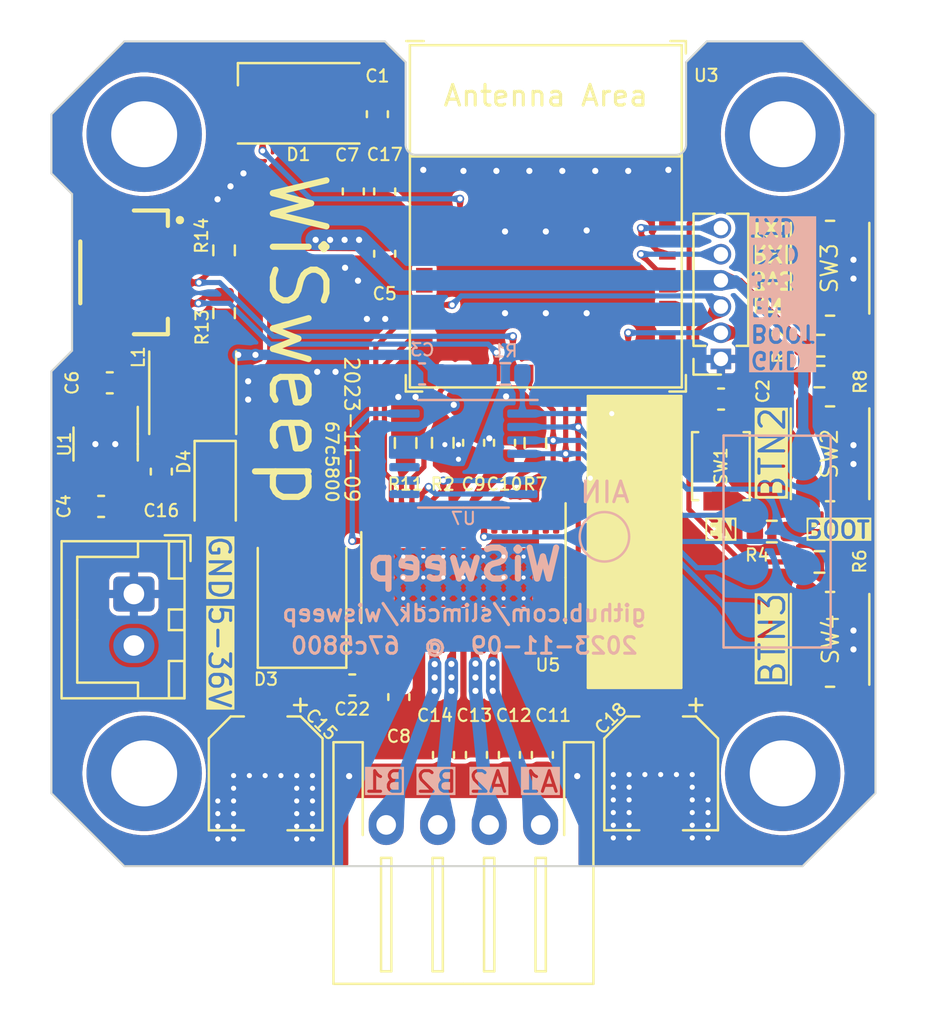
<source format=kicad_pcb>
(kicad_pcb (version 20221018) (generator pcbnew)
  (title_block (title "WiSweep") (date "${date}") (rev "${commit}") (comment 1 "github.com/slimcdk/wisweep/tree/${commit}"))
  (layers (0 "F.Cu" signal) (31 "B.Cu" signal) (34 "B.Paste" user) (35 "F.Paste" user) (36 "B.SilkS" user "B.Silkscreen") (37 "F.SilkS" user "F.Silkscreen") (38 "B.Mask" user) (39 "F.Mask" user) (44 "Edge.Cuts" user))
  (property "DATE_REPLACE" "2022-05-25")
  (property "commit" "67c5800")
  (property "commit_long" "abc5fc4a894f32302d7b4985fbf801590768d1d1")
  (property "commit_short" "abc5fc4")
  (property "date" "2023-11-09")
  (property "version" "577a51b")
  (net 0 "")
  (net 1 "GND")
  (net 2 "+3V3")
  (net 3 "VBUS")
  (net 4 "/ESP_EN")
  (net 6 "/TMC_OUT1B")
  (net 7 "/TMC_OUT2B")
  (net 8 "/TMC_OUT2A")
  (net 9 "/TMC_OUT1A")
  (net 10 "Net-(U5-VCP)")
  (net 11 "Net-(U5-VDD1V8)")
  (net 12 "Net-(U5-CPO)")
  (net 13 "Net-(U5-CPI)")
  (net 16 "/ENCN")
  (net 17 "/TMC_DIAG0")
  (net 19 "/TMC_DIAG1")
  (net 20 "/ESP_UART_TXD")
  (net 25 "/ESP_UART_RXD")
  (net 26 "Net-(U5-UART_EN)")
  (net 27 "Net-(U5-IREF)")
  (net 28 "/TMC_ENABLE")
  (net 29 "/SPI_SCK")
  (net 33 "/SPI_CSN_ENC")
  (net 34 "/SPI_CSN_TMC")
  (net 35 "/SPI_SDI")
  (net 36 "/SPI_SDO")
  (net 37 "/ENCB")
  (net 38 "/ENCA")
  (net 41 "Net-(J9-Pin_1)")
  (net 44 "/ESP_BOOT")
  (net 45 "/SW_BTN3")
  (net 46 "/I2C_SDA")
  (net 47 "/I2C_SCL")
  (net 50 "/SW_BTN1")
  (net 51 "Net-(D1-DIN)")
  (net 56 "Net-(D4-K)")
  (net 57 "Net-(U1-CB)")
  (footprint "MountingHole:MountingHole_3.2mm_M3_DIN965_Pad" (layer "F.Cu") (at 34.5 65.5)
    (fp_text reference "H4" hide)
    (fp_text value "M3 MountingHole")
  )
  (footprint "MountingHole:MountingHole_3.2mm_M3_DIN965_Pad" (layer "F.Cu") (at 65.5 34.5)
    (fp_text reference "H3" hide)
    (fp_text value "M3 MountingHole")
  )
  (footprint "MountingHole:MountingHole_3.2mm_M3_DIN965_Pad" (layer "F.Cu") (at 65.5 65.5)
    (fp_text reference "H1" hide)
    (fp_text value "M3 MountingHole")
  )
  (footprint "Resistor_SMD:R_0603_1608Metric" (layer "F.Cu") (at 67.2846 55.245 180)
    (fp_text reference "R6")
    (fp_text value "10k")
  )
  (footprint "MountingHole:MountingHole_3.2mm_M3_DIN965_Pad" (layer "F.Cu") (at 34.5 34.5)
    (fp_text reference "H2" hide)
    (fp_text value "M3 MountingHole")
  )
  (footprint "LED_SMD:LED_SK6812MINI_PLCC4_3.5x3.5mm_P1.75mm" (layer "F.Cu") (at 42 33 180)
    (fp_text reference "D1")
    (fp_text value "WS2812B")
  )
  (footprint "Capacitor_SMD:C_0603_1608Metric" (layer "F.Cu") (at 32.8292 46.5582 180)
    (fp_text reference "C6")
    (fp_text value "10µF")
  )
  (footprint "Resistor_SMD:R_0603_1608Metric" (layer "F.Cu") (at 67.2846 46.2534 180)
    (fp_text reference "R8")
    (fp_text value "10k")
  )
  (footprint "Package_TO_SOT_SMD:SOT-23-6" (layer "F.Cu") (at 32.6288 49.5245 -90)
    (fp_text reference "U1")
    (fp_text value "LMR16006YQ3")
  )
  (footprint "Capacitor_SMD:C_0603_1608Metric" (layer "F.Cu") (at 51.9938 49.4662 -90)
    (fp_text reference "C10")
    (fp_text value "2.2µF")
  )
  (footprint "Capacitor_SMD:C_0603_1608Metric" (layer "F.Cu") (at 50.4952 49.4662 -90)
    (fp_text reference "C9")
    (fp_text value "100nF")
  )
  (footprint "Slimc_Button_Switch_SMD:SW_Push_1P1T_TS-1145-X-B" (layer "F.Cu") (at 67.8 59 -90)
    (fp_text reference "SW4")
    (fp_text value "SW_Push")
  )
  (footprint "Capacitor_SMD:C_0603_1608Metric" (layer "F.Cu") (at 32.4104 52.5526 180)
    (fp_text reference "C4")
    (fp_text value "2.2µF")
  )
  (footprint "Capacitor_SMD:C_0603_1608Metric" (layer "F.Cu") (at 52.232 64.6046 -90)
    (fp_text reference "C12")
    (fp_text value "100nF")
  )
  (footprint "Connector_JST:JST_XH_S4B-XH-A-1_1x04_P2.50mm_Horizontal" (layer "F.Cu") (at 46.25 68)
    (fp_text reference "J3" hide)
    (fp_text value "S4B-XH-A")
  )
  (footprint "Button_Switch_SMD:SW_SPST_B3U-1000P" (layer "F.Cu") (at 62.5 50.6 90)
    (fp_text reference "SW1")
    (fp_text value "SW_Push")
  )
  (footprint "Espressif:ESP32-C6-MINI-1" (layer "F.Cu") (at 54 38.48)
    (fp_text reference "U3")
    (fp_text value "ESP32-C6-MINI-1/U")
  )
  (footprint "Capacitor_SMD:C_0603_1608Metric" (layer "F.Cu") (at 46.1772 40.2974 90)
    (fp_text reference "C5")
    (fp_text value "10µF")
  )
  (footprint "Capacitor_SMD:C_0603_1608Metric" (layer "F.Cu") (at 49.032 64.6046 -90)
    (fp_text reference "C14")
    (fp_text value "1µF")
  )
  (footprint "Slimc_Package_SO:TSSOP-38_4.4x9.7mm_P0.5mm" (layer "F.Cu") (at 50 56 -90)
    (fp_text reference "U5")
    (fp_text value "TMC5240-TSSOP38")
  )
  (footprint "Capacitor_SMD:CP_Elec_5x5.9" (layer "F.Cu") (at 40.4 65.5 -90)
    (fp_text reference "C15")
    (fp_text value "33µF")
  )
  (footprint "Connector_JST:JST_XH_B2B-XH-A_1x02_P2.50mm_Vertical" (layer "F.Cu") (at 34 56.8 -90)
    (fp_text reference "J7" hide)
    (fp_text value "Conn_01x02")
  )
  (footprint "Capacitor_SMD:C_0603_1608Metric" (layer "F.Cu") (at 46.863 61.7982 -90)
    (fp_text reference "C8")
    (fp_text value "1µF")
  )
  (footprint "Capacitor_SMD:C_0603_1608Metric" (layer "F.Cu") (at 53.832 64.6046 -90)
    (fp_text reference "C11")
    (fp_text value "100nF")
  )
  (footprint "Capacitor_SMD:C_0603_1608Metric" (layer "F.Cu") (at 62.5094 47.3456)
    (fp_text reference "C2")
    (fp_text value "1µF")
  )
  (footprint "Resistor_SMD:R_0603_1608Metric" (layer "F.Cu") (at 48.9966 49.467 90)
    (fp_text reference "R2")
    (fp_text value "10k")
  )
  (footprint "Resistor_SMD:R_0603_1608Metric" (layer "F.Cu") (at 38.3794 43.18 -90)
    (fp_text reference "R13")
    (fp_text value "10k")
  )
  (footprint "Capacitor_SMD:C_0603_1608Metric" (layer "F.Cu") (at 50.632 64.6046 -90)
    (fp_text reference "C13")
    (fp_text value "1µF")
  )
  (footprint "Inductor_SMD:L_Vishay_IFSC-1515AH_4x4x1.8mm" (layer "F.Cu") (at 36.8554 47.0408 90)
    (fp_text reference "L1")
    (fp_text value "6.8µH")
  )
  (footprint "Slimc_Button_Switch_SMD:SW_Push_1P1T_TS-1145-X-B" (layer "F.Cu") (at 67.8 41 -90)
    (fp_text reference "SW3")
    (fp_text value "SW_Push")
  )
  (footprint "Connector_PinSocket_1.27mm:PinSocket_1x06_P1.27mm_Vertical" (layer "F.Cu") (at 62.5 45.4 180)
    (fp_text reference "J5" hide)
    (fp_text value "Conn_01x06_Female")
  )
  (footprint "Slimc_Button_Switch_SMD:SW_Push_1P1T_TS-1145-X-B" (layer "F.Cu") (at 67.8 50 -90)
    (fp_text reference "SW2")
    (fp_text value "SW_Push")
  )
  (footprint "Capacitor_SMD:C_0603_1608Metric" (layer "F.Cu") (at 45.8216 33.528 90)
    (fp_text reference "C1")
    (fp_text value "100nF")
  )
  (footprint "Capacitor_SMD:C_0603_1608Metric" (layer "F.Cu") (at 44.6024 61.214 180)
    (fp_text reference "C22")
    (fp_text value "22nF")
  )
  (footprint "Capacitor_SMD:CP_Elec_5x5.9" (layer "F.Cu") (at 59.6 65.5 -90)
    (fp_text reference "C18")
    (fp_text value "33µF")
  )
  (footprint "Resistor_SMD:R_0603_1608Metric" (layer "F.Cu") (at 38.3794 40.132 90)
    (fp_text reference "R14")
    (fp_text value "10k")
  )
  (footprint "Capacitor_SMD:C_0603_1608Metric" (layer "F.Cu") (at 44.6532 37.2742 -90)
    (fp_text reference "C7")
    (fp_text value "1µF")
  )
  (footprint "Capacitor_SMD:C_0603_1608Metric" (layer "F.Cu") (at 35.3314 50.8638 90)
    (fp_text reference "C16")
    (fp_text value "100nF")
  )
  (footprint "Resistor_SMD:R_0603_1608Metric" (layer "F.Cu") (at 53.4924 49.4792 -90)
    (fp_text reference "R7")
    (fp_text value "12k")
  )
  (footprint "Resistor_SMD:R_0603_1608Metric" (layer "F.Cu") (at 47.1932 49.4792 -90)
    (fp_text reference "R11")
    (fp_text value "10k")
  )
  (footprint "Resistor_SMD:R_0603_1608Metric" (layer "F.Cu") (at 64.9732 53.7718 180)
    (fp_text reference "R4")
    (fp_text value "10k")
  )
  (footprint "Diode_SMD:D_SOD-123F" (layer "F.Cu") (at 37.9476 51.5874 -90)
    (fp_text reference "D4")
    (fp_text value "DS210W")
  )
  (footprint "Resistor_SMD:R_0603_1608Metric" (layer "F.Cu") (at 67.2846 44.7548)
    (fp_text reference "R12")
    (fp_text value "10k")
  )
  (footprint "SparkFun-Connector:JST04_1MM_RA" (layer "F.Cu") (at 36 41.2 -90)
    (fp_text reference "J4")
    (fp_text value "Qwiic_RA")
  )
  (footprint "Capacitor_SMD:C_0603_1608Metric" (layer "F.Cu") (at 46.1772 37.2742 -90)
    (fp_text reference "C17")
    (fp_text value "100nF")
  )
  (footprint "Diode_SMD:D_SMB" (layer "F.Cu") (at 42.164 56.7182 90)
    (fp_text reference "D3")
    (fp_text value "SMB24A")
  )
  (footprint "Capacitor_SMD:C_0603_1608Metric" (layer "B.Cu") (at 47.993 46.1264)
    (fp_text reference "C3")
    (fp_text value "100nF")
  )
  (footprint "Connector_PinHeader_2.54mm:PinHeader_2x04_P2.54mm_Vertical" (layer "B.Cu") (at 66.4972 50.4444 180)
    (fp_text reference "J8" hide)
    (fp_text value "Conn_01x08_Socket")
  )
  (footprint "Resistor_SMD:R_0603_1608Metric" (layer "B.Cu") (at 52.0375 46.1264 180)
    (fp_text reference "R1")
    (fp_text value "10k")
  )
  (footprint "Package_SO:TSSOP-14_4.4x5mm_P0.65mm" (layer "B.Cu") (at 50 50 180)
    (fp_text reference "U7")
    (fp_text value "AS5047D")
  )
  (footprint "TestPoint:TestPoint_Pad_D2.0mm" (layer "B.Cu") (at 56.8452 54.0258 180)
    (fp_text reference "J9" hide)
    (fp_text value "Conn_01x01_Socket")
  )
  (gr_line (start 56.782368 60.900859) (end 56.779186 60.912066) (stroke (width 0.1)) (layer "F.SilkS"))
  (gr_line (start 59.27192 57.202409) (end 59.269476 57.201838) (stroke (width 0.120011)) (layer "F.SilkS"))
  (gr_line (start 57.275656 60.0481) (end 57.278125 60.048402) (stroke (width 0.120011)) (layer "F.SilkS"))
  (gr_line (start 56.980848 57.790699) (end 56.987451 57.789207) (stroke (width 0.120011)) (layer "F.SilkS"))
  (gr_line (start 59.579987 58.255677) (end 59.588796 58.257751) (stroke (width 0.120011)) (layer "F.SilkS"))
  (gr_line (start 59.688492 57.898186) (end 59.689941 57.907055) (stroke (width 0.120011)) (layer "F.SilkS"))
  (gr_line (start 56.94595 58.271504) (end 56.949866 58.269326) (stroke (width 0.120011)) (layer "F.SilkS"))
  (gr_line (start 60.313967 47.706421) (end 60.316604 47.717846) (stroke (width 0.1)) (layer "F.SilkS"))
  (gr_line (start 56.892661 57.859828) (end 56.895975 57.853937) (stroke (width 0.120011)) (layer "F.SilkS"))
  (gr_line (start 59.667726 59.247122) (end 59.672606 59.254961) (stroke (width 0.120011)) (layer "F.SilkS"))
  (gr_line (start 59.561908 59.186027) (end 59.571022 59.186938) (stroke (width 0.120011)) (layer "F.SilkS"))
  (gr_poly (pts (xy 58.674316 49.648984) (xy 58.674775 49.636275) (xy 58.675539 49.623795) (xy 58.676609 49.611542) (xy 58.677984 49.599518) (xy 58.679665 49.587721) (xy 58.681652 49.576151) (xy 58.683944 49.56481) (xy 58.686542 49.553697) (xy 58.689445 49.542811) (xy 58.692654 49.532153) (xy 58.696169 49.521723) (xy 58.699989 49.511521) (xy 58.704115 49.501546) (xy 58.708547 49.4918) (xy 58.713284 49.482281) (xy 58.718224 49.472995) (xy 58.723506 49.463979) (xy 58.729129 49.455231) (xy 58.735093 49.446753) (xy 58.741399 49.438544) (xy 58.748046 49.430604) (xy 58.755034 49.422932) (xy 58.762364 49.41553) (xy 58.770034 49.408398) (xy 58.778046 49.401534) (xy 58.786399 49.394939) (xy 58.795094 49.388613) (xy 58.804129 49.382557) (xy 58.813506 49.376769) (xy 58.823225 49.371251) (xy 58.833284 49.366001) (xy 58.825409 49.357121) (xy 58.817623 49.348121) (xy 58.809928 49.339001) (xy 58.802323 49.329762) (xy 58.794808 49.320402) (xy 58.787383 49.310922) (xy 58.780049 49.301322) (xy 58.772804 49.291602) (xy 58.765496 49.281805) (xy 58.75845 49.271915) (xy 58.751666 49.26193) (xy 58.745145 49.251852) (xy 58.738886 49.24168) (xy 58.73289 49.231414) (xy 58.727156 49.221055) (xy 58.721685 49.210602) (xy 58.716448 49.199861) (xy 58.711477 49.189001) (xy 58.706773 49.178021) (xy 58.702335 49.166921) (xy 58.698163 49.155701) (xy 58.694257 49.144361) (xy 58.690618 49.132901) (xy 58.687244 49.121321) (xy 58.684179 49.109651) (xy 58.681522 49.097862) (xy 58.679274 49.085952) (xy 58.677435 49.073922) (xy 58.676005 49.061772) (xy 58.674983 49.049502) (xy 58.67437 49.037112) (xy 58.674165 49.024601) (xy 58.674501 49.005345) (xy 58.675508 48.986576) (xy 58.677186 48.968295) (xy 58.679535 48.950501) (xy 58.682556 48.933195) (xy 58.686248 48.916376) (xy 58.690611 48.900045) (xy 58.695645 48.884201) (xy 58.698403 48.876475) (xy 58.701334 48.868894) (xy 58.70444 48.86146) (xy 58.70772 48.854171) (xy 58.711175 48.847029) (xy 58.714804 48.840034) (xy 58.718608 48.833184) (xy 58.722585 48.826481) (xy 58.726738 48.819924) (xy 58.731064 48.813513) (xy 58.735565 48.807249) (xy 58.740241 48.801131) (xy 58.74509 48.795159) (xy 58.750115 48.789333) (xy 58.755313 48.783654) (xy 58.760686 48.778121) (xy 58.766245 48.772745) (xy 58.772 48.767535) (xy 58.777953 48.762492) (xy 58.784102 48.757616) (xy 58.790448 48.752907) (xy 58.796991 48.748365) (xy 58.803731 48.74399) (xy 58.810667 48.739782) (xy 58.817801 48.73574) (xy 58.825131 48.731865) (xy 58.832658 48.728157) (xy 58.840382 48.724616) (xy 58.848303 48.721242) (xy 58.856421 48.718035) (xy 58.864735 48.714994) (xy 58.873247 48.712121) (xy 58.881835 48.709302) (xy 58.890619 48.706664) (xy 58.899598 48.704209) (xy 58.908774 48.701936) (xy 58.918146 48.699844) (xy 58.927713 48.697934) (xy 58.937477 48.696207) (xy 58.947436 48.694661) (xy 58.957592 48.693297) (xy 58.967943 48.692114) (xy 58.978491 48.691114) (xy 58.989234 48.690296) (xy 59.011309 48.689204) (xy 59.034167 48.688841) (xy 59.495567 48.688841) (xy 59.495567 48.554921) (xy 59.655526 48.554921) (xy 59.655526 49.005161) (xy 59.495567 49.005161) (xy 59.495567 48.86932) (xy 59.055647 48.86932) (xy 59.042013 48.869538) (xy 59.028803 48.870192) (xy 59.016014 48.871282) (xy 59.003649 48.872808) (xy 58.991707 48.87477) (xy 58.980187 48.877167) (xy 58.969091 48.880001) (xy 58.958417 48.88327) (xy 58.948165 48.886976) (xy 58.938337 48.891117) (xy 58.928932 48.895694) (xy 58.919949 48.900708) (xy 58.911389 48.906157) (xy 58.903252 48.912042) (xy 58.895538 48.918363) (xy 58.888247 48.92512) (xy 58.881272 48.932288) (xy 58.874747 48.939841) (xy 58.868672 48.947779) (xy 58.863047 48.956102) (xy 58.857872 48.964811) (xy 58.853147 48.973906) (xy 58.848872 48.983385) (xy 58.845047 48.99325) (xy 58.841672 49.0035) (xy 58.838747 49.014136) (xy 58.836272 49.025157) (xy 58.834247 49.036563) (xy 58.832672 49.048354) (xy 58.831547 49.060531) (xy 58.830872 49.073093) (xy 58.830647 49.08604) (xy 58.830763 49.093851) (xy 58.83111 49.101682) (xy 58.831689 49.109533) (xy 58.8325 49.117405) (xy 58.833542 49.125298) (xy 58.834815 49.133212) (xy 58.836321 49.141146) (xy 58.838057 49.1491) (xy 58.840026 49.157076) (xy 58.842225 49.165072) (xy 58.844657 49.173088) (xy 58.84732 49.181125) (xy 58.850214 49.189183) (xy 58.85334 49.197261) (xy 58.856697 49.20536) (xy 58.860286 49.21348) (xy 58.864068 49.221538) (xy 58.867974 49.229452) (xy 58.872003 49.237221) (xy 58.876156 49.244846) (xy 58.880433 49.252326) (xy 58.884834 49.259662) (xy 58.889358 49.266853) (xy 58.894006 49.273901) (xy 58.898778 49.280803) (xy 58.903674 49.287562) (xy 58.908693 49.294176) (xy 58.913837 49.300645) (xy 58.919104 49.30697) (xy 58.924494 49.313151) (xy 58.930009 49.319187) (xy 58.935647 49.325079) (xy 59.495567 49.325079) (xy 59.495567 49.192) (xy 59.655526 49.192) (xy 59.655526 49.641399) (xy 59.495567 49.641399) (xy 59.495567 49.505559) (xy 59.055647 49.505559) (xy 59.042013 49.505781) (xy 59.028803 49.506446) (xy 59.016014 49.507554) (xy 59.003649 49.509106) (xy 58.991707 49.511102) (xy 58.980187 49.513541) (xy 58.969091 49.516423) (xy 58.958417 49.519749) (xy 58.948165 49.523518) (xy 58.938337 49.527731) (xy 58.928932 49.532387) (xy 58.919949 49.537487) (xy 58.911389 49.54303) (xy 58.903252 49.549016) (xy 58.895538 49.555446) (xy 58.888247 49.56232) (xy 58.881257 49.569487) (xy 58.874719 49.577038) (xy 58.868631 49.584974) (xy 58.862994 49.593295) (xy 58.857808 49.601999) (xy 58.853074 49.611088) (xy 58.84879 49.620562) (xy 58.844957 49.63042) (xy 58.841575 49.640662) (xy 58.838643 49.651288) (xy 58.836163 49.662299) (xy 58.834134 49.673695) (xy 58.832556 49.685474) (xy 58.831428 49.697638) (xy 58.830752 49.710187) (xy 58.830526 49.723119) (xy 58.830639 49.730697) (xy 58.830976 49.738281) (xy 58.831539 49.74587) (xy 58.832326 49.753465) (xy 58.833339 49.761065) (xy 58.834576 49.768671) (xy 58.836039 49.776282) (xy 58.837727 49.7839) (xy 58.839639 49.791523) (xy 58.841777 49.799151) (xy 58.844139 49.806785) (xy 58.846727 49.814425) (xy 58.849539 49.82207) (xy 58.852577 49.829721) (xy 58.855839 49.837378) (xy 58.859327 49.84504) (xy 58.866747 49.860298) (xy 58.874605 49.875354) (xy 58.882902 49.890208) (xy 58.891638 49.904859) (xy 58.900812 49.919308) (xy 58.910425 49.933554) (xy 58.920477 49.947599) (xy 58.930967 49.96144) (xy 59.495567 49.96144) (xy 59.495567 49.8256) (xy 59.655526 49.8256) (xy 59.655526 50.275721) (xy 59.495567 50.275721) (xy 59.495567 50.141801) (xy 58.851887 50.141801) (xy 58.851887 50.275721) (xy 58.691923 50.275721) (xy 58.691923 49.968761) (xy 58.804483 49.968761) (xy 58.804483 49.966961) (xy 58.797791 49.958999) (xy 58.791215 49.950955) (xy 58.784756 49.942829) (xy 58.778412 49.93462) (xy 58.772186 49.926329) (xy 58.766075 49.917955) (xy 58.760081 49.909499) (xy 58.754202 49.90096) (xy 58.748272 49.892067) (xy 58.74254 49.883088) (xy 58.737007 49.874022) (xy 58.731672 49.86487) (xy 58.726537 49.855632) (xy 58.7216 49.846307) (xy 58.716862 49.836897) (xy 58.712323 49.8274) (xy 58.708029 49.817817) (xy 58.703967 49.808148) (xy 58.700138 49.798392) (xy 58.696542 49.788551) (xy 58.693178 49.778622) (xy 58.690047 49.768608) (xy 58.687149 49.758507) (xy 58.684483 49.74832) (xy 58.682065 49.737809) (xy 58.679969 49.727215) (xy 58.678195 49.716539) (xy 58.676744 49.70578) (xy 58.675615 49.694939) (xy 58.674809 49.684015) (xy 58.674325 49.673009) (xy 58.674163 49.66192)) (fill solid) (layer "F.SilkS"))
  (gr_line (start 59.6911 58.39138) (end 59.69081 58.400336) (stroke (width 0.120011)) (layer "F.SilkS"))
  (gr_line (start 59.629502 58.040086) (end 59.625734 58.042513) (stroke (width 0.120011)) (layer "F.SilkS"))
  (gr_line (start 59.654142 59.884931) (end 59.650989 59.888174) (stroke (width 0.120011)) (layer "F.SilkS"))
  (gr_line (start 56.589608 47.99888) (end 56.577789 48.000382) (stroke (width 0.1)) (layer "F.SilkS"))
  (gr_line (start 57.015041 57.32068) (end 57.232602 57.32068) (stroke (width 0.120011)) (layer "F.SilkS"))
  (gr_line (start 56.953826 58.981916) (end 56.945921 58.977687) (stroke (width 0.120011)) (layer "F.SilkS"))
  (gr_line (start 56.890885 59.385295) (end 56.887117 59.376945) (stroke (width 0.120011)) (layer "F.SilkS"))
  (gr_line (start 60.310785 60.771612) (end 60.313967 60.782819) (stroke (width 0.1)) (layer "F.SilkS"))
  (gr_line (start 57.26377 57.204494) (end 57.261525 57.205472) (stroke (width 0.120011)) (layer "F.SilkS"))
  (gr_line (start 56.317483 60.841839) (end 56.31779 60.829686) (stroke (width 0.1)) (layer "F.SilkS"))
  (gr_line (start 59.656548 58.48288) (end 59.653498 58.48623) (stroke (width 0.120011)) (layer "F.SilkS"))
  (gr_poly (pts (xy 58.666857 47.907133) (xy 58.667251 47.893953) (xy 58.667907 47.881055) (xy 58.668826 47.868442) (xy 58.670007 47.856111) (xy 58.671451 47.844063) (xy 58.673157 47.832298) (xy 58.675126 47.820817) (xy 58.677357 47.809618) (xy 58.679851 47.798703) (xy 58.682607 47.788071) (xy 58.685626 47.777722) (xy 58.688907 47.767656) (xy 58.692451 47.757873) (xy 58.696257 47.748373) (xy 58.700326 47.739157) (xy 58.704478 47.730086) (xy 58.708804 47.721232) (xy 58.713305 47.712595) (xy 58.71798 47.704177) (xy 58.72283 47.695975) (xy 58.727854 47.687992) (xy 58.733052 47.680225) (xy 58.738425 47.672677) (xy 58.743972 47.665346) (xy 58.749694 47.658232) (xy 58.75559 47.651336) (xy 58.76166 47.644657) (xy 58.767905 47.638195) (xy 58.774324 47.631952) (xy 58.780917 47.625925) (xy 58.787685 47.620116) (xy 58.794497 47.614388) (xy 58.801431 47.608842) (xy 58.808488 47.603479) (xy 58.815668 47.598299) (xy 58.82297 47.593302) (xy 58.830396 47.588487) (xy 58.837944 47.583855) (xy 58.845615 47.579406) (xy 58.853409 47.57514) (xy 58.861326 47.571057) (xy 58.869365 47.567157) (xy 58.877528 47.563439) (xy 58.885813 47.559904) (xy 58.894221 47.556553) (xy 58.902752 47.553383) (xy 58.911406 47.550397) (xy 58.928907 47.54457) (xy 58.946491 47.539208) (xy 58.964157 47.53431) (xy 58.981906 47.529878) (xy 58.999738 47.52591) (xy 59.017651 47.522407) (xy 59.035648 47.51937) (xy 59.053726 47.516797) (xy 59.06259 47.515714) (xy 59.071479 47.514742) (xy 59.080395 47.513884) (xy 59.089336 47.513137) (xy 59.098304 47.512504) (xy 59.107299 47.511982) (xy 59.116319 47.511573) (xy 59.125366 47.511277) (xy 59.143374 47.510489) (xy 59.161157 47.509927) (xy 59.178715 47.509589) (xy 59.196047 47.509477) (xy 59.196043 48.20332) (xy 59.206172 48.203234) (xy 59.216099 48.202975) (xy 59.225823 48.202544) (xy 59.235344 48.20194) (xy 59.244663 48.201164) (xy 59.253779 48.200215) (xy 59.262693 48.199093) (xy 59.271404 48.197799) (xy 59.279731 48.196078) (xy 59.287972 48.194214) (xy 59.296126 48.192208) (xy 59.304194 48.19006) (xy 59.312176 48.187768) (xy 59.320072 48.185335) (xy 59.327881 48.182759) (xy 59.335604 48.18004) (xy 59.347051 48.17559) (xy 59.358142 48.170819) (xy 59.368876 48.165728) (xy 59.379254 48.160315) (xy 59.389276 48.154583) (xy 59.398942 48.148529) (xy 59.408251 48.142155) (xy 59.417204 48.13546) (xy 59.425801 48.128445) (xy 59.434042 48.121109) (xy 59.441926 48.113452) (xy 59.449454 48.105475) (xy 59.456626 48.097177) (xy 59.463442 48.088559) (xy 59.469901 48.07962) (xy 59.476004 48.07036) (xy 59.481642 48.060744) (xy 59.486917 48.050976) (xy 59.491827 48.041057) (xy 59.496374 48.030985) (xy 59.500557 48.020761) (xy 59.504377 48.010386) (xy 59.507832 47.999859) (xy 59.510924 47.98918) (xy 59.513652 47.978349) (xy 59.516017 47.967366) (xy 59.518017 47.956231) (xy 59.519654 47.944944) (xy 59.520927 47.933506) (xy 59.521837 47.921915) (xy 59.522382 47.910173) (xy 59.522564 47.898279) (xy 59.522246 47.879512) (xy 59.521289 47.860891) (xy 59.519695 47.842417) (xy 59.517464 47.824089) (xy 59.514595 47.805907) (xy 59.511089 47.787871) (xy 59.506946 47.769982) (xy 59.502165 47.75224) (xy 59.496407 47.734229) (xy 59.489932 47.716015) (xy 59.482742 47.697599) (xy 59.474835 47.67898) (xy 59.466212 47.660159) (xy 59.456872 47.641135) (xy 59.446817 47.621909) (xy 59.436045 47.60248) (xy 59.554124 47.53264) (xy 59.569891 47.556358) (xy 59.584612 47.580114) (xy 59.598286 47.603907) (xy 59.610914 47.627739) (xy 59.622496 47.651607) (xy 59.633032 47.675514) (xy 59.642522 47.699458) (xy 59.650965 47.723439) (xy 59.658362 47.747495) (xy 59.664773 47.771784) (xy 59.670197 47.796305) (xy 59.674635 47.821059) (xy 59.678087 47.846046) (xy 59.680553 47.871264) (xy 59.682032 47.896716) (xy 59.682525 47.9224) (xy 59.682398 47.934555) (xy 59.682017 47.946602) (xy 59.681382 47.95854) (xy 59.680493 47.970369) (xy 59.67935 47.98209) (xy 59.677952 47.993702) (xy 59.676301 48.005205) (xy 59.674395 48.016599) (xy 59.672236 48.027885) (xy 59.669822 48.039062) (xy 59.667155 48.05013) (xy 59.664233 48.061089) (xy 59.661057 48.07194) (xy 59.657627 48.082681) (xy 59.653944 48.093314) (xy 59.650006 48.103839) (xy 59.645802 48.114101) (xy 59.641353 48.124188) (xy 59.636656 48.1341) (xy 59.631713 48.143837) (xy 59.626524 48.153398) (xy 59.621087 48.162784) (xy 59.615405 48.171994) (xy 59.609476 48.181029) (xy 59.6033 48.189889) (xy 59.596877 48.198573) (xy 59.590208 48.207082) (xy 59.583293 48.215416) (xy 59.576131 48.223575) (xy 59.568722 48.231558) (xy 59.561067 48.239366) (xy 59.553165 48.246998) (xy 59.545031 48.254355) (xy 59.536648 48.261514) (xy 59.528017 48.268477) (xy 59.519137 48.275243) (xy 59.51001 48.281812) (xy 59.500633 48.288184) (xy 59.491008 48.294359) (xy 59.481135 48.300338) (xy 59.471014 48.306119) (xy 59.460644 48.311704) (xy 59.450025 48.317092) (xy 59.439158 48.322283) (xy 59.428043 48.327277) (xy 59.416679 48.332074) (xy 59.405067 48.336674) (xy 59.393206 48.341078) (xy 59.381112 48.345117) (xy 59.368771 48.348896) (xy 59.356182 48.352415) (xy 59.343346 48.355673) (xy 59.330262 48.35867) (xy 59.316931 48.361406) (xy 59.303352 48.363882) (xy 59.289526 48.366098) (xy 59.275452 48.368052) (xy 59.26113 48.369746) (xy 59.246562 48.37118) (xy 59.231745 48.372353) (xy 59.20137 48.373916) (xy 59.170006 48.374438) (xy 59.144393 48.373988) (xy 59.119156 48.372638) (xy 59.094293 48.370388) (xy 59.069806 48.367237) (xy 59.061162 48.365786) (xy 59.061162 48.194079) (xy 59.061162 47.694519) (xy 59.047794 47.695609) (xy 59.034687 47.697017) (xy 59.021844 47.698744) (xy 59.009262 47.70079) (xy 58.996944 47.703154) (xy 58.984888 47.705837) (xy 58.973094 47.708839) (xy 58.961562 47.71216) (xy 58.95591 47.713853) (xy 58.950353 47.715662) (xy 58.944892 47.717588) (xy 58.939527 47.719629) (xy 58.934257 47.721788) (xy 58.929083 47.724062) (xy 58.924004 47.726452) (xy 58.919021 47.728959) (xy 58.914134 47.731582) (xy 58.909343 47.734322) (xy 58.904647 47.737177) (xy 58.900046 47.740149) (xy 58.895542 47.743237) (xy 58.891133 47.746442) (xy 58.886819 47.749762) (xy 58.882602 47.753199) (xy 58.878461 47.756741) (xy 58.874438 47.760407) (xy 58.870533 47.764196) (xy 58.866747 47.768109) (xy 58.863078 47.772146) (xy 58.859528 47.776306) (xy 58.856096 47.780591) (xy 58.852782 47.784999) (xy 58.849586 47.789531) (xy 58.846508 47.794186) (xy 58.843548 47.798966) (xy 58.840707 47.803869) (xy 58.837983 47.808896) (xy 58.835377 47.814046) (xy 58.83289 47.81932) (xy 58.830521 47.824718) (xy 58.828269 47.830273) (xy 58.826162 47.835987) (xy 58.8242 47.841861) (xy 58.822383 47.847893) (xy 58.820712 47.854085) (xy 58.819187 47.860437) (xy 58.817806 47.866948) (xy 58.816571 47.873618) (xy 58.815481 47.880448) (xy 58.814537 47.887437) (xy 58.813737 47.894585) (xy 58.813083 47.901893) (xy 58.812575 47.90936) (xy 58.812212 47.916987) (xy 58.811994 47.924772) (xy 58.811921 47.932718) (xy 58.811923 47.932719) (xy 58.812198 47.947579) (xy 58.813025 47.961977) (xy 58.814403 47.975914) (xy 58.815299 47.98271) (xy 58.816333 47.98939) (xy 58.817504 47.995955) (xy 58.818813 48.002404) (xy 58.82026 48.008738) (xy 58.821845 48.014957) (xy 58.823568 48.02106) (xy 58.825429 48.027049) (xy 58.827427 48.032921) (xy 58.829563 48.038679) (xy 58.831724 48.044208) (xy 58.834007 48.049636) (xy 58.836412 48.054963) (xy 58.838938 48.060189) (xy 58.841587 48.065313) (xy 58.844357 48.070336) (xy 58.847249 48.075258) (xy 58.850263 48.080079) (xy 58.853399 48.084798) (xy 58.856657 48.089416) (xy 58.860037 48.093933) (xy 58.863538 48.098349) (xy 58.867162 48.102663) (xy 58.870907 48.106876) (xy 58.874774 48.110988) (xy 58.878764 48.114999) (xy 58.882782 48.118897) (xy 58.886917 48.122702) (xy 58.891167 48.126413) (xy 58.895534 48.130029) (xy 58.900017 48.133553) (xy 58.904617 48.136982) (xy 58.909333 48.140318) (xy 58.914164 48.143559) (xy 58.919112 48.146708) (xy 58.924177 48.149762) (xy 58.929357 48.152722) (xy 58.934654 48.155589) (xy 58.940067 48.158362) (xy 58.945596 48.161041) (xy 58.951241 48.163627) (xy 58.957003 48.166119) (xy 58.968789 48.170624) (xy 58.980928 48.174841) (xy 58.993419 48.178769) (xy 59.006263 48.182408) (xy 59.019459 48.185759) (xy 59.033007 48.188821) (xy 59.046909 48.191594) (xy 59.061162 48.194079) (xy 59.061162 48.365786) (xy 59.045694 48.363187) (xy 59.021956 48.358237) (xy 58.998594 48.352387) (xy 58.975606 48.345637) (xy 58.964195 48.341928) (xy 58.952971 48.338) (xy 58.941935 48.333854) (xy 58.931086 48.329489) (xy 58.920425 48.324906) (xy 58.909951 48.320105) (xy 58.899665 48.315085) (xy 58.889566 48.309846) (xy 58.879655 48.30439) (xy 58.869932 48.298715) (xy 58.860395 48.292821) (xy 58.851047 48.286709) (xy 58.841885 48.280379) (xy 58.832912 48.27383) (xy 58.824125 48.267063) (xy 58.815526 48.260077) (xy 58.807044 48.252771) (xy 58.798786 48.245254) (xy 58.790754 48.237524) (xy 58.782946 48.229583) (xy 58.775363 48.221429) (xy 58.768006 48.213064) (xy 58.760873 48.204487) (xy 58.753966 48.195698) (xy 58.747283 48.186697) (xy 58.740826 48.177484) (xy 58.734593 48.168059) (xy 58.728586 48.158422) (xy 58.722803 48.148574) (xy 58.717246 48.138513) (xy 58.711913 48.128241) (xy 58.706806 48.117757) (xy 58.701952 48.107072) (xy 58.697412 48.09617) (xy 58.693184 48.085049) (xy 58.68927 48.073709) (xy 58.685669 48.062151) (xy 58.682382 48.050375) (xy 58.679407 48.03838) (xy 58.676745 48.026166) (xy 58.674397 48.013735) (xy 58.672362 48.001084) (xy 58.67064 47.988216) (xy 58.669231 47.975129) (xy 58.668135 47.961823) (xy 58.667352 47.948299) (xy 58.666882 47.934557) (xy 58.666726 47.920596)) (fill solid) (layer "F.SilkS"))
  (gr_line (start 56.394854 61.016649) (end 56.386652 61.008829) (stroke (width 0.1)) (layer "F.SilkS"))
  (gr_line (start 59.69116 59.324201) (end 59.69087 59.333162) (stroke (width 0.120011)) (layer "F.SilkS"))
  (gr_line (start 59.566481 59.461992) (end 59.561908 59.462373) (stroke (width 0.120011)) (layer "F.SilkS"))
  (gr_line (start 59.856516 47.706421) (end 59.859699 47.695214) (stroke (width 0.1)) (layer "F.SilkS"))
  (gr_line (start 59.55268 58.25296) (end 59.561904 58.253267) (stroke (width 0.120011)) (layer "F.SilkS"))
  (gr_line (start 56.789803 60.841839) (end 56.789496 60.853992) (stroke (width 0.1)) (layer "F.SilkS"))
  (gr_line (start 56.788584 60.817693) (end 56.789496 60.829686) (stroke (width 0.1)) (layer "F.SilkS"))
  (gr_line (start 59.962784 47.967411) (end 59.953202 47.961269) (stroke (width 0.1)) (layer "F.SilkS"))
  (gr_line (start 56.336041 47.857365) (end 56.331813 47.846641) (stroke (width 0.1)) (layer "F.SilkS"))
  (gr_line (start 56.378833 47.606652) (end 56.386652 47.59845) (stroke (width 0.1)) (layer "F.SilkS"))
  (gr_line (start 59.636799 58.03487) (end 59.633191 58.037538) (stroke (width 0.120011)) (layer "F.SilkS"))
  (gr_line (start 59.309418 60.003432) (end 59.309616 60.000854) (stroke (width 0.120011)) (layer "F.SilkS"))
  (gr_line (start 56.779186 60.771612) (end 56.782368 60.782819) (stroke (width 0.1)) (layer "F.SilkS"))
  (gr_line (start 59.629502 58.276233) (end 59.636799 58.28145) (stroke (width 0.120011)) (layer "F.SilkS"))
  (gr_line (start 56.920741 58.290157) (end 56.924084 58.28714) (stroke (width 0.120011)) (layer "F.SilkS"))
  (gr_line (start 56.887117 59.737295) (end 56.890885 59.728946) (stroke (width 0.120011)) (layer "F.SilkS"))
  (gr_line (start 60.187627 47.552568) (end 60.19781 47.557784) (stroke (width 0.1)) (layer "F.SilkS"))
  (gr_line (start 57.015041 57.597519) (end 57.005817 57.597213) (stroke (width 0.120011)) (layer "F.SilkS"))
  (gr_line (start 59.55328 59.92852) (end 59.322641 59.92852) (stroke (width 0.120011)) (layer "F.SilkS"))
  (gr_line (start 56.900113 59.867118) (end 56.895234 59.85928) (stroke (width 0.120011)) (layer "F.SilkS"))
  (gr_line (start 56.565796 47.529588) (end 56.577789 47.5305) (stroke (width 0.1)) (layer "F.SilkS"))
  (gr_line (start 59.689151 59.816805) (end 59.687122 59.825591) (stroke (width 0.120011)) (layer "F.SilkS"))
  (gr_line (start 56.785005 60.794245) (end 56.787082 60.805874) (stroke (width 0.1)) (layer "F.SilkS"))
  (gr_line (start 56.99232 58.254854) (end 56.996825 58.254176) (stroke (width 0.120011)) (layer "F.SilkS"))
  (gr_line (start 59.62189 58.737945) (end 59.629502 58.742674) (stroke (width 0.120011)) (layer "F.SilkS"))
  (gr_line (start 59.680669 57.872217) (end 59.683856 57.880738) (stroke (width 0.120011)) (layer "F.SilkS"))
  (gr_line (start 60.321402 47.765441) (end 60.321095 47.777594) (stroke (width 0.1)) (layer "F.SilkS"))
  (gr_line (start 59.643756 58.753581) (end 59.650347 58.759728) (stroke (width 0.120011)) (layer "F.SilkS"))
  (gr_line (start 57.001359 59.652248) (end 57.005932 59.651868) (stroke (width 0.120011)) (layer "F.SilkS"))
  (gr_line (start 60.22654 47.954684) (end 60.217281 47.961269) (stroke (width 0.1)) (layer "F.SilkS"))
  (gr_line (start 56.879289 58.830994) (end 56.881319 58.822208) (stroke (width 0.120011)) (layer "F.SilkS"))
  (gr_line (start 59.849389 60.829686) (end 59.850301 60.817693) (stroke (width 0.1)) (layer "F.SilkS"))
  (gr_line (start 59.55268 58.063361) (end 59.30908 58.06336) (stroke (width 0.120011)) (layer "F.SilkS"))
  (gr_line (start 56.992311 59.187616) (end 56.996818 59.186938) (stroke (width 0.120011)) (layer "F.SilkS"))
  (gr_line (start 60.097394 60.605987) (end 60.109388 60.606899) (stroke (width 0.1)) (layer "F.SilkS"))
  (gr_line (start 59.849081 60.841839) (end 59.849389 60.829686) (stroke (width 0.1)) (layer "F.SilkS"))
  (gr_line (start 56.666211 61.049496) (end 56.656028 61.054711) (stroke (width 0.1)) (layer "F.SilkS"))
  (gr_line (start 59.659494 58.012984) (end 59.656548 58.016441) (stroke (width 0.120011)) (layer "F.SilkS"))
  (gr_line (start 59.302298 60.024482) (end 59.303524 60.022371) (stroke (width 0.120011)) (layer "F.SilkS"))
  (gr_line (start 56.494623 60.613114) (end 56.506048 60.610477) (stroke (width 0.1)) (layer "F.SilkS"))
  (gr_line (start 59.672555 58.322169) (end 59.676902 58.330311) (stroke (width 0.120011)) (layer "F.SilkS"))
  (gr_line (start 59.190162 60.059199) (end 59.190162 60.882639) (stroke (width 0.120011)) (layer "F.SilkS"))
  (gr_line (start 56.685682 60.646012) (end 56.694941 60.652596) (stroke (width 0.1)) (layer "F.SilkS"))
  (gr_line (start 56.789803 47.765441) (end 56.789496 47.777594) (stroke (width 0.1)) (layer "F.SilkS"))
  (gr_line (start 60.109388 61.07678) (end 60.097394 61.077692) (stroke (width 0.1)) (layer "F.SilkS"))
  (gr_line (start 59.308103 57.238794) (end 59.307427 57.236408) (stroke (width 0.120011)) (layer "F.SilkS"))
  (gr_line (start 59.883271 60.719382) (end 59.889414 60.7098) (stroke (width 0.1)) (layer "F.SilkS"))
  (gr_line (start 56.441075 47.557784) (end 56.451258 47.552568) (stroke (width 0.1)) (layer "F.SilkS"))
  (gr_line (start 59.676955 59.385295) (end 59.672606 59.393441) (stroke (width 0.120011)) (layer "F.SilkS"))
  (gr_poly (pts (xy 57.173803 52.47184) (xy 57.173803 52.471857) (xy 57.173801 52.471961)) (fill solid) (layer "F.SilkS"))
  (gr_line (start 59.597416 58.055935) (end 59.593131 58.057321) (stroke (width 0.120011)) (layer "F.SilkS"))
  (gr_line (start 60.307072 60.760639) (end 60.310785 60.771612) (stroke (width 0.1)) (layer "F.SilkS"))
  (gr_line (start 57.259309 60.042722) (end 57.261514 60.043828) (stroke (width 0.120011)) (layer "F.SilkS"))
  (gr_line (start 56.883928 59.745819) (end 56.887117 59.737295) (stroke (width 0.120011)) (layer "F.SilkS"))
  (gr_line (start 56.037643 61.358559) (end 56.037643 47.18656) (stroke (width 0.1)) (layer "F.SilkS"))
  (gr_line (start 59.299557 60.028499) (end 59.300974 60.026526) (stroke (width 0.120011)) (layer "F.SilkS"))
  (gr_line (start 56.979029 59.190514) (end 56.983413 59.189405) (stroke (width 0.120011)) (layer "F.SilkS"))
  (gr_line (start 59.688492 57.951695) (end 59.686464 57.960477) (stroke (width 0.120011)) (layer "F.SilkS"))
  (gr_line (start 60.109388 48.000382) (end 60.097394 48.001294) (stroke (width 0.1)) (layer "F.SilkS"))
  (gr_line (start 60.28107 60.7098) (end 60.287212 60.719382) (stroke (width 0.1)) (layer "F.SilkS"))
  (gr_line (start 56.9083 58.76968) (end 56.911247 58.766221) (stroke (width 0.120011)) (layer "F.SilkS"))
  (gr_line (start 56.331813 47.846641) (end 56.3281 47.835668) (stroke (width 0.1)) (layer "F.SilkS"))
  (gr_line (start 59.643795 57.563326) (end 59.640359 57.56623) (stroke (width 0.120011)) (layer "F.SilkS"))
  (gr_line (start 59.676955 57.397946) (end 59.680723 57.406295) (stroke (width 0.120011)) (layer "F.SilkS"))
  (gr_line (start 56.920622 57.357878) (end 56.923965 57.35486) (stroke (width 0.120011)) (layer "F.SilkS"))
  (gr_line (start 56.897614 59.716833) (end 56.900113 59.712963) (stroke (width 0.120011)) (layer "F.SilkS"))
  (gr_line (start 60.049277 47.532002) (end 60.061096 47.5305) (stroke (width 0.1)) (layer "F.SilkS"))
  (gr_line (start 59.659494 58.479423) (end 59.656548 58.48288) (stroke (width 0.120011)) (layer "F.SilkS"))
  (gr_line (start 56.703863 61.024071) (end 56.694941 61.031082) (stroke (width 0.1)) (layer "F.SilkS"))
  (gr_line (start 59.579987 58.722117) (end 59.588796 58.724192) (stroke (width 0.120011)) (layer "F.SilkS"))
  (gr_line (start 56.917451 59.422334) (end 56.911247 59.41574) (stroke (width 0.120011)) (layer "F.SilkS"))
  (gr_line (start 59.650347 58.759728) (end 59.656548 58.76632) (stroke (width 0.120011)) (layer "F.SilkS"))
  (gr_line (start 60.252232 47.59845) (end 60.260052 47.606652) (stroke (width 0.1)) (layer "F.SilkS"))
  (gr_line (start 56.666211 47.557784) (end 56.676101 47.56347) (stroke (width 0.1)) (layer "F.SilkS"))
  (gr_line (start 56.887117 58.910505) (end 56.883928 58.901981) (stroke (width 0.120011)) (layer "F.SilkS"))
  (gr_line (start 56.345986 60.954407) (end 56.340771 60.944224) (stroke (width 0.1)) (layer "F.SilkS"))
  (gr_line (start 56.979044 58.525008) (end 56.970424 58.522374) (stroke (width 0.120011)) (layer "F.SilkS"))
  (gr_line (start 56.771245 60.933763) (end 56.766515 60.944224) (stroke (width 0.1)) (layer "F.SilkS"))
  (gr_line (start 59.683912 57.503263) (end 59.680723 57.511787) (stroke (width 0.120011)) (layer "F.SilkS"))
  (gr_line (start 59.588796 58.525008) (end 59.584414 58.526117) (stroke (width 0.120011)) (layer "F.SilkS"))
  (gr_line (start 56.87784 58.839868) (end 56.879289 58.830994) (stroke (width 0.120011)) (layer "F.SilkS"))
  (gr_line (start 56.472443 61.063669) (end 56.461719 61.05944) (stroke (width 0.1)) (layer "F.SilkS"))
  (gr_line (start 59.680723 59.271455) (end 59.683912 59.279979) (stroke (width 0.120011)) (layer "F.SilkS"))
  (gr_line (start 58.785283 60.265239) (end 58.785283 60.882639) (stroke (width 0.120011)) (layer "F.SilkS"))
  (gr_line (start 56.978925 57.325471) (end 56.983307 57.324363) (stroke (width 0.120011)) (layer "F.SilkS"))
  (gr_line (start 59.935022 61.024071) (end 59.926453 61.016649) (stroke (width 0.1)) (layer "F.SilkS"))
  (gr_line (start 57.236416 60.01747) (end 57.237412 60.019726) (stroke (width 0.120011)) (layer "F.SilkS"))
  (gr_line (start 59.672606 57.389801) (end 59.676955 57.397946) (stroke (width 0.120011)) (layer "F.SilkS"))
  (gr_line (start 57.266059 57.203626) (end 57.26377 57.204494) (stroke (width 0.120011)) (layer "F.SilkS"))
  (gr_line (start 60.144262 61.070564) (end 60.132836 61.073201) (stroke (width 0.1)) (layer "F.SilkS"))
  (gr_line (start 56.980406 58.059118) (end 56.973832 58.057251) (stroke (width 0.120011)) (layer "F.SilkS"))
  (gr_line (start 56.953852 58.267276) (end 56.957904 58.265355) (stroke (width 0.120011)) (layer "F.SilkS"))
  (gr_line (start 56.879289 58.884526) (end 56.87784 58.875653) (stroke (width 0.120011)) (layer "F.SilkS"))
  (gr_line (start 56.62387 47.539898) (end 56.634843 47.543611) (stroke (width 0.1)) (layer "F.SilkS"))
  (gr_line (start 56.895234 59.254961) (end 56.897614 59.250992) (stroke (width 0.120011)) (layer "F.SilkS"))
  (gr_line (start 59.55268 57.59752) (end 59.30908 57.59752) (stroke (width 0.120011)) (layer "F.SilkS"))
  (gr_line (start 60.581203 47.18656) (end 60.581203 61.358559) (stroke (width 0.1)) (layer "F.SilkS"))
  (gr_line (start 57.005932 58.719587) (end 57.010534 58.719357) (stroke (width 0.120011)) (layer "F.SilkS"))
  (gr_line (start 56.378833 61.000628) (end 56.37141 60.992059) (stroke (width 0.1)) (layer "F.SilkS"))
  (gr_line (start 56.953826 59.914197) (end 56.945921 59.909967) (stroke (width 0.120011)) (layer "F.SilkS"))
  (gr_line (start 56.890819 57.520169) (end 56.887052 57.511823) (stroke (width 0.120011)) (layer "F.SilkS"))
  (gr_line (start 59.681324 59.737295) (end 59.684513 59.745818) (stroke (width 0.120011)) (layer "F.SilkS"))
  (gr_line (start 60.187627 61.054711) (end 60.177166 61.05944) (stroke (width 0.1)) (layer "F.SilkS"))
  (gr_line (start 56.728453 47.92423) (end 56.720634 47.932431) (stroke (width 0.1)) (layer "F.SilkS"))
  (gr_line (start 59.667677 57.847895) (end 59.672555 57.85573) (stroke (width 0.120011)) (layer "F.SilkS"))
  (gr_line (start 56.95497 58.049817) (end 56.948998 58.046758) (stroke (width 0.120011)) (layer "F.SilkS"))
  (gr_line (start 57.232658 60.000626) (end 57.232838 60.003116) (stroke (width 0.120011)) (layer "F.SilkS"))
  (gr_line (start 59.626365 59.907663) (end 59.62252 59.909967) (stroke (width 0.120011)) (layer "F.SilkS"))
  (gr_line (start 60.144262 47.994166) (end 60.132836 47.996803) (stroke (width 0.1)) (layer "F.SilkS"))
  (gr_line (start 60.235462 60.659607) (end 60.244031 60.667029) (stroke (width 0.1)) (layer "F.SilkS"))
  (gr_line (start 59.686521 59.288649) (end 59.688551 59.297435) (stroke (width 0.120011)) (layer "F.SilkS"))
  (gr_line (start 59.614014 57.334884) (end 59.621919 57.339114) (stroke (width 0.120011)) (layer "F.SilkS"))
  (gr_line (start 59.656548 58.299879) (end 59.662333 58.306899) (stroke (width 0.120011)) (layer "F.SilkS"))
  (gr_line (start 56.95788 59.663962) (end 56.961996 59.662172) (stroke (width 0.120011)) (layer "F.SilkS"))
  (gr_line (start 59.322641 59.65156) (end 59.55328 59.65156) (stroke (width 0.120011)) (layer "F.SilkS"))
  (gr_line (start 59.571623 59.652778) (end 59.580599 59.654278) (stroke (width 0.120011)) (layer "F.SilkS"))
  (gr_line (start 59.687122 59.754488) (end 59.689151 59.763274) (stroke (width 0.120011)) (layer "F.SilkS"))
  (gr_line (start 56.720634 47.59845) (end 56.728453 47.606652) (stroke (width 0.1)) (layer "F.SilkS"))
  (gr_line (start 56.755614 60.964296) (end 56.749471 60.973878) (stroke (width 0.1)) (layer "F.SilkS"))
  (gr_line (start 59.561904 57.786827) (end 59.571015 57.787737) (stroke (width 0.120011)) (layer "F.SilkS"))
  (gr_line (start 59.872369 47.663055) (end 59.877585 47.652873) (stroke (width 0.1)) (layer "F.SilkS"))
  (gr_line (start 57.268415 60.046481) (end 57.270797 60.047138) (stroke (width 0.120011)) (layer "F.SilkS"))
  (gr_line (start 56.926939 57.817904) (end 56.932301 57.813714) (stroke (width 0.120011)) (layer "F.SilkS"))
  (gr_line (start 59.60996 59.450279) (end 59.605844 59.45207) (stroke (width 0.120011)) (layer "F.SilkS"))
  (gr_line (start 60.004042 47.987271) (end 59.993317 47.983042) (stroke (width 0.1)) (layer "F.SilkS"))
  (gr_line (start 59.637435 59.680063) (end 59.644395 59.685755) (stroke (width 0.120011)) (layer "F.SilkS"))
  (gr_line (start 56.887117 59.376945) (end 56.883928 59.368422) (stroke (width 0.120011)) (layer "F.SilkS"))
  (gr_line (start 59.306583 60.015666) (end 59.307385 60.013317) (stroke (width 0.120011)) (layer "F.SilkS"))
  (gr_line (start 59.66238 59.239684) (end 59.667726 59.247122) (stroke (width 0.120011)) (layer "F.SilkS"))
  (gr_line (start 59.849389 47.777594) (end 59.849081 47.765441) (stroke (width 0.1)) (layer "F.SilkS"))
  (gr_line (start 56.881376 58.355843) (end 56.883984 58.347177) (stroke (width 0.120011)) (layer "F.SilkS"))
  (gr_line (start 60.22654 61.031082) (end 60.217281 61.037666) (stroke (width 0.1)) (layer "F.SilkS"))
  (gr_line (start 58.987722 60.265239) (end 58.785283 60.265239) (stroke (width 0.120011)) (layer "F.SilkS"))
  (gr_line (start 59.659494 58.945864) (end 59.656548 58.949321) (stroke (width 0.120011)) (layer "F.SilkS"))
  (gr_line (start 60.155469 60.616297) (end 60.166442 60.620009) (stroke (width 0.1)) (layer "F.SilkS"))
  (gr_line (start 56.942076 59.672418) (end 56.945921 59.670114) (stroke (width 0.120011)) (layer "F.SilkS"))
  (gr_line (start 59.962784 47.56347) (end 59.972674 47.557784) (stroke (width 0.1)) (layer "F.SilkS"))
  (gr_line (start 59.629534 57.343845) (end 59.636835 57.349064) (stroke (width 0.120011)) (layer "F.SilkS"))
  (gr_line (start 56.31779 60.853992) (end 56.317483 60.841839) (stroke (width 0.1)) (layer "F.SilkS"))
  (gr_line (start 59.656593 57.550581) (end 59.653541 57.553933) (stroke (width 0.120011)) (layer "F.SilkS"))
  (gr_line (start 59.69087 59.31524) (end 59.69116 59.324201) (stroke (width 0.120011)) (layer "F.SilkS"))
  (gr_line (start 56.895234 59.85928) (end 56.890885 59.851135) (stroke (width 0.120011)) (layer "F.SilkS"))
  (gr_line (start 59.30908 57.78652) (end 59.55268 57.78652) (stroke (width 0.120011)) (layer "F.SilkS"))
  (gr_line (start 59.617974 58.979874) (end 59.613988 58.981924) (stroke (width 0.120011)) (layer "F.SilkS"))
  (gr_line (start 56.961899 57.586914) (end 56.953733 57.583203) (stroke (width 0.120011)) (layer "F.SilkS"))
  (gr_line (start 59.566475 58.529112) (end 59.561904 58.529493) (stroke (width 0.120011)) (layer "F.SilkS"))
  (gr_line (start 59.686521 57.423489) (end 59.688551 57.432275) (stroke (width 0.120011)) (layer "F.SilkS"))
  (gr_line (start 56.938306 58.742565) (end 56.942076 58.740137) (stroke (width 0.120011)) (layer "F.SilkS"))
  (gr_line (start 56.37141 47.915661) (end 56.364399 47.906739) (stroke (width 0.1)) (layer "F.SilkS"))
  (gr_line (start 60.166442 47.543611) (end 60.177166 47.547839) (stroke (width 0.1)) (layer "F.SilkS"))
  (gr_line (start 56.90019 58.002408) (end 56.89659 57.996789) (stroke (width 0.120011)) (layer "F.SilkS"))
  (gr_line (start 56.634843 47.987271) (end 56.62387 47.990984) (stroke (width 0.1)) (layer "F.SilkS"))
  (gr_line (start 56.37141 60.69162) (end 56.378833 60.683051) (stroke (width 0.1)) (layer "F.SilkS"))
  (gr_line (start 56.914223 57.364249) (end 56.917374 57.361008) (stroke (width 0.120011)) (layer "F.SilkS"))
  (gr_line (start 56.386652 60.674849) (end 56.394854 60.667029) (stroke (width 0.1)) (layer "F.SilkS"))
  (gr_line (start 59.613988 58.049043) (end 59.609936 58.050964) (stroke (width 0.120011)) (layer "F.SilkS"))
  (gr_line (start 59.57552 58.527906) (end 59.571015 58.528583) (stroke (width 0.120011)) (layer "F.SilkS"))
  (gr_line (start 60.287212 60.719382) (end 60.292899 60.729271) (stroke (width 0.1)) (layer "F.SilkS"))
  (gr_line (start 60.274485 60.983137) (end 60.267474 60.992059) (stroke (width 0.1)) (layer "F.SilkS"))
  (gr_line (start 56.318702 60.865985) (end 56.31779 60.853992) (stroke (width 0.1)) (layer "F.SilkS"))
  (gr_line (start 59.55268 58.996241) (end 59.30908 58.99624) (stroke (width 0.120011)) (layer "F.SilkS"))
  (gr_line (start 59.849081 47.765441) (end 59.849389 47.753288) (stroke (width 0.1)) (layer "F.SilkS"))
  (gr_line (start 56.589608 60.6084) (end 56.601238 60.610477) (stroke (width 0.1)) (layer "F.SilkS"))
  (gr_line (start 58.178323 60.265239) (end 57.976363 60.265239) (stroke (width 0.120011)) (layer "F.SilkS"))
  (gr_line (start 59.982856 61.054711) (end 59.972674 61.049496) (stroke (width 0.1)) (layer "F.SilkS"))
  (gr_line (start 59.686521 57.494593) (end 59.683912 57.503263) (stroke (width 0.120011)) (layer "F.SilkS"))
  (gr_line (start 59.6911 58.857821) (end 59.69081 58.866778) (stroke (width 0.120011)) (layer "F.SilkS"))
  (gr_line (start 56.962018 58.519194) (end 56.953852 58.515483) (stroke (width 0.120011)) (layer "F.SilkS"))
  (gr_line (start 59.633191 58.503977) (end 59.629502 58.506526) (stroke (width 0.120011)) (layer "F.SilkS"))
  (gr_line (start 60.316604 47.717846) (end 60.318681 47.729476) (stroke (width 0.1)) (layer "F.SilkS"))
  (gr_line (start 59.561908 59.462373) (end 59.557306 59.462603) (stroke (width 0.120011)) (layer "F.SilkS"))
  (gr_line (start 59.680669 58.805098) (end 59.683856 58.813618) (stroke (width 0.120011)) (layer "F.SilkS"))
  (gr_line (start 56.685682 47.961269) (end 56.676101 47.967411) (stroke (width 0.1)) (layer "F.SilkS"))
  (gr_line (start 56.320204 47.729476) (end 56.322281 47.717846) (stroke (width 0.1)) (layer "F.SilkS"))
  (gr_line (start 59.567081 59.927832) (end 59.562508 59.928213) (stroke (width 0.120011)) (layer "F.SilkS"))
  (gr_line (start 56.331813 47.684241) (end 56.336041 47.673516) (stroke (width 0.1)) (layer "F.SilkS"))
  (gr_line (start 59.918251 60.674849) (end 59.926453 60.667029) (stroke (width 0.1)) (layer "F.SilkS"))
  (gr_line (start 56.601238 61.073201) (end 56.589608 61.075278) (stroke (width 0.1)) (layer "F.SilkS"))
  (gr_line (start 59.283109 60.042605) (end 59.285224 60.041399) (stroke (width 0.120011)) (layer "F.SilkS"))
  (gr_line (start 59.653541 57.553933) (end 59.650389 57.557175) (stroke (width 0.120011)) (layer "F.SilkS"))
  (gr_line (start 56.881319 59.359752) (end 56.879289 59.350966) (stroke (width 0.120011)) (layer "F.SilkS"))
  (gr_line (start 59.309093 60.005971) (end 59.309418 60.003432) (stroke (width 0.120011)) (layer "F.SilkS"))
  (gr_line (start 59.561904 58.995934) (end 59.557304 58.996164) (stroke (width 0.120011)) (layer "F.SilkS"))
  (gr_line (start 57.01516 58.5298) (end 57.005936 58.529493) (stroke (width 0.120011)) (layer "F.SilkS"))
  (gr_line (start 56.694941 47.576197) (end 56.703863 47.583208) (stroke (width 0.1)) (layer "F.SilkS"))
  (gr_line (start 59.86764 47.673516) (end 59.872369 47.663055) (stroke (width 0.1)) (layer "F.SilkS"))
  (gr_line (start 59.853879 60.794245) (end 59.856516 60.782819) (stroke (width 0.1)) (layer "F.SilkS"))
  (gr_line (start 56.412344 61.031082) (end 56.403423 61.024071) (stroke (width 0.1)) (layer "F.SilkS"))
  (gr_line (start 59.276411 60.045608) (end 59.278699 60.044712) (stroke (width 0.120011)) (layer "F.SilkS"))
  (gr_line (start 60.287212 47.887898) (end 60.28107 47.89748) (stroke (width 0.1)) (layer "F.SilkS"))
  (gr_line (start 56.927481 59.682852) (end 56.931005 59.680064) (stroke (width 0.120011)) (layer "F.SilkS"))
  (gr_line (start 56.895234 59.720801) (end 56.897614 59.716833) (stroke (width 0.120011)) (layer "F.SilkS"))
  (gr_line (start 56.472443 47.987271) (end 56.461719 47.983042) (stroke (width 0.1)) (layer "F.SilkS"))
  (gr_line (start 60.298114 47.867826) (end 60.292899 47.878009) (stroke (width 0.1)) (layer "F.SilkS"))
  (gr_line (start 59.643756 58.96206) (end 59.640322 58.964963) (stroke (width 0.120011)) (layer "F.SilkS"))
  (gr_line (start 59.561908 57.320868) (end 59.571022 57.321778) (stroke (width 0.120011)) (layer "F.SilkS"))
  (gr_line (start 59.672606 57.528281) (end 59.670226 57.532249) (stroke (width 0.120011)) (layer "F.SilkS"))
  (gr_line (start 59.601647 58.054412) (end 59.597416 58.055935) (stroke (width 0.120011)) (layer "F.SilkS"))
  (gr_line (start 59.680669 58.444102) (end 59.676902 58.452448) (stroke (width 0.120011)) (layer "F.SilkS"))
  (gr_line (start 59.66238 57.543558) (end 59.65954 57.547122) (stroke (width 0.120011)) (layer "F.SilkS"))
  (gr_line (start 59.853879 47.813035) (end 59.851803 47.801406) (stroke (width 0.1)) (layer "F.SilkS"))
  (gr_line (start 56.612663 61.070564) (end 56.601238 61.073201) (stroke (width 0.1)) (layer "F.SilkS"))
  (gr_line (start 59.643756 58.02918) (end 59.640322 58.032083) (stroke (width 0.120011)) (layer "F.SilkS"))
  (gr_line (start 59.86764 47.857365) (end 59.863412 47.846641) (stroke (width 0.1)) (layer "F.SilkS"))
  (gr_line (start 59.629534 59.209005) (end 59.636835 59.214224) (stroke (width 0.120011)) (layer "F.SilkS"))
  (gr_line (start 56.451258 47.552568) (end 56.461719 47.547839) (stroke (width 0.1)) (layer "F.SilkS"))
  (gr_line (start 56.911247 59.698501) (end 56.914299 59.695149) (stroke (width 0.120011)) (layer "F.SilkS"))
  (gr_line (start 59.993317 47.983042) (end 59.982856 47.978313) (stroke (width 0.1)) (layer "F.SilkS"))
  (gr_line (start 59.859699 60.771612) (end 59.863412 60.760639) (stroke (width 0.1)) (layer "F.SilkS"))
  (gr_line (start 56.506048 47.534078) (end 56.517678 47.532002) (stroke (width 0.1)) (layer "F.SilkS"))
  (gr_line (start 59.686521 59.359753) (end 59.683912 59.368422) (stroke (width 0.120011)) (layer "F.SilkS"))
  (gr_line (start 57.005817 57.320986) (end 57.010417 57.320757) (stroke (width 0.120011)) (layer "F.SilkS"))
  (gr_line (start 56.97459 57.326719) (end 56.978925 57.325471) (stroke (width 0.120011)) (layer "F.SilkS"))
  (gr_line (start 59.298048 60.0304) (end 59.299557 60.028499) (stroke (width 0.120011)) (layer "F.SilkS"))
  (gr_line (start 59.69 59.342093) (end 59.688551 59.350967) (stroke (width 0.120011)) (layer "F.SilkS"))
  (gr_line (start 56.900113 58.934838) (end 56.895234 58.927) (stroke (width 0.120011)) (layer "F.SilkS"))
  (gr_line (start 59.55268 58.7194) (end 59.561904 58.719707) (stroke (width 0.120011)) (layer "F.SilkS"))
  (gr_line (start 60.316604 47.813035) (end 60.313967 47.824461) (stroke (width 0.1)) (layer "F.SilkS"))
  (gr_line (start 56.336041 60.933763) (end 56.331813 60.923039) (stroke (width 0.1)) (layer "F.SilkS"))
  (gr_line (start 59.676955 59.263106) (end 59.680723 59.271455) (stroke (width 0.120011)) (layer "F.SilkS"))
  (gr_line (start 56.914299 59.695149) (end 56.917451 59.691907) (stroke (width 0.120011)) (layer "F.SilkS"))
  (gr_line (start 59.665062 58.472193) (end 59.662333 58.47586) (stroke (width 0.120011)) (layer "F.SilkS"))
  (gr_line (start 56.529497 60.606899) (end 56.54149 60.605987) (stroke (width 0.1)) (layer "F.SilkS"))
  (gr_line (start 56.987853 58.527083) (end 56.979044 58.525008) (stroke (width 0.120011)) (layer "F.SilkS"))
  (gr_line (start 56.712432 47.590631) (end 56.720634 47.59845) (stroke (width 0.1)) (layer "F.SilkS"))
  (gr_line (start 56.920701 59.222935) (end 56.924045 59.219916) (stroke (width 0.120011)) (layer "F.SilkS"))
  (gr_line (start 59.688551 59.297435) (end 59.69 59.306308) (stroke (width 0.120011)) (layer "F.SilkS"))
  (gr_line (start 59.571022 59.461462) (end 59.566481 59.461992) (stroke (width 0.120011)) (layer "F.SilkS"))
  (gr_line (start 56.340771 60.739454) (end 56.345986 60.729271) (stroke (width 0.1)) (layer "F.SilkS"))
  (gr_line (start 56.351672 60.719382) (end 56.357815 60.7098) (stroke (width 0.1)) (layer "F.SilkS"))
  (gr_line (start 56.787082 47.801406) (end 56.785005 47.813035) (stroke (width 0.1)) (layer "F.SilkS"))
  (gr_line (start 56.506048 60.610477) (end 56.517678 60.6084) (stroke (width 0.1)) (layer "F.SilkS"))
  (gr_line (start 59.69081 58.382423) (end 59.6911 58.39138) (stroke (width 0.120011)) (layer "F.SilkS"))
  (gr_line (start 59.579999 59.459962) (end 59.575529 59.460785) (stroke (width 0.120011)) (layer "F.SilkS"))
  (gr_line (start 60.085242 47.52928) (end 60.097394 47.529588) (stroke (width 0.1)) (layer "F.SilkS"))
  (gr_line (start 60.19781 47.557784) (end 60.207699 47.56347) (stroke (width 0.1)) (layer "F.SilkS"))
  (gr_line (start 56.953826 58.733604) (end 56.95788 58.731682) (stroke (width 0.120011)) (layer "F.SilkS"))
  (gr_line (start 59.883271 60.964296) (end 59.877585 60.954407) (stroke (width 0.1)) (layer "F.SilkS"))
  (gr_line (start 59.571015 58.254177) (end 59.579987 58.255677) (stroke (width 0.120011)) (layer "F.SilkS"))
  (gr_line (start 56.890938 58.452448) (end 56.887171 58.444102) (stroke (width 0.120011)) (layer "F.SilkS"))
  (gr_line (start 60.166442 47.987271) (end 60.155469 47.990984) (stroke (width 0.1)) (layer "F.SilkS"))
  (gr_line (start 56.905388 57.54358) (end 56.900044 57.536145) (stroke (width 0.120011)) (layer "F.SilkS"))
  (gr_line (start 57.01516 59.46268) (end 57.005932 59.462373) (stroke (width 0.120011)) (layer "F.SilkS"))
  (gr_line (start 56.87668 59.3242) (end 56.87697 59.315239) (stroke (width 0.120011)) (layer "F.SilkS"))
  (gr_line (start 56.923965 57.35486) (end 56.927399 57.351957) (stroke (width 0.120011)) (layer "F.SilkS"))
  (gr_line (start 56.357815 47.633401) (end 56.364399 47.624142) (stroke (width 0.1)) (layer "F.SilkS"))
  (gr_line (start 56.957785 57.333076) (end 56.961899 57.331286) (stroke (width 0.120011)) (layer "F.SilkS"))
  (gr_line (start 56.900044 57.382055) (end 56.902659 57.378286) (stroke (width 0.120011)) (layer "F.SilkS"))
  (gr_line (start 59.597435 59.19315) (end 59.605844 59.196331) (stroke (width 0.120011)) (layer "F.SilkS"))
  (gr_line (start 60.235462 47.947674) (end 60.22654 47.954684) (stroke (width 0.1)) (layer "F.SilkS"))
  (gr_line (start 56.90273 58.776912) (end 56.90546 58.773244) (stroke (width 0.120011)) (layer "F.SilkS"))
  (gr_line (start 56.87778 57.476985) (end 56.876911 57.468057) (stroke (width 0.120011)) (layer "F.SilkS"))
  (gr_line (start 59.69116 57.459041) (end 59.69087 57.468002) (stroke (width 0.120011)) (layer "F.SilkS"))
  (gr_line (start 59.643795 59.428485) (end 59.640359 59.431389) (stroke (width 0.120011)) (layer "F.SilkS"))
  (gr_line (start 56.882779 57.966165) (end 56.880915 57.959595) (stroke (width 0.120011)) (layer "F.SilkS"))
  (gr_line (start 56.905507 58.47586) (end 56.900163 58.468425) (stroke (width 0.120011)) (layer "F.SilkS"))
  (gr_line (start 59.863412 47.846641) (end 59.859699 47.835668) (stroke (width 0.1)) (layer "F.SilkS"))
  (gr_line (start 56.755614 47.887898) (end 56.749471 47.89748) (stroke (width 0.1)) (layer "F.SilkS"))
  (gr_line (start 56.917451 58.955894) (end 56.911247 58.9493) (stroke (width 0.120011)) (layer "F.SilkS"))
  (gr_line (start 59.643795 59.219916) (end 59.650389 59.226066) (stroke (width 0.120011)) (layer "F.SilkS"))
  (gr_line (start 56.755614 47.642983) (end 56.7613 47.652873) (stroke (width 0.1)) (layer "F.SilkS"))
  (gr_line (start 56.451258 61.054711) (end 56.441075 61.049496) (stroke (width 0.1)) (layer "F.SilkS"))
  (gr_line (start 56.320204 47.801406) (end 56.318702 47.789587) (stroke (width 0.1)) (layer "F.SilkS"))
  (gr_line (start 59.667677 58.001986) (end 59.665062 58.005754) (stroke (width 0.120011)) (layer "F.SilkS"))
  (gr_line (start 56.54149 61.077692) (end 56.529497 61.07678) (stroke (width 0.1)) (layer "F.SilkS"))
  (gr_line (start 56.87784 59.807933) (end 56.87697 59.799001) (stroke (width 0.120011)) (layer "F.SilkS"))
  (gr_line (start 59.640359 57.56623) (end 59.636835 57.569017) (stroke (width 0.120011)) (layer "F.SilkS"))
  (gr_line (start 56.565796 61.077692) (end 56.553643 61.077999) (stroke (width 0.1)) (layer "F.SilkS"))
  (gr_line (start 56.930922 57.569029) (end 56.923965 57.56334) (stroke (width 0.120011)) (layer "F.SilkS"))
  (gr_line (start 59.614014 59.200044) (end 59.621919 59.204273) (stroke (width 0.120011)) (layer "F.SilkS"))
  (gr_line (start 59.982856 47.978313) (end 59.972674 47.973098) (stroke (width 0.1)) (layer "F.SilkS"))
  (gr_line (start 56.31779 47.777594) (end 56.317483 47.765441) (stroke (width 0.1)) (layer "F.SilkS"))
  (gr_line (start 59.850301 47.789587) (end 59.849389 47.777594) (stroke (width 0.1)) (layer "F.SilkS"))
  (gr_line (start 59.647099 58.026163) (end 59.643756 58.02918) (stroke (width 0.120011)) (layer "F.SilkS"))
  (gr_line (start 60.302843 47.673516) (end 60.307072 47.684241) (stroke (width 0.1)) (layer "F.SilkS"))
  (gr_line (start 59.656548 58.949321) (end 59.653498 58.952672) (stroke (width 0.120011)) (layer "F.SilkS"))
  (gr_line (start 59.851803 47.801406) (end 59.850301 47.789587) (stroke (width 0.1)) (layer "F.SilkS"))
  (gr_line (start 56.917493 58.489472) (end 56.911292 58.48288) (stroke (width 0.120011)) (layer "F.SilkS"))
  (gr_line (start 59.62189 57.805065) (end 59.629502 57.809794) (stroke (width 0.120011)) (layer "F.SilkS"))
  (gr_line (start 60.252232 47.932431) (end 60.244031 47.940251) (stroke (width 0.1)) (layer "F.SilkS"))
  (gr_line (start 60.274485 60.700541) (end 60.28107 60.7098) (stroke (width 0.1)) (layer "F.SilkS"))
  (gr_line (start 60.026222 61.070564) (end 60.015015 61.067382) (stroke (width 0.1)) (layer "F.SilkS"))
  (gr_poly (pts (xy 56.928896 52.88156) (xy 56.929134 52.874048) (xy 56.929596 52.866549) (xy 56.930281 52.85907) (xy 56.931188 52.851614) (xy 56.932318 52.844187) (xy 56.93367 52.836794) (xy 56.935242 52.829439) (xy 57.022842 52.829439) (xy 57.022148 52.844123) (xy 57.021935 52.849354) (xy 57.021792 52.853575) (xy 57.021705 52.857081) (xy 57.021661 52.860169) (xy 57.021642 52.86628) (xy 57.021709 52.870852) (xy 57.021909 52.875273) (xy 57.022242 52.879546) (xy 57.022709 52.88367) (xy 57.023308 52.887645) (xy 57.024039 52.891472) (xy 57.024903 52.895151) (xy 57.025898 52.898682) (xy 57.027026 52.902065) (xy 57.028285 52.905302) (xy 57.029676 52.908391) (xy 57.031198 52.911334) (xy 57.03285 52.91413) (xy 57.034634 52.916781) (xy 57.036548 52.919285) (xy 57.038592 52.921644) (xy 57.040767 52.923858) (xy 57.043071 52.925928) (xy 57.045505 52.927852) (xy 57.048068 52.929632) (xy 57.050761 52.931268) (xy 57.053582 52.93276) (xy 57.056532 52.934109) (xy 57.059611 52.935315) (xy 57.062818 52.936378) (xy 57.066153 52.937298) (xy 57.069616 52.938075) (xy 57.073207 52.938711) (xy 57.076925 52.939205) (xy 57.08077 52.939558) (xy 57.084743 52.939769) (xy 57.088842 52.939839) (xy 57.193001 52.939839) (xy 57.193001 52.829439) (xy 57.279402 52.829441) (xy 57.279402 52.939841) (xy 57.858522 52.939841) (xy 57.858522 53.04544) (xy 57.279402 53.04544) (xy 57.279402 53.13424) (xy 57.193001 53.13424) (xy 57.193001 53.045321) (xy 57.080082 53.045321) (xy 57.071255 53.04515) (xy 57.062663 53.044641) (xy 57.054308 53.043796) (xy 57.046195 53.042619) (xy 57.038326 53.041113) (xy 57.030703 53.039283) (xy 57.02333 53.037131) (xy 57.01621 53.034661) (xy 57.009346 53.031877) (xy 57.002741 53.028782) (xy 56.996397 53.025379) (xy 56.990318 53.021673) (xy 56.984507 53.017665) (xy 56.978966 53.013361) (xy 56.973698 53.008763) (xy 56.968708 53.003876) (xy 56.963996 52.998702) (xy 56.959567 52.993244) (xy 56.955424 52.987507) (xy 56.951569 52.981495) (xy 56.948005 52.975209) (xy 56.944736 52.968655) (xy 56.941764 52.961835) (xy 56.939092 52.954753) (xy 56.936724 52.947412) (xy 56.934661 52.939816) (xy 56.932908 52.931969) (xy 56.931467 52.923873) (xy 56.930341 52.915533) (xy 56.929533 52.906952) (xy 56.929046 52.898133) (xy 56.928883 52.889081)) (fill solid) (layer "F.SilkS"))
  (gr_line (start 60.155469 61.067382) (end 60.144262 61.070564) (stroke (width 0.1)) (layer "F.SilkS"))
  (gr_line (start 60.318681 47.801406) (end 60.316604 47.813035) (stroke (width 0.1)) (layer "F.SilkS"))
  (gr_line (start 60.166442 61.063669) (end 60.155469 61.067382) (stroke (width 0.1)) (layer "F.SilkS"))
  (gr_line (start 59.863412 60.923039) (end 59.859699 60.912066) (stroke (width 0.1)) (layer "F.SilkS"))
  (gr_line (start 59.636799 58.96775) (end 59.633191 58.970418) (stroke (width 0.120011)) (layer "F.SilkS"))
  (gr_line (start 59.683912 57.414819) (end 59.686521 57.423489) (stroke (width 0.120011)) (layer "F.SilkS"))
  (gr_line (start 56.876911 57.450143) (end 56.87778 57.441215) (stroke (width 0.120011)) (layer "F.SilkS"))
  (gr_line (start 59.851803 47.729476) (end 59.853879 47.717846) (stroke (width 0.1)) (layer "F.SilkS"))
  (gr_line (start 59.676902 57.863872) (end 59.680669 57.872217) (stroke (width 0.120011)) (layer "F.SilkS"))
  (gr_line (start 59.859699 47.695214) (end 59.863412 47.684241) (stroke (width 0.1)) (layer "F.SilkS"))
  (gr_line (start 57.23748 57.229289) (end 57.23648 57.231523) (stroke (width 0.120011)) (layer "F.SilkS"))
  (gr_line (start 57.015041 58.06348) (end 57.007908 58.063299) (stroke (width 0.120011)) (layer "F.SilkS"))
  (gr_line (start 59.557304 58.996164) (end 59.55268 58.996241) (stroke (width 0.120011)) (layer "F.SilkS"))
  (gr_line (start 59.69147 59.781079) (end 59.69176 59.79004) (stroke (width 0.120011)) (layer "F.SilkS"))
  (gr_line (start 56.877899 58.373495) (end 56.879348 58.364625) (stroke (width 0.120011)) (layer "F.SilkS"))
  (gr_line (start 56.934615 59.677395) (end 56.938306 59.674845) (stroke (width 0.120011)) (layer "F.SilkS"))
  (gr_line (start 59.584414 58.059677) (end 59.579987 58.060644) (stroke (width 0.120011)) (layer "F.SilkS"))
  (gr_line (start 59.688492 58.364625) (end 59.689941 58.373495) (stroke (width 0.120011)) (layer "F.SilkS"))
  (gr_line (start 57.247364 60.033877) (end 57.24918 60.035605) (stroke (width 0.120011)) (layer "F.SilkS"))
  (gr_line (start 59.289259 60.038698) (end 59.291172 60.037209) (stroke (width 0.120011)) (layer "F.SilkS"))
  (gr_line (start 59.647139 59.425466) (end 59.643795 59.428485) (stroke (width 0.120011)) (layer "F.SilkS"))
  (gr_line (start 59.667726 57.381963) (end 59.672606 57.389801) (stroke (width 0.120011)) (layer "F.SilkS"))
  (gr_line (start 57.24918 60.035605) (end 57.251072 60.037234) (stroke (width 0.120011)) (layer "F.SilkS"))
  (gr_line (start 56.351672 60.964296) (end 56.345986 60.954407) (stroke (width 0.1)) (layer "F.SilkS"))
  (gr_line (start 59.562508 59.928213) (end 59.557907 59.928443) (stroke (width 0.120011)) (layer "F.SilkS"))
  (gr_line (start 56.645567 61.05944) (end 56.634843 61.063669) (stroke (width 0.1)) (layer "F.SilkS"))
  (gr_line (start 59.597416 58.726826) (end 59.605822 58.730006) (stroke (width 0.120011)) (layer "F.SilkS"))
  (gr_line (start 59.566481 57.596833) (end 59.561908 57.597213) (stroke (width 0.120011)) (layer "F.SilkS"))
  (gr_line (start 57.01516 58.252959) (end 57.232721 58.25296) (stroke (width 0.120011)) (layer "F.SilkS"))
  (gr_line (start 59.657193 59.881579) (end 59.654142 59.884931) (stroke (width 0.120011)) (layer "F.SilkS"))
  (gr_line (start 59.689941 57.907055) (end 59.69081 57.915983) (stroke (width 0.120011)) (layer "F.SilkS"))
  (gr_line (start 59.889414 60.7098) (end 59.895998 60.700541) (stroke (width 0.1)) (layer "F.SilkS"))
  (gr_line (start 56.884514 57.878342) (end 56.886927 57.872041) (stroke (width 0.120011)) (layer "F.SilkS"))
  (gr_line (start 56.881319 59.825592) (end 56.879289 59.816806) (stroke (width 0.120011)) (layer "F.SilkS"))
  (gr_line (start 56.394854 47.940251) (end 56.386652 47.932431) (stroke (width 0.1)) (layer "F.SilkS"))
  (gr_line (start 59.653498 58.952672) (end 59.650347 58.955913) (stroke (width 0.120011)) (layer "F.SilkS"))
  (gr_line (start 60.026222 47.536715) (end 60.037647 47.534078) (stroke (width 0.1)) (layer "F.SilkS"))
  (gr_line (start 56.924045 58.753476) (end 56.927481 58.750572) (stroke (width 0.120011)) (layer "F.SilkS"))
  (gr_line (start 59.308073 60.010916) (end 59.308643 60.008467) (stroke (width 0.120011)) (layer "F.SilkS"))
  (gr_line (start 59.650389 57.360907) (end 59.656593 57.367501) (stroke (width 0.120011)) (layer "F.SilkS"))
  (gr_line (start 59.676902 58.330311) (end 59.680669 58.338657) (stroke (width 0.120011)) (layer "F.SilkS"))
  (gr_line (start 56.656028 47.552568) (end 56.666211 47.557784) (stroke (width 0.1)) (layer "F.SilkS"))
  (gr_line (start 56.90546 59.705524) (end 56.9083 59.70196) (stroke (width 0.120011)) (layer "F.SilkS"))
  (gr_line (start 56.775473 47.846641) (end 56.771245 47.857365) (stroke (width 0.1)) (layer "F.SilkS"))
  (gr_line (start 59.62189 58.044816) (end 59.617974 58.046993) (stroke (width 0.120011)) (layer "F.SilkS"))
  (gr_line (start 59.688492 58.831066) (end 59.689941 58.839936) (stroke (width 0.120011)) (layer "F.SilkS"))
  (gr_line (start 60.187627 47.978313) (end 60.177166 47.983042) (stroke (width 0.1)) (layer "F.SilkS"))
  (gr_line (start 59.601668 57.588568) (end 59.597435 57.590091) (stroke (width 0.120011)) (layer "F.SilkS"))
  (gr_line (start 56.364399 47.624142) (end 56.37141 47.615221) (stroke (width 0.1)) (layer "F.SilkS"))
  (gr_line (start 57.005932 59.462373) (end 56.996818 59.461462) (stroke (width 0.120011)) (layer "F.SilkS"))
  (gr_line (start 56.320204 60.805874) (end 56.322281 60.794245) (stroke (width 0.1)) (layer "F.SilkS"))
  (gr_line (start 56.62387 47.990984) (end 56.612663 47.994166) (stroke (width 0.1)) (layer "F.SilkS"))
  (gr_line (start 59.677555 59.728945) (end 59.681324 59.737295) (stroke (width 0.120011)) (layer "F.SilkS"))
  (gr_line (start 59.614014 59.448357) (end 59.60996 59.450279) (stroke (width 0.120011)) (layer "F.SilkS"))
  (gr_line (start 59.287275 60.040096) (end 59.289259 60.038698) (stroke (width 0.120011)) (layer "F.SilkS"))
  (gr_line (start 57.01516 59.651561) (end 57.232721 59.651561) (stroke (width 0.120011)) (layer "F.SilkS"))
  (gr_line (start 59.561904 58.063054) (end 59.557304 58.063284) (stroke (width 0.120011)) (layer "F.SilkS"))
  (gr_line (start 59.283361 57.206958) (end 59.281187 57.205833) (stroke (width 0.120011)) (layer "F.SilkS"))
  (gr_line (start 59.62252 59.909967) (end 59.618602 59.912145) (stroke (width 0.120011)) (layer "F.SilkS"))
  (gr_line (start 56.95788 59.198122) (end 56.961996 59.196331) (stroke (width 0.120011)) (layer "F.SilkS"))
  (gr_line (start 59.918251 47.932431) (end 59.910432 47.92423) (stroke (width 0.1)) (layer "F.SilkS"))
  (gr_line (start 56.612663 47.536715) (end 56.62387 47.539898) (stroke (width 0.1)) (layer "F.SilkS"))
  (gr_line (start 56.483416 61.067382) (end 56.472443 61.063669) (stroke (width 0.1)) (layer "F.SilkS"))
  (gr_line (start 56.938306 59.439396) (end 56.931005 59.434177) (stroke (width 0.120011)) (layer "F.SilkS"))
  (gr_line (start 57.232721 58.5298) (end 57.01516 58.5298) (stroke (width 0.120011)) (layer "F.SilkS"))
  (gr_line (start 56.728453 61.000628) (end 56.720634 61.008829) (stroke (width 0.1)) (layer "F.SilkS"))
  (gr_line (start 59.662333 58.009421) (end 59.659494 58.012984) (stroke (width 0.120011)) (layer "F.SilkS"))
  (gr_line (start 56.87668 58.85776) (end 56.87697 58.848799) (stroke (width 0.120011)) (layer "F.SilkS"))
  (gr_line (start 60.320183 60.817693) (end 60.321095 60.829686) (stroke (width 0.1)) (layer "F.SilkS"))
  (gr_line (start 60.313967 60.900859) (end 60.310785 60.912066) (stroke (width 0.1)) (layer "F.SilkS"))
  (gr_line (start 57.261525 57.205472) (end 57.25933 57.20656) (stroke (width 0.120011)) (layer "F.SilkS"))
  (gr_line (start 59.57613 59.926624) (end 59.571623 59.927302) (stroke (width 0.120011)) (layer "F.SilkS"))
  (gr_line (start 56.908227 57.371057) (end 56.911173 57.367599) (stroke (width 0.120011)) (layer "F.SilkS"))
  (gr_line (start 57.24255 57.220894) (end 57.241125 57.222903) (stroke (width 0.120011)) (layer "F.SilkS"))
  (gr_line (start 59.613988 58.267277) (end 59.62189 58.271504) (stroke (width 0.120011)) (layer "F.SilkS"))
  (gr_line (start 56.403423 47.583208) (end 56.412344 47.576197) (stroke (width 0.1)) (layer "F.SilkS"))
  (gr_line (start 60.292899 60.729271) (end 60.298114 60.739454) (stroke (width 0.1)) (layer "F.SilkS"))
  (gr_line (start 56.879348 58.418134) (end 56.877899 58.409264) (stroke (width 0.120011)) (layer "F.SilkS"))
  (gr_line (start 59.650347 58.293287) (end 59.656548 58.299879) (stroke (width 0.120011)) (layer "F.SilkS"))
  (gr_line (start 59.57552 58.994347) (end 59.571015 58.995024) (stroke (width 0.120011)) (layer "F.SilkS"))
  (gr_line (start 56.987841 59.459962) (end 56.979029 59.457887) (stroke (width 0.120011)) (layer "F.SilkS"))
  (gr_line (start 59.571022 57.596302) (end 59.566481 57.596833) (stroke (width 0.120011)) (layer "F.SilkS"))
  (gr_line (start 56.970424 58.522374) (end 56.962018 58.519194) (stroke (width 0.120011)) (layer "F.SilkS"))
  (gr_line (start 59.636835 57.569017) (end 59.633225 57.571687) (stroke (width 0.120011)) (layer "F.SilkS"))
  (gr_line (start 59.856516 60.782819) (end 59.859699 60.771612) (stroke (width 0.1)) (layer "F.SilkS"))
  (gr_line (start 56.775473 60.923039) (end 56.771245 60.933763) (stroke (width 0.1)) (layer "F.SilkS"))
  (gr_line (start 56.883928 58.901981) (end 56.881319 58.893312) (stroke (width 0.120011)) (layer "F.SilkS"))
  (gr_line (start 57.255105 57.209057) (end 57.253082 57.210462) (stroke (width 0.120011)) (layer "F.SilkS"))
  (gr_line (start 56.441075 60.634182) (end 56.451258 60.628967) (stroke (width 0.1)) (layer "F.SilkS"))
  (gr_line (start 56.961996 59.91791) (end 56.953826 59.914197) (stroke (width 0.120011)) (layer "F.SilkS"))
  (gr_line (start 56.577789 61.07678) (end 56.565796 61.077692) (stroke (width 0.1)) (layer "F.SilkS"))
  (gr_line (start 59.849389 47.753288) (end 59.850301 47.741295) (stroke (width 0.1)) (layer "F.SilkS"))
  (gr_line (start 56.95788 58.731682) (end 56.961996 58.729891) (stroke (width 0.120011)) (layer "F.SilkS"))
  (gr_line (start 59.683912 59.368422) (end 59.680723 59.376946) (stroke (width 0.120011)) (layer "F.SilkS"))
  (gr_line (start 56.996825 58.254176) (end 57.001365 58.253647) (stroke (width 0.120011)) (layer "F.SilkS"))
  (gr_line (start 56.974709 58.258999) (end 56.979044 58.257751) (stroke (width 0.120011)) (layer "F.SilkS"))
  (gr_line (start 59.903009 47.915661) (end 59.895998 47.906739) (stroke (width 0.1)) (layer "F.SilkS"))
  (gr_line (start 59.672555 58.46059) (end 59.670176 58.464556) (stroke (width 0.120011)) (layer "F.SilkS"))
  (gr_line (start 56.318702 47.741295) (end 56.320204 47.729476) (stroke (width 0.1)) (layer "F.SilkS"))
  (gr_line (start 59.579987 58.060644) (end 59.57552 58.061466) (stroke (width 0.120011)) (layer "F.SilkS"))
  (gr_line (start 56.336041 47.673516) (end 56.340771 47.663055) (stroke (width 0.1)) (layer "F.SilkS"))
  (gr_line (start 56.983413 59.189405) (end 56.987841 59.188439) (stroke (width 0.120011)) (layer "F.SilkS"))
  (gr_line (start 59.60996 57.585119) (end 59.605844 57.58691) (stroke (width 0.120011)) (layer "F.SilkS"))
  (gr_line (start 56.712432 61.016649) (end 56.703863 61.024071) (stroke (width 0.1)) (layer "F.SilkS"))
  (gr_line (start 56.601238 47.996803) (end 56.589608 47.99888) (stroke (width 0.1)) (layer "F.SilkS"))
  (gr_line (start 59.953202 47.961269) (end 59.943943 47.954684) (stroke (width 0.1)) (layer "F.SilkS"))
  (gr_line (start 60.244031 61.016649) (end 60.235462 61.024071) (stroke (width 0.1)) (layer "F.SilkS"))
  (gr_line (start 56.942076 58.740137) (end 56.945921 58.737833) (stroke (width 0.120011)) (layer "F.SilkS"))
  (gr_line (start 56.720634 61.008829) (end 56.712432 61.016649) (stroke (width 0.1)) (layer "F.SilkS"))
  (gr_line (start 60.252232 60.674849) (end 60.260052 60.683051) (stroke (width 0.1)) (layer "F.SilkS"))
  (gr_line (start 57.005936 58.253266) (end 57.010536 58.253036) (stroke (width 0.120011)) (layer "F.SilkS"))
  (gr_line (start 56.931005 59.434177) (end 56.924045 59.428485) (stroke (width 0.120011)) (layer "F.SilkS"))
  (gr_line (start 60.320183 47.789587) (end 60.318681 47.801406) (stroke (width 0.1)) (layer "F.SilkS"))
  (gr_line (start 56.877275 57.939152) (end 56.87674 57.932122) (stroke (width 0.120011)) (layer "F.SilkS"))
  (gr_line (start 59.66511 59.405049) (end 59.66238 59.408717) (stroke (width 0.120011)) (layer "F.SilkS"))
  (gr_line (start 59.597416 57.793946) (end 59.605822 57.797126) (stroke (width 0.120011)) (layer "F.SilkS"))
  (gr_line (start 56.883928 59.368422) (end 56.881319 59.359752) (stroke (width 0.120011)) (layer "F.SilkS"))
  (gr_line (start 59.643756 58.28714) (end 59.650347 58.293287) (stroke (width 0.120011)) (layer "F.SilkS"))
  (gr_line (start 59.29322 57.214029) (end 59.291393 57.212433) (stroke (width 0.120011)) (layer "F.SilkS"))
  (gr_line (start 56.90546 59.408716) (end 56.900113 59.401278) (stroke (width 0.120011)) (layer "F.SilkS"))
  (gr_line (start 56.789496 47.777594) (end 56.788584 47.789587) (stroke (width 0.1)) (layer "F.SilkS"))
  (gr_line (start 57.241053 60.026175) (end 57.242478 60.028205) (stroke (width 0.120011)) (layer "F.SilkS"))
  (gr_line (start 59.309617 57.248746) (end 59.309423 57.246204) (stroke (width 0.120011)) (layer "F.SilkS"))
  (gr_line (start 59.557907 59.928443) (end 59.55328 59.92852) (stroke (width 0.120011)) (layer "F.SilkS"))
  (gr_line (start 59.683856 57.880738) (end 59.686464 57.889404) (stroke (width 0.120011)) (layer "F.SilkS"))
  (gr_line (start 59.662333 58.306899) (end 59.667677 58.314334) (stroke (width 0.120011)) (layer "F.SilkS"))
  (gr_line (start 60.292899 47.878009) (end 60.287212 47.887898) (stroke (width 0.1)) (layer "F.SilkS"))
  (gr_line (start 56.932152 58.035957) (end 56.926922 58.031845) (stroke (width 0.120011)) (layer "F.SilkS"))
  (gr_line (start 56.974692 59.191763) (end 56.979029 59.190514) (stroke (width 0.120011)) (layer "F.SilkS"))
  (gr_line (start 59.650989 59.888174) (end 59.64774 59.891305) (stroke (width 0.120011)) (layer "F.SilkS"))
  (gr_line (start 59.30908 58.7194) (end 59.55268 58.7194) (stroke (width 0.120011)) (layer "F.SilkS"))
  (gr_line (start 59.670176 58.930997) (end 59.667677 58.934866) (stroke (width 0.120011)) (layer "F.SilkS"))
  (gr_line (start 56.957904 58.265355) (end 56.962018 58.263565) (stroke (width 0.120011)) (layer "F.SilkS"))
  (gr_line (start 59.62189 58.511255) (end 59.617974 58.513433) (stroke (width 0.120011)) (layer "F.SilkS"))
  (gr_line (start 59.614614 59.665883) (end 59.62252 59.670113) (stroke (width 0.120011)) (layer "F.SilkS"))
  (gr_line (start 56.351672 47.642983) (end 56.357815 47.633401) (stroke (width 0.1)) (layer "F.SilkS"))
  (gr_line (start 60.004042 60.620009) (end 60.015015 60.616297) (stroke (width 0.1)) (layer "F.SilkS"))
  (gr_line (start 56.987853 58.255676) (end 56.99232 58.254854) (stroke (width 0.120011)) (layer "F.SilkS"))
  (gr_line (start 59.883271 47.887898) (end 59.877585 47.878009) (stroke (width 0.1)) (layer "F.SilkS"))
  (gr_line (start 56.37141 47.615221) (end 56.378833 47.606652) (stroke (width 0.1)) (layer "F.SilkS"))
  (gr_line (start 56.961899 57.331286) (end 56.966074 57.329628) (stroke (width 0.120011)) (layer "F.SilkS"))
  (gr_line (start 56.881376 58.426916) (end 56.879348 58.418134) (stroke (width 0.120011)) (layer "F.SilkS"))
  (gr_line (start 57.001246 57.321367) (end 57.005817 57.320986) (stroke (width 0.120011)) (layer "F.SilkS"))
  (gr_line (start 58.785283 60.882639) (end 58.583202 60.882639) (stroke (width 0.120011)) (layer "F.SilkS"))
  (gr_line (start 56.364399 60.983137) (end 56.357815 60.973878) (stroke (width 0.1)) (layer "F.SilkS"))
  (gr_line (start 56.351672 47.887898) (end 56.345986 47.878009) (stroke (width 0.1)) (layer "F.SilkS"))
  (gr_line (start 59.304649 60.020196) (end 59.30567 60.01796) (stroke (width 0.120011)) (layer "F.SilkS"))
  (gr_line (start 59.557306 59.462603) (end 59.55268 59.46268) (stroke (width 0.120011)) (layer "F.SilkS"))
  (gr_line (start 60.235462 47.583208) (end 60.244031 47.590631) (stroke (width 0.1)) (layer "F.SilkS"))
  (gr_line (start 59.86764 60.749915) (end 59.872369 60.739454) (stroke (width 0.1)) (layer "F.SilkS"))
  (gr_line (start 59.850301 60.817693) (end 59.851803 60.805874) (stroke (width 0.1)) (layer "F.SilkS"))
  (gr_line (start 56.90273 59.243352) (end 56.90546 59.239684) (stroke (width 0.120011)) (layer "F.SilkS"))
  (gr_line (start 59.561908 57.597213) (end 59.557306 57.597443) (stroke (width 0.120011)) (layer "F.SilkS"))
  (gr_poly (pts (xy 58.141363 58.265198) (xy 57.970603 58.265198) (xy 57.970603 58.171598) (xy 58.234602 58.171598) (xy 58.385562 58.021118) (xy 58.385562 58.170519) (xy 58.789002 58.170519) (xy 58.789002 59.068479) (xy 58.385562 59.068479) (xy 58.385562 59.217879) (xy 57.786884 58.619798)) (stroke (width 0.102108)) (fill solid) (layer "F.SilkS"))
  (gr_line (start 59.609936 58.517404) (end 59.605822 58.519194) (stroke (width 0.120011)) (layer "F.SilkS"))
  (gr_line (start 59.610561 59.916118) (end 59.606444 59.917909) (stroke (width 0.120011)) (layer "F.SilkS"))
  (gr_line (start 56.920701 59.688775) (end 56.924045 59.685756) (stroke (width 0.120011)) (layer "F.SilkS"))
  (gr_line (start 56.87697 59.799001) (end 56.87668 59.790041) (stroke (width 0.120011)) (layer "F.SilkS"))
  (gr_line (start 56.924045 59.894325) (end 56.917451 59.888174) (stroke (width 0.120011)) (layer "F.SilkS"))
  (gr_line (start 56.340771 60.944224) (end 56.336041 60.933763) (stroke (width 0.1)) (layer "F.SilkS"))
  (gr_line (start 57.005932 59.928214) (end 56.996818 59.927303) (stroke (width 0.120011)) (layer "F.SilkS"))
  (gr_line (start 60.037647 47.996803) (end 60.026222 47.994166) (stroke (width 0.1)) (layer "F.SilkS"))
  (gr_line (start 59.935022 47.583208) (end 59.943943 47.576197) (stroke (width 0.1)) (layer "F.SilkS"))
  (gr_line (start 59.605822 58.519194) (end 59.601647 58.520851) (stroke (width 0.120011)) (layer "F.SilkS"))
  (gr_line (start 59.926453 61.016649) (end 59.918251 61.008829) (stroke (width 0.1)) (layer "F.SilkS"))
  (gr_line (start 59.557304 58.063284) (end 59.55268 58.063361) (stroke (width 0.120011)) (layer "F.SilkS"))
  (gr_line (start 56.749471 47.89748) (end 56.742887 47.906739) (stroke (width 0.1)) (layer "F.SilkS"))
  (gr_line (start 59.296452 60.032224) (end 59.298048 60.0304) (stroke (width 0.120011)) (layer "F.SilkS"))
  (gr_line (start 56.924045 59.685756) (end 56.927481 59.682852) (stroke (width 0.120011)) (layer "F.SilkS"))
  (gr_line (start 58.583202 60.265239) (end 58.380763 60.265239) (stroke (width 0.120011)) (layer "F.SilkS"))
  (gr_line (start 60.073089 61.077692) (end 60.061096 61.07678) (stroke (width 0.1)) (layer "F.SilkS"))
  (gr_line (start 59.571015 58.995024) (end 59.566475 58.995554) (stroke (width 0.120011)) (layer "F.SilkS"))
  (gr_line (start 60.061096 47.5305) (end 60.073089 47.529588) (stroke (width 0.1)) (layer "F.SilkS"))
  (gr_line (start 59.872369 60.739454) (end 59.877585 60.729271) (stroke (width 0.1)) (layer "F.SilkS"))
  (gr_line (start 56.90546 59.239684) (end 56.9083 59.23612) (stroke (width 0.120011)) (layer "F.SilkS"))
  (gr_line (start 59.895998 60.700541) (end 59.903009 60.69162) (stroke (width 0.1)) (layer "F.SilkS"))
  (gr_line (start 56.879229 57.432346) (end 56.881257 57.423563) (stroke (width 0.120011)) (layer "F.SilkS"))
  (gr_line (start 56.900113 58.780682) (end 56.90273 58.776912) (stroke (width 0.120011)) (layer "F.SilkS"))
  (gr_line (start 56.676101 47.967411) (end 56.666211 47.973098) (stroke (width 0.1)) (layer "F.SilkS"))
  (gr_line (start 56.431185 47.56347) (end 56.441075 47.557784) (stroke (width 0.1)) (layer "F.SilkS"))
  (gr_line (start 59.625734 58.975393) (end 59.62189 58.977696) (stroke (width 0.120011)) (layer "F.SilkS"))
  (gr_line (start 60.28107 47.633401) (end 60.287212 47.642983) (stroke (width 0.1)) (layer "F.SilkS"))
  (gr_line (start 60.121207 47.532002) (end 60.132836 47.534078) (stroke (width 0.1)) (layer "F.SilkS"))
  (gr_line (start 56.529497 61.07678) (end 56.517678 61.075278) (stroke (width 0.1)) (layer "F.SilkS"))
  (gr_line (start 57.239732 60.024083) (end 57.241053 60.026175) (stroke (width 0.120011)) (layer "F.SilkS"))
  (gr_line (start 56.403423 61.024071) (end 56.394854 61.016649) (stroke (width 0.1)) (layer "F.SilkS"))
  (gr_line (start 57.001365 58.253647) (end 57.005936 58.253266) (stroke (width 0.120011)) (layer "F.SilkS"))
  (gr_line (start 56.931005 59.900017) (end 56.924045 59.894325) (stroke (width 0.120011)) (layer "F.SilkS"))
  (gr_line (start 56.961996 59.196331) (end 56.966172 59.194673) (stroke (width 0.120011)) (layer "F.SilkS"))
  (gr_line (start 59.877585 47.652873) (end 59.883271 47.642983) (stroke (width 0.1)) (layer "F.SilkS"))
  (gr_line (start 56.742887 47.624142) (end 56.749471 47.633401) (stroke (width 0.1)) (layer "F.SilkS"))
  (gr_line (start 56.612663 47.994166) (end 56.601238 47.996803) (stroke (width 0.1)) (layer "F.SilkS"))
  (gr_line (start 59.609936 58.050964) (end 59.605822 58.052755) (stroke (width 0.120011)) (layer "F.SilkS"))
  (gr_line (start 59.889414 60.973878) (end 59.883271 60.964296) (stroke (width 0.1)) (layer "F.SilkS"))
  (gr_line (start 56.7613 47.652873) (end 56.766515 47.663055) (stroke (width 0.1)) (layer "F.SilkS"))
  (gr_line (start 56.953733 57.334997) (end 56.957785 57.333076) (stroke (width 0.120011)) (layer "F.SilkS"))
  (gr_line (start 60.217281 47.569613) (end 60.22654 47.576197) (stroke (width 0.1)) (layer "F.SilkS"))
  (gr_line (start 60.097394 61.077692) (end 60.085242 61.077999) (stroke (width 0.1)) (layer "F.SilkS"))
  (gr_line (start 59.872369 47.867826) (end 59.86764 47.857365) (stroke (width 0.1)) (layer "F.SilkS"))
  (gr_line (start 56.720634 60.674849) (end 56.728453 60.683051) (stroke (width 0.1)) (layer "F.SilkS"))
  (gr_line (start 59.636799 58.747891) (end 59.643756 58.753581) (stroke (width 0.120011)) (layer "F.SilkS"))
  (gr_line (start 56.917374 57.557192) (end 56.911173 57.550601) (stroke (width 0.120011)) (layer "F.SilkS"))
  (gr_line (start 59.614014 57.583197) (end 59.60996 57.585119) (stroke (width 0.120011)) (layer "F.SilkS"))
  (gr_line (start 59.643795 57.354756) (end 59.650389 57.360907) (stroke (width 0.120011)) (layer "F.SilkS"))
  (gr_line (start 56.472443 60.620009) (end 56.483416 60.616297) (stroke (width 0.1)) (layer "F.SilkS"))
  (gr_line (start 57.239804 57.224974) (end 57.238589 57.227104) (stroke (width 0.120011)) (layer "F.SilkS"))
  (gr_line (start 59.575529 59.460785) (end 59.571022 59.461462) (stroke (width 0.120011)) (layer "F.SilkS"))
  (gr_line (start 59.673207 59.7208) (end 59.677555 59.728945) (stroke (width 0.120011)) (layer "F.SilkS"))
  (gr_line (start 59.597416 58.988815) (end 59.593131 58.990201) (stroke (width 0.120011)) (layer "F.SilkS"))
  (gr_line (start 59.601647 58.987292) (end 59.597416 58.988815) (stroke (width 0.120011)) (layer "F.SilkS"))
  (gr_line (start 56.879289 59.763275) (end 56.881319 59.754489) (stroke (width 0.120011)) (layer "F.SilkS"))
  (gr_line (start 56.917091 58.022905) (end 56.912507 58.018095) (stroke (width 0.120011)) (layer "F.SilkS"))
  (gr_line (start 56.324918 47.824461) (end 56.322281 47.813035) (stroke (width 0.1)) (layer "F.SilkS"))
  (gr_line (start 56.785005 60.889433) (end 56.782368 60.900859) (stroke (width 0.1)) (layer "F.SilkS"))
  (gr_line (start 56.927481 58.750572) (end 56.931005 58.747784) (stroke (width 0.120011)) (layer "F.SilkS"))
  (gr_line (start 56.90546 58.942276) (end 56.900113 58.934838) (stroke (width 0.120011)) (layer "F.SilkS"))
  (gr_line (start 56.87778 57.441215) (end 56.879229 57.432346) (stroke (width 0.120011)) (layer "F.SilkS"))
  (gr_line (start 59.856516 47.824461) (end 59.853879 47.813035) (stroke (width 0.1)) (layer "F.SilkS"))
  (gr_line (start 56.676101 61.043809) (end 56.666211 61.049496) (stroke (width 0.1)) (layer "F.SilkS"))
  (gr_line (start 56.941987 57.341527) (end 56.945831 57.339224) (stroke (width 0.120011)) (layer "F.SilkS"))
  (gr_line (start 59.571015 58.528583) (end 59.566475 58.529112) (stroke (width 0.120011)) (layer "F.SilkS"))
  (gr_line (start 59.918251 61.008829) (end 59.910432 61.000628) (stroke (width 0.1)) (layer "F.SilkS"))
  (gr_line (start 56.883928 59.279979) (end 56.887117 59.271455) (stroke (width 0.120011)) (layer "F.SilkS"))
  (gr_line (start 56.983426 58.256642) (end 56.987853 58.255676) (stroke (width 0.120011)) (layer "F.SilkS"))
  (gr_line (start 56.775473 47.684241) (end 56.779186 47.695214) (stroke (width 0.1)) (layer "F.SilkS"))
  (gr_line (start 59.30908 59.18572) (end 59.55268 59.18572) (stroke (width 0.120011)) (layer "F.SilkS"))
  (gr_line (start 59.636835 59.434177) (end 59.633225 59.436847) (stroke (width 0.120011)) (layer "F.SilkS"))
  (gr_line (start 57.232602 57.597519) (end 57.015041 57.597519) (stroke (width 0.120011)) (layer "F.SilkS"))
  (gr_line (start 60.321095 47.753288) (end 60.321402 47.765441) (stroke (width 0.1)) (layer "F.SilkS"))
  (gr_line (start 57.278039 57.20101) (end 57.275586 57.201298) (stroke (width 0.120011)) (layer "F.SilkS"))
  (gr_line (start 59.561904 58.529493) (end 59.557304 58.529723) (stroke (width 0.120011)) (layer "F.SilkS"))
  (gr_line (start 59.585027 59.924835) (end 59.580599 59.925801) (stroke (width 0.120011)) (layer "F.SilkS"))
  (gr_line (start 59.972674 60.634182) (end 59.982856 60.628967) (stroke (width 0.1)) (layer "F.SilkS"))
  (gr_line (start 56.779186 60.912066) (end 56.775473 60.923039) (stroke (width 0.1)) (layer "F.SilkS"))
  (gr_line (start 56.876707 57.918141) (end 56.877191 57.911327) (stroke (width 0.120011)) (layer "F.SilkS"))
  (gr_line (start 59.683856 58.813618) (end 59.686464 58.822284) (stroke (width 0.120011)) (layer "F.SilkS"))
  (gr_line (start 59.625734 58.042513) (end 59.62189 58.044816) (stroke (width 0.120011)) (layer "F.SilkS"))
  (gr_line (start 56.897664 58.318203) (end 56.900163 58.314334) (stroke (width 0.120011)) (layer "F.SilkS"))
  (gr_line (start 56.789496 60.853992) (end 56.788584 60.865985) (stroke (width 0.1)) (layer "F.SilkS"))
  (gr_line (start 59.69081 58.400336) (end 59.689941 58.409264) (stroke (width 0.120011)) (layer "F.SilkS"))
  (gr_line (start 59.653498 58.019791) (end 59.650347 58.023032) (stroke (width 0.120011)) (layer "F.SilkS"))
  (gr_line (start 60.28107 47.89748) (end 60.274485 47.906739) (stroke (width 0.1)) (layer "F.SilkS"))
  (gr_line (start 56.331813 60.760639) (end 56.336041 60.749915) (stroke (width 0.1)) (layer "F.SilkS"))
  (gr_line (start 56.911292 58.48288) (end 56.905507 58.47586) (stroke (width 0.120011)) (layer "F.SilkS"))
  (gr_line (start 56.914299 58.762869) (end 56.917451 58.759626) (stroke (width 0.120011)) (layer "F.SilkS"))
  (gr_line (start 60.321095 47.777594) (end 60.320183 47.789587) (stroke (width 0.1)) (layer "F.SilkS"))
  (gr_line (start 60.310785 47.695214) (end 60.313967 47.706421) (stroke (width 0.1)) (layer "F.SilkS"))
  (gr_line (start 56.87703 58.400336) (end 56.87674 58.39138) (stroke (width 0.120011)) (layer "F.SilkS"))
  (gr_line (start 59.66238 57.374524) (end 59.667726 57.381963) (stroke (width 0.120011)) (layer "F.SilkS"))
  (gr_line (start 56.887052 57.406377) (end 56.890819 57.398032) (stroke (width 0.120011)) (layer "F.SilkS"))
  (gr_line (start 59.309105 57.243695) (end 59.308663 57.241224) (stroke (width 0.120011)) (layer "F.SilkS"))
  (gr_line (start 56.3281 60.771612) (end 56.331813 60.760639) (stroke (width 0.1)) (layer "F.SilkS"))
  (gr_line (start 56.322281 60.794245) (end 56.324918 60.782819) (stroke (width 0.1)) (layer "F.SilkS"))
  (gr_line (start 56.945921 59.204273) (end 56.949839 59.202095) (stroke (width 0.120011)) (layer "F.SilkS"))
  (gr_line (start 56.766515 60.944224) (end 56.7613 60.954407) (stroke (width 0.1)) (layer "F.SilkS"))
  (gr_line (start 56.881319 58.893312) (end 56.879289 58.884526) (stroke (width 0.120011)) (layer "F.SilkS"))
  (gr_line (start 57.005932 59.651868) (end 57.010534 59.651638) (stroke (width 0.120011)) (layer "F.SilkS"))
  (gr_line (start 59.650989 59.691906) (end 59.657193 59.6985) (stroke (width 0.120011)) (layer "F.SilkS"))
  (gr_line (start 56.451258 60.628967) (end 56.461719 60.624238) (stroke (width 0.1)) (layer "F.SilkS"))
  (gr_line (start 59.597435 57.590091) (end 59.593148 57.591478) (stroke (width 0.120011)) (layer "F.SilkS"))
  (gr_line (start 56.937847 57.809804) (end 56.943565 57.80618) (stroke (width 0.120011)) (layer "F.SilkS"))
  (gr_line (start 56.883865 57.414897) (end 56.887052 57.406377) (stroke (width 0.120011)) (layer "F.SilkS"))
  (gr_line (start 59.853879 47.717846) (end 59.856516 47.706421) (stroke (width 0.1)) (layer "F.SilkS"))
  (gr_line (start 59.895998 47.906739) (end 59.889414 47.89748) (stroke (width 0.1)) (layer "F.SilkS"))
  (gr_line (start 59.850301 60.865985) (end 59.849389 60.853992) (stroke (width 0.1)) (layer "F.SilkS"))
  (gr_line (start 60.085242 48.001601) (end 60.073089 48.001294) (stroke (width 0.1)) (layer "F.SilkS"))
  (gr_poly (pts (xy 58.644401 55.587999) (xy 58.644401 55.778799) (xy 58.406322 55.778799) (xy 58.406322 56.28184) (xy 58.857522 56.28184) (xy 58.857522 55.8586) (xy 59.017481 55.8586) (xy 59.017481 56.28184) (xy 59.49556 56.28184) (xy 59.49556 55.77856) (xy 59.257481 55.77856) (xy 59.257481 55.58788) (xy 59.655521 55.58788) (xy 59.655521 56.59804) (xy 59.495562 56.59804) (xy 59.495562 56.464121) (xy 58.406322 56.464121) (xy 58.406322 56.59804) (xy 58.245402 56.598159) (xy 58.245402 55.587999)) (fill solid) (layer "F.SilkS"))
  (gr_line (start 57.005817 57.597213) (end 56.996706 57.596302) (stroke (width 0.120011)) (layer "F.SilkS"))
  (gr_line (start 59.926453 47.590631) (end 59.935022 47.583208) (stroke (width 0.1)) (layer "F.SilkS"))
  (gr_line (start 60.320183 47.741295) (end 60.321095 47.753288) (stroke (width 0.1)) (layer "F.SilkS"))
  (gr_line (start 59.291172 60.037209) (end 59.293011 60.035631) (stroke (width 0.120011)) (layer "F.SilkS"))
  (gr_line (start 56.421603 47.961269) (end 56.412344 47.954684) (stroke (width 0.1)) (layer "F.SilkS"))
  (gr_line (start 60.121207 47.99888) (end 60.109388 48.000382) (stroke (width 0.1)) (layer "F.SilkS"))
  (gr_line (start 59.630135 59.905235) (end 59.626365 59.907663) (stroke (width 0.120011)) (layer "F.SilkS"))
  (gr_line (start 59.686464 58.822284) (end 59.688492 58.831066) (stroke (width 0.120011)) (layer "F.SilkS"))
  (gr_line (start 59.650347 58.955913) (end 59.647099 58.959043) (stroke (width 0.120011)) (layer "F.SilkS"))
  (gr_line (start 59.62189 58.271504) (end 59.629502 58.276233) (stroke (width 0.120011)) (layer "F.SilkS"))
  (gr_line (start 56.31779 47.753288) (end 56.318702 47.741295) (stroke (width 0.1)) (layer "F.SilkS"))
  (gr_line (start 59.683856 57.969143) (end 59.680669 57.977663) (stroke (width 0.120011)) (layer "F.SilkS"))
  (gr_line (start 59.308663 57.241224) (end 59.308103 57.238794) (stroke (width 0.120011)) (layer "F.SilkS"))
  (gr_line (start 59.665062 58.938634) (end 59.662333 58.942301) (stroke (width 0.120011)) (layer "F.SilkS"))
  (gr_line (start 56.979029 59.457887) (end 56.970405 59.455251) (stroke (width 0.120011)) (layer "F.SilkS"))
  (gr_line (start 59.677555 59.851134) (end 59.673207 59.859279) (stroke (width 0.120011)) (layer "F.SilkS"))
  (gr_line (start 59.653498 58.48623) (end 59.650347 58.489472) (stroke (width 0.120011)) (layer "F.SilkS"))
  (gr_line (start 56.876911 57.468057) (end 56.876621 57.4591) (stroke (width 0.120011)) (layer "F.SilkS"))
  (gr_line (start 56.506048 61.073201) (end 56.494623 61.070564) (stroke (width 0.1)) (layer "F.SilkS"))
  (gr_line (start 56.517678 61.075278) (end 56.506048 61.073201) (stroke (width 0.1)) (layer "F.SilkS"))
  (gr_line (start 57.23648 57.231523) (end 57.235591 57.233805) (stroke (width 0.120011)) (layer "F.SilkS"))
  (gr_line (start 56.953733 57.583203) (end 56.945831 57.578975) (stroke (width 0.120011)) (layer "F.SilkS"))
  (gr_line (start 59.580599 59.925801) (end 59.57613 59.926624) (stroke (width 0.120011)) (layer "F.SilkS"))
  (gr_line (start 56.938306 59.209005) (end 56.942076 59.206577) (stroke (width 0.120011)) (layer "F.SilkS"))
  (gr_line (start 59.690601 59.807932) (end 59.689151 59.816805) (stroke (width 0.120011)) (layer "F.SilkS"))
  (gr_line (start 56.506048 47.996803) (end 56.494623 47.994166) (stroke (width 0.1)) (layer "F.SilkS"))
  (gr_line (start 56.992311 59.653456) (end 56.996818 59.652778) (stroke (width 0.120011)) (layer "F.SilkS"))
  (gr_line (start 59.656593 57.367501) (end 59.66238 57.374524) (stroke (width 0.120011)) (layer "F.SilkS"))
  (gr_line (start 56.788584 47.789587) (end 56.787082 47.801406) (stroke (width 0.1)) (layer "F.SilkS"))
  (gr_line (start 60.302843 60.749915) (end 60.307072 60.760639) (stroke (width 0.1)) (layer "F.SilkS"))
  (gr_line (start 56.676101 47.56347) (end 56.685682 47.569613) (stroke (width 0.1)) (layer "F.SilkS"))
  (gr_line (start 59.643756 57.8207) (end 59.650347 57.826848) (stroke (width 0.120011)) (layer "F.SilkS"))
  (gr_line (start 57.01516 58.99624) (end 57.005932 58.995933) (stroke (width 0.120011)) (layer "F.SilkS"))
  (gr_line (start 56.645567 47.983042) (end 56.634843 47.987271) (stroke (width 0.1)) (layer "F.SilkS"))
  (gr_line (start 56.324918 60.782819) (end 56.3281 60.771612) (stroke (width 0.1)) (layer "F.SilkS"))
  (gr_line (start 57.010417 57.320757) (end 57.015041 57.32068) (stroke (width 0.120011)) (layer "F.SilkS"))
  (gr_line (start 59.687122 59.825591) (end 59.684513 59.834261) (stroke (width 0.120011)) (layer "F.SilkS"))
  (gr_line (start 60.097394 48.001294) (end 60.085242 48.001601) (stroke (width 0.1)) (layer "F.SilkS"))
  (gr_line (start 56.949839 59.202095) (end 56.953826 59.200044) (stroke (width 0.120011)) (layer "F.SilkS"))
  (gr_line (start 56.94595 58.511255) (end 56.938338 58.506526) (stroke (width 0.120011)) (layer "F.SilkS"))
  (gr_line (start 59.69176 59.79004) (end 59.69147 59.799) (stroke (width 0.120011)) (layer "F.SilkS"))
  (gr_line (start 57.257189 57.207755) (end 57.255105 57.209057) (stroke (width 0.120011)) (layer "F.SilkS"))
  (gr_line (start 59.670176 57.998117) (end 59.667677 58.001986) (stroke (width 0.120011)) (layer "F.SilkS"))
  (gr_line (start 59.55268 57.320561) (end 59.561908 57.320868) (stroke (width 0.120011)) (layer "F.SilkS"))
  (gr_line (start 59.633826 59.902686) (end 59.630135 59.905235) (stroke (width 0.120011)) (layer "F.SilkS"))
  (gr_line (start 56.386652 47.932431) (end 56.378833 47.92423) (stroke (width 0.1)) (layer "F.SilkS"))
  (gr_line (start 56.87784 58.875653) (end 56.87697 58.866721) (stroke (width 0.120011)) (layer "F.SilkS"))
  (gr_line (start 59.309682 57.251319) (end 59.309617 57.248746) (stroke (width 0.120011)) (layer "F.SilkS"))
  (gr_line (start 59.579987 57.789237) (end 59.588796 57.791311) (stroke (width 0.120011)) (layer "F.SilkS"))
  (gr_line (start 59.579987 58.527083) (end 59.57552 58.527906) (stroke (width 0.120011)) (layer "F.SilkS"))
  (gr_line (start 59.55268 59.46268) (end 59.30908 59.46268) (stroke (width 0.120011)) (layer "F.SilkS"))
  (gr_line (start 56.7613 60.954407) (end 56.755614 60.964296) (stroke (width 0.1)) (layer "F.SilkS"))
  (gr_line (start 58.380763 60.265239) (end 58.380763 60.882639) (stroke (width 0.120011)) (layer "F.SilkS"))
  (gr_line (start 59.943943 61.031082) (end 59.935022 61.024071) (stroke (width 0.1)) (layer "F.SilkS"))
  (gr_line (start 59.300974 60.026526) (end 59.302298 60.024482) (stroke (width 0.120011)) (layer "F.SilkS"))
  (gr_line (start 59.285224 60.041399) (end 59.287275 60.040096) (stroke (width 0.120011)) (layer "F.SilkS"))
  (gr_line (start 58.987722 60.882639) (end 58.987722 60.265239) (stroke (width 0.120011)) (layer "F.SilkS"))
  (gr_line (start 56.345986 60.729271) (end 56.351672 60.719382) (stroke (width 0.1)) (layer "F.SilkS"))
  (gr_line (start 60.207699 61.043809) (end 60.19781 61.049496) (stroke (width 0.1)) (layer "F.SilkS"))
  (gr_line (start 59.307427 57.236408) (end 59.306638 57.234069) (stroke (width 0.120011)) (layer "F.SilkS"))
  (gr_line (start 56.771245 60.749915) (end 56.775473 60.760639) (stroke (width 0.1)) (layer "F.SilkS"))
  (gr_line (start 56.970424 58.260385) (end 56.974709 58.258999) (stroke (width 0.120011)) (layer "F.SilkS"))
  (gr_line (start 56.779186 47.695214) (end 56.782368 47.706421) (stroke (width 0.1)) (layer "F.SilkS"))
  (gr_line (start 56.943199 58.043422) (end 56.93758 58.039819) (stroke (width 0.120011)) (layer "F.SilkS"))
  (gr_line (start 59.302415 57.225257) (end 59.301108 57.223205) (stroke (width 0.120011)) (layer "F.SilkS"))
  (gr_line (start 56.87674 58.39138) (end 56.87703 58.382423) (stroke (width 0.120011)) (layer "F.SilkS"))
  (gr_line (start 56.895234 58.788521) (end 56.897614 58.784552) (stroke (width 0.120011)) (layer "F.SilkS"))
  (gr_line (start 56.883865 57.503303) (end 56.881257 57.494637) (stroke (width 0.120011)) (layer "F.SilkS"))
  (gr_line (start 56.945921 59.670114) (end 56.949839 59.667935) (stroke (width 0.120011)) (layer "F.SilkS"))
  (gr_line (start 56.565796 48.001294) (end 56.553643 48.001601) (stroke (width 0.1)) (layer "F.SilkS"))
  (gr_line (start 59.676902 58.918889) (end 59.672555 58.927031) (stroke (width 0.120011)) (layer "F.SilkS"))
  (gr_line (start 59.644395 59.685755) (end 59.650989 59.691906) (stroke (width 0.120011)) (layer "F.SilkS"))
  (gr_line (start 56.9083 59.70196) (end 56.911247 59.698501) (stroke (width 0.120011)) (layer "F.SilkS"))
  (gr_line (start 59.69 57.476934) (end 59.688551 57.485807) (stroke (width 0.120011)) (layer "F.SilkS"))
  (gr_line (start 56.322281 60.889433) (end 56.320204 60.877804) (stroke (width 0.1)) (layer "F.SilkS"))
  (gr_line (start 59.953202 60.646012) (end 59.962784 60.639869) (stroke (width 0.1)) (layer "F.SilkS"))
  (gr_poly (pts (xy 57.174183 52.454095) (xy 57.175326 52.436726) (xy 57.177225 52.419859) (xy 57.179873 52.403497) (xy 57.183265 52.387647) (xy 57.187396 52.372311) (xy 57.192259 52.357496) (xy 57.19785 52.343204) (xy 57.204163 52.329442) (xy 57.211191 52.316214) (xy 57.218931 52.303524) (xy 57.227375 52.291377) (xy 57.236519 52.279778) (xy 57.246357 52.26873) (xy 57.256883 52.25824) (xy 57.268092 52.248311) (xy 57.279977 52.238947) (xy 57.292535 52.230155) (xy 57.305758 52.221938) (xy 57.319642 52.2143) (xy 57.33418 52.207247) (xy 57.349368 52.200784) (xy 57.365199 52.194913) (xy 57.381668 52.189642) (xy 57.39877 52.184973) (xy 57.416498 52.180911) (xy 57.453814 52.17463) (xy 57.49357 52.170834) (xy 57.535722 52.16956) (xy 57.555957 52.16989) (xy 57.575684 52.170876) (xy 57.594895 52.172509) (xy 57.61358 52.174785) (xy 57.63173 52.177694) (xy 57.649337 52.181231) (xy 57.666392 52.185388) (xy 57.682886 52.190159) (xy 57.69881 52.195536) (xy 57.714156 52.201513) (xy 57.728914 52.208082) (xy 57.743076 52.215237) (xy 57.756634 52.22297) (xy 57.769577 52.231274) (xy 57.781898 52.240144) (xy 57.793588 52.24957) (xy 57.804637 52.259547) (xy 57.815038 52.270068) (xy 57.82478 52.281126) (xy 57.833856 52.292713) (xy 57.842256 52.304822) (xy 57.849973 52.317447) (xy 57.856996 52.330581) (xy 57.863317 52.344216) (xy 57.868928 52.358346) (xy 57.873819 52.372964) (xy 57.877982 52.388062) (xy 57.881407 52.403635) (xy 57.884087 52.419673) (xy 57.886012 52.436172) (xy 57.887173 52.453123) (xy 57.887563 52.47052) (xy 57.887177 52.488033) (xy 57.886024 52.505087) (xy 57.884111 52.521675) (xy 57.881447 52.53779) (xy 57.878036 52.553426) (xy 57.873888 52.568577) (xy 57.869009 52.583237) (xy 57.863407 52.5974) (xy 57.857088 52.611058) (xy 57.85006 52.624206) (xy 57.842331 52.636838) (xy 57.833906 52.648946) (xy 57.824795 52.660526) (xy 57.815003 52.671569) (xy 57.804538 52.682071) (xy 57.793408 52.692025) (xy 57.781619 52.701425) (xy 57.769179 52.710264) (xy 57.756094 52.718536) (xy 57.742373 52.726234) (xy 57.728023 52.733353) (xy 57.71305 52.739886) (xy 57.697462 52.745826) (xy 57.681266 52.751168) (xy 57.664469 52.755906) (xy 57.647079 52.760032) (xy 57.629103 52.76354) (xy 57.610548 52.766425) (xy 57.57173 52.770298) (xy 57.530683 52.7716) (xy 57.530564 52.771598) (xy 57.530564 52.661079) (xy 57.545508 52.660868) (xy 57.560073 52.660238) (xy 57.574252 52.659193) (xy 57.588041 52.657739) (xy 57.601431 52.655881) (xy 57.614418 52.653623) (xy 57.626994 52.650969) (xy 57.639154 52.647926) (xy 57.650892 52.644498) (xy 57.6622 52.64069) (xy 57.673073 52.636506) (xy 57.683504 52.631951) (xy 57.693488 52.627031) (xy 57.703017 52.62175) (xy 57.712086 52.616113) (xy 57.720689 52.610125) (xy 57.728819 52.60379) (xy 57.736469 52.597114) (xy 57.743635 52.590102) (xy 57.750308 52.582757) (xy 57.756484 52.575086) (xy 57.762155 52.567093) (xy 57.767317 52.558783) (xy 57.771961 52.55016) (xy 57.776082 52.54123) (xy 57.779675 52.531998) (xy 57.782731 52.522467) (xy 57.785247 52.512644) (xy 57.787214 52.502533) (xy 57.788626 52.492139) (xy 57.789479 52.481466) (xy 57.789764 52.47052) (xy 57.789479 52.459701) (xy 57.788627 52.449139) (xy 57.787217 52.438842) (xy 57.785254 52.428814) (xy 57.782746 52.41906) (xy 57.7797 52.409587) (xy 57.776123 52.4004) (xy 57.772021 52.391505) (xy 57.767402 52.382907) (xy 57.762273 52.374612) (xy 57.75664 52.366625) (xy 57.750511 52.358952) (xy 57.743892 52.351599) (xy 57.736791 52.344571) (xy 57.729214 52.337875) (xy 57.721169 52.331514) (xy 57.712662 52.325496) (xy 57.703701 52.319825) (xy 57.694291 52.314508) (xy 57.684442 52.309549) (xy 57.663448 52.300731) (xy 57.640774 52.293416) (xy 57.616478 52.287648) (xy 57.590613 52.283473) (xy 57.563236 52.280935) (xy 57.534403 52.280079) (xy 57.519132 52.280287) (xy 57.504261 52.280907) (xy 57.489794 52.281936) (xy 57.475738 52.28337) (xy 57.462098 52.285204) (xy 57.44888 52.287433) (xy 57.436089 52.290055) (xy 57.423731 52.293064) (xy 57.411812 52.296456) (xy 57.400337 52.300227) (xy 57.389312 52.304374) (xy 57.378742 52.308891) (xy 57.368633 52.313775) (xy 57.358991 52.319021) (xy 57.349821 52.324626) (xy 57.341128 52.330584) (xy 57.332919 52.336893) (xy 57.325199 52.343547) (xy 57.317974 52.350542) (xy 57.311249 52.357874) (xy 57.30503 52.36554) (xy 57.299322 52.373534) (xy 57.294131 52.381854) (xy 57.289463 52.390493) (xy 57.285322 52.399449) (xy 57.281716 52.408716) (xy 57.278649 52.418292) (xy 57.276128 52.428171) (xy 57.274157 52.43835) (xy 57.272742 52.448824) (xy 57.271889 52.459589) (xy 57.271605 52.47058) (xy 57.271888 52.481466) (xy 57.272738 52.492139) (xy 57.274148 52.502533) (xy 57.27611 52.512644) (xy 57.27862 52.522467) (xy 57.28167 52.531998) (xy 57.285255 52.54123) (xy 57.289369 52.55016) (xy 57.294004 52.558783) (xy 57.299156 52.567093) (xy 57.304818 52.575086) (xy 57.310983 52.582757) (xy 57.317646 52.590102) (xy 57.3248 52.597114) (xy 57.33244 52.60379) (xy 57.340558 52.610125) (xy 57.34915 52.616113) (xy 57.358208 52.62175) (xy 57.367726 52.627031) (xy 57.377699 52.631951) (xy 57.398983 52.64069) (xy 57.42201 52.647926) (xy 57.446731 52.653623) (xy 57.473097 52.657739) (xy 57.501058 52.660238) (xy 57.530564 52.661079) (xy 57.530564 52.771598) (xy 57.50999 52.771274) (xy 57.489833 52.770298) (xy 57.470221 52.768681) (xy 57.451162 52.766427) (xy 57.432662 52.763545) (xy 57.414731 52.76004) (xy 57.397376 52.755919) (xy 57.380606 52.751189) (xy 57.364426 52.745856) (xy 57.348847 52.739926) (xy 57.333875 52.733406) (xy 57.319519 52.726304) (xy 57.305786 52.718624) (xy 57.292685 52.710374) (xy 57.280223 52.701561) (xy 57.268407 52.69219) (xy 57.257247 52.682269) (xy 57.24675 52.671804) (xy 57.236923 52.660802) (xy 57.227775 52.649268) (xy 57.219314 52.637211) (xy 57.211547 52.624635) (xy 57.204482 52.611548) (xy 57.198127 52.597957) (xy 57.19249 52.583867) (xy 57.18758 52.569286) (xy 57.183403 52.554219) (xy 57.179968 52.538674) (xy 57.177283 52.522657) (xy 57.175355 52.506175) (xy 57.174192 52.489234) (xy 57.173803 52.471857)) (fill solid) (layer "F.SilkS"))
  (gr_line (start 60.298114 47.663055) (end 60.302843 47.673516) (stroke (width 0.1)) (layer "F.SilkS"))
  (gr_line (start 56.703863 60.659607) (end 56.712432 60.667029) (stroke (width 0.1)) (layer "F.SilkS"))
  (gr_line (start 56.996818 58.720498) (end 57.001359 58.719968) (stroke (width 0.120011)) (layer "F.SilkS"))
  (gr_line (start 56.938219 57.343954) (end 56.941987 57.341527) (stroke (width 0.120011)) (layer "F.SilkS"))
  (gr_line (start 59.640359 59.431389) (end 59.636835 59.434177) (stroke (width 0.120011)) (layer "F.SilkS"))
  (gr_line (start 59.889414 47.633401) (end 59.895998 47.624142) (stroke (width 0.1)) (layer "F.SilkS"))
  (gr_line (start 60.260052 47.606652) (end 60.267474 47.615221) (stroke (width 0.1)) (layer "F.SilkS"))
  (gr_line (start 59.982856 47.552568) (end 59.993317 47.547839) (stroke (width 0.1)) (layer "F.SilkS"))
  (gr_line (start 59.910432 47.92423) (end 59.903009 47.915661) (stroke (width 0.1)) (layer "F.SilkS"))
  (gr_line (start 56.953826 59.448357) (end 56.945921 59.444127) (stroke (width 0.120011)) (layer "F.SilkS"))
  (gr_line (start 56.992201 57.322574) (end 56.996706 57.321897) (stroke (width 0.120011)) (layer "F.SilkS"))
  (gr_line (start 56.996818 59.652778) (end 57.001359 59.652248) (stroke (width 0.120011)) (layer "F.SilkS"))
  (gr_line (start 57.235531 60.015169) (end 57.236416 60.01747) (stroke (width 0.120011)) (layer "F.SilkS"))
  (gr_line (start 56.987841 59.654279) (end 56.992311 59.653456) (stroke (width 0.120011)) (layer "F.SilkS"))
  (gr_line (start 56.912507 58.018095) (end 56.908157 58.013069) (stroke (width 0.120011)) (layer "F.SilkS"))
  (gr_line (start 56.900163 58.468425) (end 56.895285 58.46059) (stroke (width 0.120011)) (layer "F.SilkS"))
  (gr_line (start 59.613988 58.733717) (end 59.62189 58.737945) (stroke (width 0.120011)) (layer "F.SilkS"))
  (gr_line (start 56.96793 57.794635) (end 56.974337 57.79251) (stroke (width 0.120011)) (layer "F.SilkS"))
  (gr_line (start 59.579999 57.323279) (end 59.588811 57.325354) (stroke (width 0.120011)) (layer "F.SilkS"))
  (gr_line (start 56.911247 58.9493) (end 56.90546 58.942276) (stroke (width 0.120011)) (layer "F.SilkS"))
  (gr_line (start 60.061096 48.000382) (end 60.049277 47.99888) (stroke (width 0.1)) (layer "F.SilkS"))
  (gr_line (start 59.636835 59.214224) (end 59.643795 59.219916) (stroke (width 0.120011)) (layer "F.SilkS"))
  (gr_line (start 59.856516 60.900859) (end 59.853879 60.889433) (stroke (width 0.1)) (layer "F.SilkS"))
  (gr_line (start 59.579999 57.594802) (end 59.575529 57.595625) (stroke (width 0.120011)) (layer "F.SilkS"))
  (gr_line (start 59.653541 59.419092) (end 59.650389 59.422335) (stroke (width 0.120011)) (layer "F.SilkS"))
  (gr_line (start 56.974692 58.725323) (end 56.979029 58.724074) (stroke (width 0.120011)) (layer "F.SilkS"))
  (gr_line (start 60.235462 61.024071) (end 60.22654 61.031082) (stroke (width 0.1)) (layer "F.SilkS"))
  (gr_line (start 59.301108 57.223205) (end 59.299706 57.221222) (stroke (width 0.120011)) (layer "F.SilkS"))
  (gr_line (start 56.879229 57.485855) (end 56.87778 57.476985) (stroke (width 0.120011)) (layer "F.SilkS"))
  (gr_line (start 59.55328 59.65156) (end 59.562508 59.651867) (stroke (width 0.120011)) (layer "F.SilkS"))
  (gr_line (start 59.662333 57.84046) (end 59.667677 57.847895) (stroke (width 0.120011)) (layer "F.SilkS"))
  (gr_line (start 56.876621 57.4591) (end 56.876911 57.450143) (stroke (width 0.120011)) (layer "F.SilkS"))
  (gr_line (start 60.026222 47.994166) (end 60.015015 47.990984) (stroke (width 0.1)) (layer "F.SilkS"))
  (gr_line (start 59.269476 57.201838) (end 59.266987 57.201389) (stroke (width 0.120011)) (layer "F.SilkS"))
  (gr_line (start 60.177166 61.05944) (end 60.166442 61.063669) (stroke (width 0.1)) (layer "F.SilkS"))
  (gr_line (start 59.617974 58.513433) (end 59.613988 58.515483) (stroke (width 0.120011)) (layer "F.SilkS"))
  (gr_line (start 56.883928 59.834262) (end 56.881319 59.825592) (stroke (width 0.120011)) (layer "F.SilkS"))
  (gr_line (start 56.553643 48.001601) (end 56.54149 48.001294) (stroke (width 0.1)) (layer "F.SilkS"))
  (gr_line (start 56.461719 60.624238) (end 56.472443 60.620009) (stroke (width 0.1)) (layer "F.SilkS"))
  (gr_line (start 57.238518 60.021931) (end 57.239732 60.024083) (stroke (width 0.120011)) (layer "F.SilkS"))
  (gr_line (start 56.996818 59.186938) (end 57.001359 59.186408) (stroke (width 0.120011)) (layer "F.SilkS"))
  (gr_line (start 56.938306 59.674845) (end 56.942076 59.672418) (stroke (width 0.120011)) (layer "F.SilkS"))
  (gr_line (start 57.280512 57.200844) (end 57.278039 57.20101) (stroke (width 0.120011)) (layer "F.SilkS"))
  (gr_line (start 56.431185 60.639869) (end 56.441075 60.634182) (stroke (width 0.1)) (layer "F.SilkS"))
  (gr_line (start 59.851803 60.805874) (end 59.853879 60.794245) (stroke (width 0.1)) (layer "F.SilkS"))
  (gr_line (start 57.01516 59.928521) (end 57.005932 59.928214) (stroke (width 0.120011)) (layer "F.SilkS"))
  (gr_line (start 57.257158 60.041508) (end 57.259309 60.042722) (stroke (width 0.120011)) (layer "F.SilkS"))
  (gr_line (start 57.283122 60.048638) (end 59.259162 60.048639) (stroke (width 0.120011)) (layer "F.SilkS"))
  (gr_line (start 56.54149 48.001294) (end 56.529497 48.000382) (stroke (width 0.1)) (layer "F.SilkS"))
  (gr_line (start 59.650389 57.557175) (end 59.647139 57.560307) (stroke (width 0.120011)) (layer "F.SilkS"))
  (gr_line (start 56.961996 59.452069) (end 56.953826 59.448357) (stroke (width 0.120011)) (layer "F.SilkS"))
  (gr_line (start 56.881319 59.754489) (end 56.883928 59.745819) (stroke (width 0.120011)) (layer "F.SilkS"))
  (gr_line (start 59.636799 58.501309) (end 59.633191 58.503977) (stroke (width 0.120011)) (layer "F.SilkS"))
  (gr_line (start 56.589608 47.532002) (end 56.601238 47.534078) (stroke (width 0.1)) (layer "F.SilkS"))
  (gr_line (start 56.890885 59.263106) (end 56.895234 59.254961) (stroke (width 0.120011)) (layer "F.SilkS"))
  (gr_line (start 59.953202 61.037666) (end 59.943943 61.031082) (stroke (width 0.1)) (layer "F.SilkS"))
  (gr_line (start 59.584414 58.526117) (end 59.579987 58.527083) (stroke (width 0.120011)) (layer "F.SilkS"))
  (gr_line (start 57.232602 58.06348) (end 57.015041 58.06348) (stroke (width 0.120011)) (layer "F.SilkS"))
  (gr_line (start 59.62189 58.977696) (end 59.617974 58.979874) (stroke (width 0.120011)) (layer "F.SilkS"))
  (gr_line (start 59.688492 58.418134) (end 59.686464 58.426916) (stroke (width 0.120011)) (layer "F.SilkS"))
  (gr_line (start 59.597416 58.260385) (end 59.605822 58.263565) (stroke (width 0.120011)) (layer "F.SilkS"))
  (gr_line (start 59.588796 58.991449) (end 59.584414 58.992558) (stroke (width 0.120011)) (layer "F.SilkS"))
  (gr_line (start 57.005936 58.529493) (end 56.996825 58.528583) (stroke (width 0.120011)) (layer "F.SilkS"))
  (gr_line (start 56.775473 60.760639) (end 56.779186 60.771612) (stroke (width 0.1)) (layer "F.SilkS"))
  (gr_line (start 57.270797 60.047138) (end 57.273211 60.047678) (stroke (width 0.120011)) (layer "F.SilkS"))
  (gr_line (start 59.264277 60.048381) (end 59.266786 60.048064) (stroke (width 0.120011)) (layer "F.SilkS"))
  (gr_line (start 56.340771 47.867826) (end 56.336041 47.857365) (stroke (width 0.1)) (layer "F.SilkS"))
  (gr_line (start 59.65954 59.412282) (end 59.656593 59.415741) (stroke (width 0.120011)) (layer "F.SilkS"))
  (gr_line (start 60.244031 47.590631) (end 60.252232 47.59845) (stroke (width 0.1)) (layer "F.SilkS"))
  (gr_line (start 59.637435 59.900016) (end 59.633826 59.902686) (stroke (width 0.120011)) (layer "F.SilkS"))
  (gr_line (start 56.974692 59.657603) (end 56.979029 59.656354) (stroke (width 0.120011)) (layer "F.SilkS"))
  (gr_line (start 58.583202 60.882639) (end 58.583202 60.265239) (stroke (width 0.120011)) (layer "F.SilkS"))
  (gr_line (start 56.336041 60.749915) (end 56.340771 60.739454) (stroke (width 0.1)) (layer "F.SilkS"))
  (gr_line (start 60.049277 61.075278) (end 60.037647 61.073201) (stroke (width 0.1)) (layer "F.SilkS"))
  (gr_line (start 59.271687 60.047067) (end 59.274073 60.046394) (stroke (width 0.120011)) (layer "F.SilkS"))
  (gr_line (start 56.318702 47.789587) (end 56.31779 47.777594) (stroke (width 0.1)) (layer "F.SilkS"))
  (gr_line (start 56.766515 47.663055) (end 56.771245 47.673516) (stroke (width 0.1)) (layer "F.SilkS"))
  (gr_line (start 59.618001 57.581146) (end 59.614014 57.583197) (stroke (width 0.120011)) (layer "F.SilkS"))
  (gr_line (start 59.943943 60.652596) (end 59.953202 60.646012) (stroke (width 0.1)) (layer "F.SilkS"))
  (gr_line (start 56.645567 60.624238) (end 56.656028 60.628967) (stroke (width 0.1)) (layer "F.SilkS"))
  (gr_line (start 59.605822 58.263565) (end 59.613988 58.267277) (stroke (width 0.120011)) (layer "F.SilkS"))
  (gr_line (start 59.895998 60.983137) (end 59.889414 60.973878) (stroke (width 0.1)) (layer "F.SilkS"))
  (gr_line (start 60.318681 60.805874) (end 60.320183 60.817693) (stroke (width 0.1)) (layer "F.SilkS"))
  (gr_line (start 56.970405 59.921091) (end 56.961996 59.91791) (stroke (width 0.120011)) (layer "F.SilkS"))
  (gr_line (start 60.207699 47.56347) (end 60.217281 47.569613) (stroke (width 0.1)) (layer "F.SilkS"))
  (gr_line (start 57.253082 57.210462) (end 57.251126 57.21197) (stroke (width 0.120011)) (layer "F.SilkS"))
  (gr_line (start 60.049277 60.6084) (end 60.061096 60.606899) (stroke (width 0.1)) (layer "F.SilkS"))
  (gr_line (start 56.890885 58.796666) (end 56.895234 58.788521) (stroke (width 0.120011)) (layer "F.SilkS"))
  (gr_line (start 59.672555 58.78861) (end 59.676902 58.796752) (stroke (width 0.120011)) (layer "F.SilkS"))
  (gr_line (start 59.650389 59.226066) (end 59.656593 59.232661) (stroke (width 0.120011)) (layer "F.SilkS"))
  (gr_line (start 59.303624 57.227372) (end 59.302415 57.225257) (stroke (width 0.120011)) (layer "F.SilkS"))
  (gr_line (start 59.605844 59.196331) (end 59.614014 59.200044) (stroke (width 0.120011)) (layer "F.SilkS"))
  (gr_line (start 60.037647 61.073201) (end 60.026222 61.070564) (stroke (width 0.1)) (layer "F.SilkS"))
  (gr_line (start 56.883984 58.347177) (end 56.887171 58.338657) (stroke (width 0.120011)) (layer "F.SilkS"))
  (gr_line (start 56.87668 59.790041) (end 56.87697 59.78108) (stroke (width 0.120011)) (layer "F.SilkS"))
  (gr_line (start 56.917451 59.226066) (end 56.920701 59.222935) (stroke (width 0.120011)) (layer "F.SilkS"))
  (gr_line (start 59.662981 59.705524) (end 59.668327 59.712962) (stroke (width 0.120011)) (layer "F.SilkS"))
  (gr_line (start 56.461719 61.05944) (end 56.451258 61.054711) (stroke (width 0.1)) (layer "F.SilkS"))
  (gr_line (start 59.982856 60.628967) (end 59.993317 60.624238) (stroke (width 0.1)) (layer "F.SilkS"))
  (gr_line (start 60.19781 61.049496) (end 60.187627 61.054711) (stroke (width 0.1)) (layer "F.SilkS"))
  (gr_line (start 56.889644 57.865866) (end 56.892661 57.859828) (stroke (width 0.120011)) (layer "F.SilkS"))
  (gr_line (start 56.357815 60.973878) (end 56.351672 60.964296) (stroke (width 0.1)) (layer "F.SilkS"))
  (gr_line (start 56.882412 57.884757) (end 56.884514 57.878342) (stroke (width 0.120011)) (layer "F.SilkS"))
  (gr_line (start 56.932301 57.813714) (end 56.937847 57.809804) (stroke (width 0.120011)) (layer "F.SilkS"))
  (gr_line (start 56.749471 60.7098) (end 56.755614 60.719382) (stroke (width 0.1)) (layer "F.SilkS"))
  (gr_line (start 57.237412 60.019726) (end 57.238518 60.021931) (stroke (width 0.120011)) (layer "F.SilkS"))
  (gr_line (start 56.87784 59.772148) (end 56.879289 59.763275) (stroke (width 0.120011)) (layer "F.SilkS"))
  (gr_line (start 60.19781 47.973098) (end 60.187627 47.978313) (stroke (width 0.1)) (layer "F.SilkS"))
  (gr_line (start 59.30908 58.25296) (end 59.55268 58.25296) (stroke (width 0.120011)) (layer "F.SilkS"))
  (gr_line (start 56.900163 58.314334) (end 56.902778 58.310566) (stroke (width 0.120011)) (layer "F.SilkS"))
  (gr_line (start 56.87697 58.866721) (end 56.87668 58.85776) (stroke (width 0.120011)) (layer "F.SilkS"))
  (gr_line (start 57.007908 58.063299) (end 57.000869 58.062764) (stroke (width 0.120011)) (layer "F.SilkS"))
  (gr_line (start 56.886927 57.872041) (end 56.889644 57.865866) (stroke (width 0.120011)) (layer "F.SilkS"))
  (gr_line (start 59.689941 58.409264) (end 59.688492 58.418134) (stroke (width 0.120011)) (layer "F.SilkS"))
  (gr_line (start 59.686464 57.889404) (end 59.688492 57.898186) (stroke (width 0.120011)) (layer "F.SilkS"))
  (gr_line (start 59.672555 58.927031) (end 59.670176 58.930997) (stroke (width 0.120011)) (layer "F.SilkS"))
  (gr_line (start 59.259282 57.2008) (end 57.283001 57.2008) (stroke (width 0.120011)) (layer "F.SilkS"))
  (gr_line (start 59.656548 58.016441) (end 59.653498 58.019791) (stroke (width 0.120011)) (layer "F.SilkS"))
  (gr_line (start 56.403423 60.659607) (end 56.412344 60.652596) (stroke (width 0.1)) (layer "F.SilkS"))
  (gr_line (start 56.461719 47.983042) (end 56.451258 47.978313) (stroke (width 0.1)) (layer "F.SilkS"))
  (gr_line (start 59.584427 57.593835) (end 59.579999 57.594802) (stroke (width 0.120011)) (layer "F.SilkS"))
  (gr_line (start 56.895285 58.46059) (end 56.890938 58.452448) (stroke (width 0.120011)) (layer "F.SilkS"))
  (gr_line (start 56.927481 59.217012) (end 56.931005 59.214224) (stroke (width 0.120011)) (layer "F.SilkS"))
  (gr_line (start 57.005932 58.995933) (end 56.996818 58.995022) (stroke (width 0.120011)) (layer "F.SilkS"))
  (gr_line (start 57.255065 60.040187) (end 57.257158 60.041508) (stroke (width 0.120011)) (layer "F.SilkS"))
  (gr_line (start 59.285472 57.208184) (end 59.283361 57.206958) (stroke (width 0.120011)) (layer "F.SilkS"))
  (gr_line (start 56.517678 60.6084) (end 56.529497 60.606899) (stroke (width 0.1)) (layer "F.SilkS"))
  (gr_line (start 56.966074 57.329628) (end 56.970305 57.328106) (stroke (width 0.120011)) (layer "F.SilkS"))
  (gr_line (start 56.742887 47.906739) (end 56.735876 47.915661) (stroke (width 0.1)) (layer "F.SilkS"))
  (gr_line (start 59.613988 58.515483) (end 59.609936 58.517404) (stroke (width 0.120011)) (layer "F.SilkS"))
  (gr_line (start 57.01456 57.786519) (end 57.23212 57.78652) (stroke (width 0.120011)) (layer "F.SilkS"))
  (gr_line (start 59.636835 57.349064) (end 59.643795 57.354756) (stroke (width 0.120011)) (layer "F.SilkS"))
  (gr_line (start 60.015015 47.539898) (end 60.026222 47.536715) (stroke (width 0.1)) (layer "F.SilkS"))
  (gr_line (start 56.934615 58.745114) (end 56.938306 58.742565) (stroke (width 0.120011)) (layer "F.SilkS"))
  (gr_line (start 56.994136 57.788038) (end 57.000889 57.787197) (stroke (width 0.120011)) (layer "F.SilkS"))
  (gr_line (start 56.54149 60.605987) (end 56.553643 60.605679) (stroke (width 0.1)) (layer "F.SilkS"))
  (gr_line (start 59.683856 58.347177) (end 59.686464 58.355843) (stroke (width 0.120011)) (layer "F.SilkS"))
  (gr_line (start 59.614614 59.914196) (end 59.610561 59.916118) (stroke (width 0.120011)) (layer "F.SilkS"))
  (gr_line (start 59.918251 47.59845) (end 59.926453 47.590631) (stroke (width 0.1)) (layer "F.SilkS"))
  (gr_line (start 59.69081 58.848864) (end 59.6911 58.857821) (stroke (width 0.120011)) (layer "F.SilkS"))
  (gr_line (start 56.98711 58.060665) (end 56.980406 58.059118) (stroke (width 0.120011)) (layer "F.SilkS"))
  (gr_line (start 56.421603 61.037666) (end 56.412344 61.031082) (stroke (width 0.1)) (layer "F.SilkS"))
  (gr_line (start 57.244076 57.218952) (end 57.24255 57.220894) (stroke (width 0.120011)) (layer "F.SilkS"))
  (gr_line (start 59.680723 59.376946) (end 59.676955 59.385295) (stroke (width 0.120011)) (layer "F.SilkS"))
  (gr_line (start 56.979029 58.724074) (end 56.983413 58.722965) (stroke (width 0.120011)) (layer "F.SilkS"))
  (gr_line (start 59.962784 61.043809) (end 59.953202 61.037666) (stroke (width 0.1)) (layer "F.SilkS"))
  (gr_line (start 59.306638 57.234069) (end 59.305739 57.231782) (stroke (width 0.120011)) (layer "F.SilkS"))
  (gr_line (start 59.640322 58.498522) (end 59.636799 58.501309) (stroke (width 0.120011)) (layer "F.SilkS"))
  (gr_line (start 59.66014 59.87812) (end 59.657193 59.881579) (stroke (width 0.120011)) (layer "F.SilkS"))
  (gr_line (start 56.924084 58.495619) (end 56.917493 58.489472) (stroke (width 0.120011)) (layer "F.SilkS"))
  (gr_line (start 59.630135 59.674844) (end 59.637435 59.680063) (stroke (width 0.120011)) (layer "F.SilkS"))
  (gr_line (start 57.270757 57.20223) (end 57.26839 57.202871) (stroke (width 0.120011)) (layer "F.SilkS"))
  (gr_line (start 57.232603 57.25072) (end 57.232602 57.25072) (stroke (width 0.120011)) (layer "F.SilkS"))
  (gr_line (start 57.233173 57.243309) (end 57.232861 57.245759) (stroke (width 0.120011)) (layer "F.SilkS"))
  (gr_line (start 59.281187 57.205833) (end 59.278953 57.204812) (stroke (width 0.120011)) (layer "F.SilkS"))
  (gr_line (start 59.289491 57.210925) (end 59.287516 57.209507) (stroke (width 0.120011)) (layer "F.SilkS"))
  (gr_line (start 59.629534 59.439396) (end 59.625764 59.441824) (stroke (width 0.120011)) (layer "F.SilkS"))
  (gr_line (start 59.688551 57.432275) (end 59.69 57.441148) (stroke (width 0.120011)) (layer "F.SilkS"))
  (gr_line (start 56.782368 47.706421) (end 56.785005 47.717846) (stroke (width 0.1)) (layer "F.SilkS"))
  (gr_line (start 60.321095 60.829686) (end 60.321402 60.841839) (stroke (width 0.1)) (layer "F.SilkS"))
  (gr_line (start 59.597435 57.32799) (end 59.605844 57.331172) (stroke (width 0.120011)) (layer "F.SilkS"))
  (gr_line (start 59.601668 59.453728) (end 59.597435 59.455251) (stroke (width 0.120011)) (layer "F.SilkS"))
  (gr_line (start 59.953202 47.569613) (end 59.962784 47.56347) (stroke (width 0.1)) (layer "F.SilkS"))
  (gr_line (start 59.877585 60.729271) (end 59.883271 60.719382) (stroke (width 0.1)) (layer "F.SilkS"))
  (gr_line (start 60.004042 61.063669) (end 59.993317 61.05944) (stroke (width 0.1)) (layer "F.SilkS"))
  (gr_line (start 60.073089 48.001294) (end 60.061096 48.000382) (stroke (width 0.1)) (layer "F.SilkS"))
  (gr_line (start 60.085242 61.077999) (end 60.073089 61.077692) (stroke (width 0.1)) (layer "F.SilkS"))
  (gr_line (start 56.880623 57.891274) (end 56.882412 57.884757) (stroke (width 0.120011)) (layer "F.SilkS"))
  (gr_line (start 57.245703 57.217082) (end 57.244076 57.218952) (stroke (width 0.120011)) (layer "F.SilkS"))
  (gr_line (start 56.927399 57.351957) (end 56.930922 57.349171) (stroke (width 0.120011)) (layer "F.SilkS"))
  (gr_line (start 59.672555 57.994151) (end 59.670176 57.998117) (stroke (width 0.120011)) (layer "F.SilkS"))
  (gr_line (start 59.571015 58.720617) (end 59.579987 58.722117) (stroke (width 0.120011)) (layer "F.SilkS"))
  (gr_line (start 56.993934 58.061883) (end 56.98711 58.060665) (stroke (width 0.120011)) (layer "F.SilkS"))
  (gr_line (start 56.378833 47.92423) (end 56.37141 47.915661) (stroke (width 0.1)) (layer "F.SilkS"))
  (gr_line (start 56.7613 47.878009) (end 56.755614 47.887898) (stroke (width 0.1)) (layer "F.SilkS"))
  (gr_line (start 59.566475 58.062673) (end 59.561904 58.063054) (stroke (width 0.120011)) (layer "F.SilkS"))
  (gr_line (start 56.735876 47.915661) (end 56.728453 47.92423) (stroke (width 0.1)) (layer "F.SilkS"))
  (gr_line (start 56.924084 58.28714) (end 56.927518 58.284237) (stroke (width 0.120011)) (layer "F.SilkS"))
  (gr_line (start 56.483416 47.990984) (end 56.472443 47.987271) (stroke (width 0.1)) (layer "F.SilkS"))
  (gr_line (start 56.931005 58.967736) (end 56.924045 58.962044) (stroke (width 0.120011)) (layer "F.SilkS"))
  (gr_line (start 59.579999 59.188439) (end 59.588811 59.190514) (stroke (width 0.120011)) (layer "F.SilkS"))
  (gr_line (start 56.897614 58.784552) (end 56.900113 58.780682) (stroke (width 0.120011)) (layer "F.SilkS"))
  (gr_line (start 59.676955 57.520136) (end 59.672606 57.528281) (stroke (width 0.120011)) (layer "F.SilkS"))
  (gr_line (start 60.244031 60.667029) (end 60.252232 60.674849) (stroke (width 0.1)) (layer "F.SilkS"))
  (gr_line (start 56.782368 60.782819) (end 56.785005 60.794245) (stroke (width 0.1)) (layer "F.SilkS"))
  (gr_line (start 60.581203 61.358559) (end 56.037643 61.358559) (stroke (width 0.1)) (layer "F.SilkS"))
  (gr_line (start 59.566475 58.995554) (end 59.561904 58.995934) (stroke (width 0.120011)) (layer "F.SilkS"))
  (gr_line (start 59.593131 58.057321) (end 59.588796 58.058569) (stroke (width 0.120011)) (layer "F.SilkS"))
  (gr_poly (pts (xy 57.738403 56.15356) (xy 56.932003 55.88428) (xy 56.932003 55.7206) (xy 57.857802 55.7206) (xy 57.857802 55.8322) (xy 57.081882 55.8322) (xy 57.857802 56.0926) (xy 57.857802 56.21716) (xy 57.081882 56.47996) (xy 57.857802 56.47996) (xy 57.857802 56.59168) (xy 56.932003 56.59168) (xy 56.932003 56.42788)) (fill solid) (layer "F.SilkS"))
  (gr_line (start 56.3281 47.835668) (end 56.324918 47.824461) (stroke (width 0.1)) (layer "F.SilkS"))
  (gr_line (start 59.86764 60.933763) (end 59.863412 60.923039) (stroke (width 0.1)) (layer "F.SilkS"))
  (gr_line (start 56.916809 57.827108) (end 56.921771 57.82237) (stroke (width 0.120011)) (layer "F.SilkS"))
  (gr_line (start 56.787082 47.729476) (end 56.788584 47.741295) (stroke (width 0.1)) (layer "F.SilkS"))
  (gr_line (start 57.976363 60.882639) (end 57.352602 60.882639) (stroke (width 0.120011)) (layer "F.SilkS"))
  (gr_line (start 56.494623 47.536715) (end 56.506048 47.534078) (stroke (width 0.1)) (layer "F.SilkS"))
  (gr_line (start 56.911173 57.550601) (end 56.905388 57.54358) (stroke (width 0.120011)) (layer "F.SilkS"))
  (gr_line (start 56.897614 59.250992) (end 56.900113 59.247122) (stroke (width 0.120011)) (layer "F.SilkS"))
  (gr_line (start 59.644395 59.894324) (end 59.640959 59.897228) (stroke (width 0.120011)) (layer "F.SilkS"))
  (gr_line (start 56.987841 58.993522) (end 56.979029 58.991446) (stroke (width 0.120011)) (layer "F.SilkS"))
  (gr_line (start 59.69147 59.799) (end 59.690601 59.807932) (stroke (width 0.120011)) (layer "F.SilkS"))
  (gr_line (start 56.378833 60.683051) (end 56.386652 60.674849) (stroke (width 0.1)) (layer "F.SilkS"))
  (gr_line (start 59.305739 57.231782) (end 59.304734 57.229548) (stroke (width 0.120011)) (layer "F.SilkS"))
  (gr_line (start 56.441075 47.973098) (end 56.431185 47.967411) (stroke (width 0.1)) (layer "F.SilkS"))
  (gr_line (start 59.686464 57.960477) (end 59.683856 57.969143) (stroke (width 0.120011)) (layer "F.SilkS"))
  (gr_line (start 59.683856 58.902023) (end 59.680669 58.910543) (stroke (width 0.120011)) (layer "F.SilkS"))
  (gr_line (start 60.026222 60.613114) (end 60.037647 60.610477) (stroke (width 0.1)) (layer "F.SilkS"))
  (gr_line (start 57.23314 60.005585) (end 57.233562 60.008029) (stroke (width 0.120011)) (layer "F.SilkS"))
  (gr_line (start 59.69081 57.933897) (end 59.689941 57.942825) (stroke (width 0.120011)) (layer "F.SilkS"))
  (gr_line (start 59.269256 60.047625) (end 59.271687 60.047067) (stroke (width 0.120011)) (layer "F.SilkS"))
  (gr_line (start 59.294772 60.033969) (end 59.296452 60.032224) (stroke (width 0.120011)) (layer "F.SilkS"))
  (gr_line (start 57.005932 59.186027) (end 57.010534 59.185797) (stroke (width 0.120011)) (layer "F.SilkS"))
  (gr_line (start 56.943565 57.80618) (end 56.949444 57.802847) (stroke (width 0.120011)) (layer "F.SilkS"))
  (gr_line (start 59.972674 47.557784) (end 59.982856 47.552568) (stroke (width 0.1)) (layer "F.SilkS"))
  (gr_line (start 56.949866 58.269326) (end 56.953852 58.267276) (stroke (width 0.120011)) (layer "F.SilkS"))
  (gr_line (start 60.177166 47.983042) (end 60.166442 47.987271) (stroke (width 0.1)) (layer "F.SilkS"))
  (gr_line (start 56.785005 47.813035) (end 56.782368 47.824461) (stroke (width 0.1)) (layer "F.SilkS"))
  (gr_line (start 56.895975 57.853937) (end 56.899578 57.848207) (stroke (width 0.120011)) (layer "F.SilkS"))
  (gr_line (start 59.589412 59.923726) (end 59.585027 59.924835) (stroke (width 0.120011)) (layer "F.SilkS"))
  (gr_line (start 60.320183 60.865985) (end 60.318681 60.877804) (stroke (width 0.1)) (layer "F.SilkS"))
  (gr_line (start 56.881319 58.822208) (end 56.883928 58.813539) (stroke (width 0.120011)) (layer "F.SilkS"))
  (gr_line (start 59.588811 59.190514) (end 59.597435 59.19315) (stroke (width 0.120011)) (layer "F.SilkS"))
  (gr_line (start 56.917493 58.293287) (end 56.920741 58.290157) (stroke (width 0.120011)) (layer "F.SilkS"))
  (gr_line (start 56.879289 59.297434) (end 56.881319 59.288648) (stroke (width 0.120011)) (layer "F.SilkS"))
  (gr_line (start 56.766515 60.739454) (end 56.771245 60.749915) (stroke (width 0.1)) (layer "F.SilkS"))
  (gr_line (start 56.87674 57.932122) (end 56.87656 57.925) (stroke (width 0.120011)) (layer "F.SilkS"))
  (gr_line (start 59.851803 60.877804) (end 59.850301 60.865985) (stroke (width 0.1)) (layer "F.SilkS"))
  (gr_line (start 56.340771 47.663055) (end 56.345986 47.652873) (stroke (width 0.1)) (layer "F.SilkS"))
  (gr_line (start 56.996706 57.596302) (end 56.987734 57.594803) (stroke (width 0.120011)) (layer "F.SilkS"))
  (gr_line (start 59.57552 58.061466) (end 59.571015 58.062143) (stroke (width 0.120011)) (layer "F.SilkS"))
  (gr_line (start 56.787082 60.877804) (end 56.785005 60.889433) (stroke (width 0.1)) (layer "F.SilkS"))
  (gr_line (start 56.924045 59.428485) (end 56.917451 59.422334) (stroke (width 0.120011)) (layer "F.SilkS"))
  (gr_line (start 59.261887 57.200866) (end 59.259282 57.2008) (stroke (width 0.120011)) (layer "F.SilkS"))
  (gr_line (start 59.684513 59.745818) (end 59.687122 59.754488) (stroke (width 0.120011)) (layer "F.SilkS"))
  (gr_poly (pts (xy 57.858401 54.294639) (xy 57.858401 54.388599) (xy 57.770802 54.388599) (xy 57.78572 54.39939) (xy 57.799528 54.410364) (xy 57.812246 54.421553) (xy 57.823894 54.432988) (xy 57.834494 54.444699) (xy 57.844065 54.456719) (xy 57.852627 54.469078) (xy 57.860202 54.481809) (xy 57.866809 54.494941) (xy 57.872469 54.508507) (xy 57.877202 54.522538) (xy 57.881029 54.537065) (xy 57.88397 54.552119) (xy 57.886046 54.567732) (xy 57.887276 54.583935) (xy 57.887682 54.600759) (xy 57.887277 54.617458) (xy 57.886072 54.633733) (xy 57.884073 54.649577) (xy 57.881292 54.664984) (xy 57.877738 54.679945) (xy 57.87342 54.694455) (xy 57.868347 54.708506) (xy 57.86253 54.722092) (xy 57.855978 54.735205) (xy 57.8487 54.747838) (xy 57.840707 54.759984) (xy 57.832007 54.771637) (xy 57.822609 54.782789) (xy 57.812525 54.793434) (xy 57.801762 54.803565) (xy 57.790331 54.813174) (xy 57.778242 54.822254) (xy 57.765503 54.8308) (xy 57.752124 54.838802) (xy 57.738115 54.846256) (xy 57.723485 54.853153) (xy 57.708244 54.859488) (xy 57.692402 54.865251) (xy 57.675968 54.870438) (xy 57.641361 54.879052) (xy 57.6045 54.885274) (xy 57.565461 54.889049) (xy 57.530802 54.890119) (xy 57.530802 54.779799) (xy 57.545171 54.779573) (xy 57.559227 54.7789) (xy 57.572958 54.777787) (xy 57.586356 54.77624) (xy 57.599412 54.774267) (xy 57.612117 54.771876) (xy 57.62446 54.769072) (xy 57.636434 54.765862) (xy 57.648027 54.762255) (xy 57.659232 54.758256) (xy 57.670039 54.753874) (xy 57.680439 54.749114) (xy 57.690421 54.743984) (xy 57.699978 54.738491) (xy 57.7091 54.732642) (xy 57.717776 54.726444) (xy 57.725999 54.719904) (xy 57.733759 54.713029) (xy 57.741047 54.705825) (xy 57.747852 54.698301) (xy 57.754167 54.690463) (xy 57.759981 54.682317) (xy 57.765286 54.673872) (xy 57.770072 54.665133) (xy 57.774329 54.656109) (xy 57.778049 54.646805) (xy 57.781223 54.63723) (xy 57.78384 54.62739) (xy 57.785891 54.617291) (xy 57.787368 54.606942) (xy 57.788261 54.596349) (xy 57.788561 54.585519) (xy 57.788265 54.575147) (xy 57.787382 54.565005) (xy 57.785922 54.555099) (xy 57.783894 54.545437) (xy 57.781306 54.536024) (xy 57.778169 54.526868) (xy 57.77449 54.517974) (xy 57.77028 54.509349) (xy 57.765547 54.501) (xy 57.7603 54.492933) (xy 57.754548 54.485154) (xy 57.748302 54.477671) (xy 57.741568 54.470489) (xy 57.734358 54.463616) (xy 57.726679 54.457057) (xy 57.718541 54.450819) (xy 57.709953 54.444909) (xy 57.700925 54.439333) (xy 57.681581 54.42921) (xy 57.660582 54.420501) (xy 57.638002 54.413259) (xy 57.613914 54.407536) (xy 57.588389 54.403383) (xy 57.5615 54.400854) (xy 57.533321 54.399999) (xy 57.51849 54.400211) (xy 57.504016 54.400841) (xy 57.489908 54.401885) (xy 57.476172 54.403337) (xy 57.462815 54.405191) (xy 57.449846 54.407441) (xy 57.437272 54.410082) (xy 57.4251 54.413109) (xy 57.413338 54.416515) (xy 57.401992 54.420296) (xy 57.391071 54.424445) (xy 57.380582 54.428957) (xy 57.370531 54.433825) (xy 57.360928 54.439046) (xy 57.351779 54.444612) (xy 57.343091 54.450519) (xy 57.334873 54.45676) (xy 57.327131 54.463331) (xy 57.319872 54.470225) (xy 57.313105 54.477436) (xy 57.306837 54.48496) (xy 57.301074 54.492791) (xy 57.295825 54.500922) (xy 57.291098 54.509349) (xy 57.286898 54.518065) (xy 57.283235 54.527066) (xy 57.280114 54.536345) (xy 57.277545 54.545896) (xy 57.275533 54.555715) (xy 57.274087 54.565796) (xy 57.273214 54.576132) (xy 57.272921 54.586719) (xy 57.273222 54.59744) (xy 57.274116 54.607931) (xy 57.275594 54.618185) (xy 57.277648 54.628194) (xy 57.280268 54.637951) (xy 57.283444 54.647449) (xy 57.287168 54.656681) (xy 57.29143 54.66564) (xy 57.29622 54.674317) (xy 57.301529 54.682707) (xy 57.307348 54.690802) (xy 57.313668 54.698594) (xy 57.320479 54.706076) (xy 57.327772 54.713242) (xy 57.335538 54.720084) (xy 57.343767 54.726594) (xy 57.352449 54.732766) (xy 57.361576 54.738592) (xy 57.371139 54.744065) (xy 57.381127 54.749177) (xy 57.402343 54.758293) (xy 57.425151 54.765881) (xy 57.449476 54.771884) (xy 57.475242 54.776243) (xy 57.502376 54.7789) (xy 57.530802 54.779799) (xy 57.530802 54.890119) (xy 57.524322 54.890319) (xy 57.504661 54.889989) (xy 57.485443 54.889007) (xy 57.466681 54.887382) (xy 57.448387 54.885124) (xy 57.430571 54.882243) (xy 57.413247 54.878748) (xy 57.396425 54.874649) (xy 57.380117 54.869957) (xy 57.364337 54.86468) (xy 57.349094 54.858828) (xy 57.334402 54.852412) (xy 57.320271 54.84544) (xy 57.306715 54.837923) (xy 57.293744 54.829871) (xy 57.281371 54.821293) (xy 57.269607 54.812199) (xy 57.258464 54.802599) (xy 57.247954 54.792502) (xy 57.23809 54.781919) (xy 57.228882 54.770858) (xy 57.220342 54.759331) (xy 57.212483 54.747346) (xy 57.205316 54.734913) (xy 57.198854 54.722042) (xy 57.193107 54.708743) (xy 57.188088 54.695025) (xy 57.183809 54.680899) (xy 57.180281 54.666374) (xy 57.177517 54.65146) (xy 57.175527 54.636166) (xy 57.174325 54.620503) (xy 57.173922 54.604479) (xy 57.174338 54.588017) (xy 57.175584 54.571984) (xy 57.177654 54.556394) (xy 57.180541 54.54126) (xy 57.184239 54.526594) (xy 57.188742 54.512411) (xy 57.194045 54.498723) (xy 57.196995 54.492069) (xy 57.200142 54.485544) (xy 57.203486 54.479149) (xy 57.207026 54.472887) (xy 57.210761 54.466758) (xy 57.214691 54.460764) (xy 57.218815 54.454907) (xy 57.223132 54.449189) (xy 57.227642 54.443612) (xy 57.232343 54.438176) (xy 57.237235 54.432884) (xy 57.242317 54.427737) (xy 57.247588 54.422737) (xy 57.253049 54.417886) (xy 57.258697 54.413185) (xy 57.264532 54.408636) (xy 57.270554 54.40424) (xy 57.276761 54.399999) (xy 56.932602 54.399999) (xy 56.932602 54.294639)) (fill solid) (layer "F.SilkS"))
  (gr_line (start 56.996825 58.528583) (end 56.987853 58.527083) (stroke (width 0.120011)) (layer "F.SilkS"))
  (gr_line (start 57.234814 57.236128) (end 57.23415 57.238489) (stroke (width 0.120011)) (layer "F.SilkS"))
  (gr_line (start 59.972674 61.049496) (end 59.962784 61.043809) (stroke (width 0.1)) (layer "F.SilkS"))
  (gr_line (start 60.318681 47.729476) (end 60.320183 47.741295) (stroke (width 0.1)) (layer "F.SilkS"))
  (gr_line (start 56.412344 47.954684) (end 56.403423 47.947674) (stroke (width 0.1)) (layer "F.SilkS"))
  (gr_line (start 56.720634 47.932431) (end 56.712432 47.940251) (stroke (width 0.1)) (layer "F.SilkS"))
  (gr_line (start 59.6911 57.92494) (end 59.69081 57.933897) (stroke (width 0.120011)) (layer "F.SilkS"))
  (gr_line (start 59.668327 59.712962) (end 59.673207 59.7208) (stroke (width 0.120011)) (layer "F.SilkS"))
  (gr_line (start 59.689941 57.942825) (end 59.688492 57.951695) (stroke (width 0.120011)) (layer "F.SilkS"))
  (gr_line (start 56.782368 47.824461) (end 56.779186 47.835668) (stroke (width 0.1)) (layer "F.SilkS"))
  (gr_line (start 59.609936 58.983845) (end 59.605822 58.985635) (stroke (width 0.120011)) (layer "F.SilkS"))
  (gr_line (start 59.633225 59.436847) (end 59.629534 59.439396) (stroke (width 0.120011)) (layer "F.SilkS"))
  (gr_line (start 56.945921 58.737833) (end 56.949839 58.735655) (stroke (width 0.120011)) (layer "F.SilkS"))
  (gr_line (start 59.597416 58.522374) (end 59.593131 58.52376) (stroke (width 0.120011)) (layer "F.SilkS"))
  (gr_line (start 59.680723 57.406295) (end 59.683912 57.414819) (stroke (width 0.120011)) (layer "F.SilkS"))
  (gr_line (start 60.298114 60.944224) (end 60.292899 60.954407) (stroke (width 0.1)) (layer "F.SilkS"))
  (gr_line (start 59.993317 47.547839) (end 60.004042 47.543611) (stroke (width 0.1)) (layer "F.SilkS"))
  (gr_line (start 56.911173 57.367599) (end 56.914223 57.364249) (stroke (width 0.120011)) (layer "F.SilkS"))
  (gr_line (start 59.303524 60.022371) (end 59.304649 60.020196) (stroke (width 0.120011)) (layer "F.SilkS"))
  (gr_line (start 56.9083 59.23612) (end 56.911247 59.232661) (stroke (width 0.120011)) (layer "F.SilkS"))
  (gr_line (start 60.132836 61.073201) (end 60.121207 61.075278) (stroke (width 0.1)) (layer "F.SilkS"))
  (gr_line (start 60.217281 60.646012) (end 60.22654 60.652596) (stroke (width 0.1)) (layer "F.SilkS"))
  (gr_line (start 59.643756 58.495619) (end 59.640322 58.498522) (stroke (width 0.120011)) (layer "F.SilkS"))
  (gr_line (start 56.54149 47.529588) (end 56.553643 47.52928) (stroke (width 0.1)) (layer "F.SilkS"))
  (gr_line (start 56.879154 57.897882) (end 56.880623 57.891274) (stroke (width 0.120011)) (layer "F.SilkS"))
  (gr_line (start 59.665062 58.005754) (end 59.662333 58.009421) (stroke (width 0.120011)) (layer "F.SilkS"))
  (gr_line (start 59.588811 57.325354) (end 59.597435 57.32799) (stroke (width 0.120011)) (layer "F.SilkS"))
  (gr_line (start 59.690601 59.772147) (end 59.69147 59.781079) (stroke (width 0.120011)) (layer "F.SilkS"))
  (gr_line (start 59.571015 58.062143) (end 59.566475 58.062673) (stroke (width 0.120011)) (layer "F.SilkS"))
  (gr_line (start 56.779186 47.835668) (end 56.775473 47.846641) (stroke (width 0.1)) (layer "F.SilkS"))
  (gr_line (start 59.633191 58.037538) (end 59.629502 58.040086) (stroke (width 0.120011)) (layer "F.SilkS"))
  (gr_line (start 59.276662 57.203899) (end 59.274316 57.203097) (stroke (width 0.120011)) (layer "F.SilkS"))
  (gr_line (start 56.949444 57.802847) (end 56.955472 57.799808) (stroke (width 0.120011)) (layer "F.SilkS"))
  (gr_line (start 57.275586 57.201298) (end 57.273157 57.201705) (stroke (width 0.120011)) (layer "F.SilkS"))
  (gr_line (start 56.926922 58.031845) (end 56.921898 58.027491) (stroke (width 0.120011)) (layer "F.SilkS"))
  (gr_line (start 56.431185 61.043809) (end 56.421603 61.037666) (stroke (width 0.1)) (layer "F.SilkS"))
  (gr_line (start 59.667677 58.934866) (end 59.665062 58.938634) (stroke (width 0.120011)) (layer "F.SilkS"))
  (gr_line (start 59.605844 57.58691) (end 59.601668 57.588568) (stroke (width 0.120011)) (layer "F.SilkS"))
  (gr_line (start 56.961996 59.662172) (end 56.966172 59.660513) (stroke (width 0.120011)) (layer "F.SilkS"))
  (gr_line (start 59.601647 58.520851) (end 59.597416 58.522374) (stroke (width 0.120011)) (layer "F.SilkS"))
  (gr_line (start 59.667726 59.401279) (end 59.66511 59.405049) (stroke (width 0.120011)) (layer "F.SilkS"))
  (gr_line (start 56.703863 47.583208) (end 56.712432 47.590631) (stroke (width 0.1)) (layer "F.SilkS"))
  (gr_line (start 56.973832 58.057251) (end 56.967395 58.055072) (stroke (width 0.120011)) (layer "F.SilkS"))
  (gr_line (start 59.689941 58.839936) (end 59.69081 58.848864) (stroke (width 0.120011)) (layer "F.SilkS"))
  (gr_line (start 56.90546 59.874557) (end 56.900113 59.867118) (stroke (width 0.120011)) (layer "F.SilkS"))
  (gr_line (start 59.962784 60.639869) (end 59.972674 60.634182) (stroke (width 0.1)) (layer "F.SilkS"))
  (gr_line (start 58.380763 60.882639) (end 58.178323 60.882639) (stroke (width 0.120011)) (layer "F.SilkS"))
  (gr_line (start 56.953852 58.515483) (end 56.94595 58.511255) (stroke (width 0.120011)) (layer "F.SilkS"))
  (gr_line (start 56.634843 47.543611) (end 56.645567 47.547839) (stroke (width 0.1)) (layer "F.SilkS"))
  (gr_line (start 56.992311 58.721175) (end 56.996818 58.720498) (stroke (width 0.120011)) (layer "F.SilkS"))
  (gr_line (start 59.670226 59.397409) (end 59.667726 59.401279) (stroke (width 0.120011)) (layer "F.SilkS"))
  (gr_line (start 56.735876 60.992059) (end 56.728453 61.000628) (stroke (width 0.1)) (layer "F.SilkS"))
  (gr_line (start 56.87697 58.848799) (end 56.87784 58.839868) (stroke (width 0.120011)) (layer "F.SilkS"))
  (gr_line (start 59.62252 59.670113) (end 59.630135 59.674844) (stroke (width 0.120011)) (layer "F.SilkS"))
  (gr_line (start 59.656593 59.415741) (end 59.653541 59.419092) (stroke (width 0.120011)) (layer "F.SilkS"))
  (gr_line (start 59.650389 59.422335) (end 59.647139 59.425466) (stroke (width 0.120011)) (layer "F.SilkS"))
  (gr_line (start 60.310785 47.835668) (end 60.307072 47.846641) (stroke (width 0.1)) (layer "F.SilkS"))
  (gr_line (start 56.364399 60.700541) (end 56.37141 60.69162) (stroke (width 0.1)) (layer "F.SilkS"))
  (gr_line (start 56.755614 60.719382) (end 56.7613 60.729271) (stroke (width 0.1)) (layer "F.SilkS"))
  (gr_line (start 56.742887 60.700541) (end 56.749471 60.7098) (stroke (width 0.1)) (layer "F.SilkS"))
  (gr_line (start 56.877899 58.409264) (end 56.87703 58.400336) (stroke (width 0.120011)) (layer "F.SilkS"))
  (gr_line (start 56.893258 57.99099) (end 56.890203 57.985019) (stroke (width 0.120011)) (layer "F.SilkS"))
  (gr_line (start 56.996818 59.927303) (end 56.987841 59.925802) (stroke (width 0.120011)) (layer "F.SilkS"))
  (gr_line (start 56.890819 57.398032) (end 56.895166 57.38989) (stroke (width 0.120011)) (layer "F.SilkS"))
  (gr_line (start 56.961996 58.729891) (end 56.966172 58.728233) (stroke (width 0.120011)) (layer "F.SilkS"))
  (gr_line (start 56.987841 58.721998) (end 56.992311 58.721175) (stroke (width 0.120011)) (layer "F.SilkS"))
  (gr_line (start 56.3281 47.695214) (end 56.331813 47.684241) (stroke (width 0.1)) (layer "F.SilkS"))
  (gr_line (start 60.207699 60.639869) (end 60.217281 60.646012) (stroke (width 0.1)) (layer "F.SilkS"))
  (gr_line (start 59.883271 47.642983) (end 59.889414 47.633401) (stroke (width 0.1)) (layer "F.SilkS"))
  (gr_line (start 59.557306 57.597443) (end 59.55268 57.59752) (stroke (width 0.120011)) (layer "F.SilkS"))
  (gr_line (start 60.177166 60.624238) (end 60.187627 60.628967) (stroke (width 0.1)) (layer "F.SilkS"))
  (gr_line (start 56.394854 47.590631) (end 56.403423 47.583208) (stroke (width 0.1)) (layer "F.SilkS"))
  (gr_line (start 59.676902 57.986009) (end 59.672555 57.994151) (stroke (width 0.120011)) (layer "F.SilkS"))
  (gr_line (start 57.242478 60.028205) (end 57.244006 60.030168) (stroke (width 0.120011)) (layer "F.SilkS"))
  (gr_line (start 56.441075 61.049496) (end 56.431185 61.043809) (stroke (width 0.1)) (layer "F.SilkS"))
  (gr_line (start 59.593749 59.922477) (end 59.589412 59.923726) (stroke (width 0.120011)) (layer "F.SilkS"))
  (gr_line (start 60.316604 60.794245) (end 60.318681 60.805874) (stroke (width 0.1)) (layer "F.SilkS"))
  (gr_line (start 56.412344 60.652596) (end 56.421603 60.646012) (stroke (width 0.1)) (layer "F.SilkS"))
  (gr_line (start 56.320204 60.877804) (end 56.318702 60.865985) (stroke (width 0.1)) (layer "F.SilkS"))
  (gr_line (start 59.55268 59.18572) (end 59.561908 59.186027) (stroke (width 0.120011)) (layer "F.SilkS"))
  (gr_line (start 59.621919 59.204273) (end 59.629534 59.209005) (stroke (width 0.120011)) (layer "F.SilkS"))
  (gr_line (start 56.911247 58.766221) (end 56.914299 58.762869) (stroke (width 0.120011)) (layer "F.SilkS"))
  (gr_line (start 59.579987 58.993524) (end 59.57552 58.994347) (stroke (width 0.120011)) (layer "F.SilkS"))
  (gr_line (start 59.872369 60.944224) (end 59.86764 60.933763) (stroke (width 0.1)) (layer "F.SilkS"))
  (gr_line (start 59.662333 58.942301) (end 59.659494 58.945864) (stroke (width 0.120011)) (layer "F.SilkS"))
  (gr_line (start 59.309423 57.246204) (end 59.309105 57.243695) (stroke (width 0.120011)) (layer "F.SilkS"))
  (gr_line (start 59.903009 60.69162) (end 59.910432 60.683051) (stroke (width 0.1)) (layer "F.SilkS"))
  (gr_line (start 59.943943 47.576197) (end 59.953202 47.569613) (stroke (width 0.1)) (layer "F.SilkS"))
  (gr_line (start 56.897545 57.385923) (end 56.900044 57.382055) (stroke (width 0.120011)) (layer "F.SilkS"))
  (gr_line (start 57.001359 59.186408) (end 57.005932 59.186027) (stroke (width 0.120011)) (layer "F.SilkS"))
  (gr_line (start 59.69087 57.45008) (end 59.69116 57.459041) (stroke (width 0.120011)) (layer "F.SilkS"))
  (gr_line (start 59.853879 60.889433) (end 59.851803 60.877804) (stroke (width 0.1)) (layer "F.SilkS"))
  (gr_line (start 56.987451 57.789207) (end 56.994136 57.788038) (stroke (width 0.120011)) (layer "F.SilkS"))
  (gr_line (start 60.073089 47.529588) (end 60.085242 47.52928) (stroke (width 0.1)) (layer "F.SilkS"))
  (gr_line (start 60.287212 60.964296) (end 60.28107 60.973878) (stroke (width 0.1)) (layer "F.SilkS"))
  (gr_line (start 59.662981 59.874556) (end 59.66014 59.87812) (stroke (width 0.120011)) (layer "F.SilkS"))
  (gr_line (start 56.923965 57.56334) (end 56.917374 57.557192) (stroke (width 0.120011)) (layer "F.SilkS"))
  (gr_line (start 59.662333 58.77334) (end 59.667677 58.780775) (stroke (width 0.120011)) (layer "F.SilkS"))
  (gr_line (start 59.588796 58.058569) (end 59.584414 58.059677) (stroke (width 0.120011)) (layer "F.SilkS"))
  (gr_line (start 59.681324 59.842785) (end 59.677555 59.851134) (stroke (width 0.120011)) (layer "F.SilkS"))
  (gr_line (start 56.694941 60.652596) (end 56.703863 60.659607) (stroke (width 0.1)) (layer "F.SilkS"))
  (gr_line (start 56.494623 61.070564) (end 56.483416 61.067382) (stroke (width 0.1)) (layer "F.SilkS"))
  (gr_line (start 56.987734 57.323397) (end 56.992201 57.322574) (stroke (width 0.120011)) (layer "F.SilkS"))
  (gr_line (start 60.061096 60.606899) (end 60.073089 60.605987) (stroke (width 0.1)) (layer "F.SilkS"))
  (gr_line (start 56.656028 61.054711) (end 56.645567 61.05944) (stroke (width 0.1)) (layer "F.SilkS"))
  (gr_line (start 56.890203 57.985019) (end 56.887432 57.978885) (stroke (width 0.120011)) (layer "F.SilkS"))
  (gr_line (start 56.785005 47.717846) (end 56.787082 47.729476) (stroke (width 0.1)) (layer "F.SilkS"))
  (gr_line (start 60.177166 47.547839) (end 60.187627 47.552568) (stroke (width 0.1)) (layer "F.SilkS"))
  (gr_line (start 56.962018 58.263565) (end 56.966193 58.261908) (stroke (width 0.120011)) (layer "F.SilkS"))
  (gr_line (start 56.987734 57.594803) (end 56.978925 57.592728) (stroke (width 0.120011)) (layer "F.SilkS"))
  (gr_line (start 59.598035 59.92109) (end 59.593749 59.922477) (stroke (width 0.120011)) (layer "F.SilkS"))
  (gr_line (start 59.688492 58.884575) (end 59.686464 58.893357) (stroke (width 0.120011)) (layer "F.SilkS"))
  (gr_line (start 56.749471 47.633401) (end 56.755614 47.642983) (stroke (width 0.1)) (layer "F.SilkS"))
  (gr_line (start 60.267474 47.615221) (end 60.274485 47.624142) (stroke (width 0.1)) (layer "F.SilkS"))
  (gr_line (start 56.945921 59.444127) (end 56.938306 59.439396) (stroke (width 0.120011)) (layer "F.SilkS"))
  (gr_line (start 59.621919 57.339114) (end 59.629534 57.343845) (stroke (width 0.120011)) (layer "F.SilkS"))
  (gr_line (start 59.670176 58.464556) (end 59.667677 58.468425) (stroke (width 0.120011)) (layer "F.SilkS"))
  (gr_line (start 60.313967 47.824461) (end 60.310785 47.835668) (stroke (width 0.1)) (layer "F.SilkS"))
  (gr_line (start 57.010534 59.185797) (end 57.01516 59.18572) (stroke (width 0.120011)) (layer "F.SilkS"))
  (gr_line (start 59.293011 60.035631) (end 59.294772 60.033969) (stroke (width 0.120011)) (layer "F.SilkS"))
  (gr_line (start 56.553643 61.077999) (end 56.54149 61.077692) (stroke (width 0.1)) (layer "F.SilkS"))
  (gr_line (start 56.62387 60.616297) (end 56.634843 60.620009) (stroke (width 0.1)) (layer "F.SilkS"))
  (gr_line (start 60.22654 60.652596) (end 60.235462 60.659607) (stroke (width 0.1)) (layer "F.SilkS"))
  (gr_line (start 56.403423 47.947674) (end 56.394854 47.940251) (stroke (width 0.1)) (layer "F.SilkS"))
  (gr_line (start 56.703863 47.947674) (end 56.694941 47.954684) (stroke (width 0.1)) (layer "F.SilkS"))
  (gr_line (start 60.217281 61.037666) (end 60.207699 61.043809) (stroke (width 0.1)) (layer "F.SilkS"))
  (gr_line (start 56.983413 59.655246) (end 56.987841 59.654279) (stroke (width 0.120011)) (layer "F.SilkS"))
  (gr_line (start 56.903469 57.842647) (end 56.90764 57.83727) (stroke (width 0.120011)) (layer "F.SilkS"))
  (gr_line (start 59.613988 58.981924) (end 59.609936 58.983845) (stroke (width 0.120011)) (layer "F.SilkS"))
  (gr_line (start 59.680669 58.910543) (end 59.676902 58.918889) (stroke (width 0.120011)) (layer "F.SilkS"))
  (gr_line (start 60.132836 60.610477) (end 60.144262 60.613114) (stroke (width 0.1)) (layer "F.SilkS"))
  (gr_line (start 56.938338 58.276233) (end 56.942106 58.273807) (stroke (width 0.120011)) (layer "F.SilkS"))
  (gr_line (start 56.451258 47.978313) (end 56.441075 47.973098) (stroke (width 0.1)) (layer "F.SilkS"))
  (gr_line (start 59.66511 57.539889) (end 59.66238 57.543558) (stroke (width 0.120011)) (layer "F.SilkS"))
  (gr_poly (pts (xy 57.174354 53.849361) (xy 57.17493 53.837903) (xy 57.175883 53.826591) (xy 57.177211 53.815433) (xy 57.178909 53.804434) (xy 57.180972 53.793602) (xy 57.183398 53.782942) (xy 57.186181 53.772462) (xy 57.189317 53.762167) (xy 57.192802 53.752065) (xy 57.196632 53.742161) (xy 57.200803 53.732463) (xy 57.205311 53.722977) (xy 57.210151 53.713709) (xy 57.215319 53.704666) (xy 57.220812 53.695855) (xy 57.226624 53.687282) (xy 57.232753 53.678953) (xy 57.239192 53.670875) (xy 57.245939 53.663055) (xy 57.25299 53.655499) (xy 57.260339 53.648214) (xy 57.267983 53.641205) (xy 57.275918 53.634481) (xy 57.28414 53.628046) (xy 57.292644 53.621909) (xy 57.301426 53.616074) (xy 57.310482 53.61055) (xy 57.319808 53.605342) (xy 57.329399 53.600456) (xy 57.339252 53.5959) (xy 57.349363 53.59168) (xy 57.358775 53.588256) (xy 57.3685 53.585092) (xy 57.37858 53.582181) (xy 57.389058 53.579519) (xy 57.399977 53.5771) (xy 57.41138 53.574919) (xy 57.435808 53.57125) (xy 57.462682 53.56847) (xy 57.492344 53.566536) (xy 57.525137 53.565407) (xy 57.561402 53.56504) (xy 57.561402 54.055239) (xy 57.573458 54.054922) (xy 57.584902 54.054412) (xy 57.595774 54.053696) (xy 57.606116 54.052761) (xy 57.615967 54.051593) (xy 57.625369 54.050181) (xy 57.634362 54.048511) (xy 57.642987 54.046569) (xy 57.651285 54.044344) (xy 57.659295 54.041822) (xy 57.667058 54.038989) (xy 57.674616 54.035833) (xy 57.682009 54.032342) (xy 57.689277 54.028501) (xy 57.696461 54.024298) (xy 57.703602 54.01972) (xy 57.713664 54.012976) (xy 57.723187 54.005644) (xy 57.732154 53.997755) (xy 57.740547 53.989344) (xy 57.748348 53.980444) (xy 57.755539 53.971086) (xy 57.762102 53.961305) (xy 57.768021 53.951133) (xy 57.773276 53.940603) (xy 57.777851 53.929748) (xy 57.781726 53.918601) (xy 57.784886 53.907194) (xy 57.787311 53.895562) (xy 57.788984 53.883737) (xy 57.789887 53.871752) (xy 57.790002 53.859639) (xy 57.789868 53.851738) (xy 57.789467 53.843986) (xy 57.7888 53.836385) (xy 57.787867 53.828937) (xy 57.786668 53.82164) (xy 57.785205 53.814498) (xy 57.783479 53.807509) (xy 57.78149 53.800676) (xy 57.779238 53.794) (xy 57.776725 53.78748) (xy 57.773951 53.781119) (xy 57.770917 53.774917) (xy 57.767623 53.768874) (xy 57.764071 53.762993) (xy 57.76026 53.757273) (xy 57.756192 53.751715) (xy 57.751868 53.746321) (xy 57.747288 53.741092) (xy 57.742452 53.736027) (xy 57.737362 53.731129) (xy 57.732018 53.726398) (xy 57.726421 53.721835) (xy 57.720571 53.717441) (xy 57.71447 53.713216) (xy 57.708118 53.709162) (xy 57.701515 53.70528) (xy 57.694663 53.701571) (xy 57.687562 53.698034) (xy 57.672616 53.691485) (xy 57.656683 53.685641) (xy 57.656683 53.579081) (xy 57.670079 53.581808) (xy 57.683128 53.58499) (xy 57.695825 53.588623) (xy 57.708164 53.592699) (xy 57.720142 53.597213) (xy 57.731752 53.602159) (xy 57.742989 53.607532) (xy 57.753849 53.613326) (xy 57.764326 53.619534) (xy 57.774415 53.626151) (xy 57.784111 53.633172) (xy 57.793408 53.64059) (xy 57.802302 53.6484) (xy 57.810788 53.656595) (xy 57.818859 53.665171) (xy 57.826512 53.674121) (xy 57.833741 53.683439) (xy 57.840541 53.69312) (xy 57.846907 53.703158) (xy 57.852833 53.713546) (xy 57.858315 53.72428) (xy 57.863347 53.735354) (xy 57.867924 53.746761) (xy 57.872041 53.758496) (xy 57.875693 53.770552) (xy 57.878875 53.782926) (xy 57.881581 53.795609) (xy 57.883807 53.808597) (xy 57.885547 53.821884) (xy 57.886797 53.835464) (xy 57.887802 53.86348) (xy 57.887413 53.880881) (xy 57.886252 53.897843) (xy 57.884326 53.914359) (xy 57.881645 53.930422) (xy 57.878217 53.946024) (xy 57.874051 53.961157) (xy 57.869155 53.975815) (xy 57.863538 53.98999) (xy 57.857209 54.003673) (xy 57.850176 54.016859) (xy 57.842448 54.029538) (xy 57.834033 54.041705) (xy 57.82494 54.053351) (xy 57.815177 54.064468) (xy 57.804754 54.075051) (xy 57.793678 54.08509) (xy 57.781958 54.094578) (xy 57.769604 54.103508) (xy 57.756623 54.111873) (xy 57.743024 54.119665) (xy 57.728815 54.126877) (xy 57.714006 54.133501) (xy 57.698605 54.139529) (xy 57.68262 54.144955) (xy 57.66606 54.14977) (xy 57.648933 54.153967) (xy 57.631249 54.157539) (xy 57.613016 54.160479) (xy 57.574936 54.164429) (xy 57.534762 54.16576) (xy 57.514396 54.165411) (xy 57.494504 54.164373) (xy 57.475096 54.162655) (xy 57.475002 54.162644) (xy 57.475002 54.052719) (xy 57.475002 53.67928) (xy 57.463925 53.679498) (xy 57.453064 53.680148) (xy 57.442428 53.681222) (xy 57.432027 53.682713) (xy 57.421868 53.684612) (xy 57.411961 53.686913) (xy 57.402315 53.689606) (xy 57.392938 53.692686) (xy 57.38384 53.696143) (xy 57.375029 53.69997) (xy 57.366514 53.70416) (xy 57.358304 53.708705) (xy 57.350408 53.713597) (xy 57.342835 53.718829) (xy 57.335594 53.724392) (xy 57.328693 53.73028) (xy 57.322142 53.736483) (xy 57.315949 53.742996) (xy 57.310123 53.749809) (xy 57.304673 53.756916) (xy 57.299609 53.764309) (xy 57.294938 53.771979) (xy 57.29067 53.77992) (xy 57.286813 53.788123) (xy 57.283377 53.796582) (xy 57.28037 53.805287) (xy 57.277802 53.814232) (xy 57.27568 53.823409) (xy 57.274015 53.832809) (xy 57.272814 53.842427) (xy 57.272087 53.852253) (xy 57.271843 53.86228) (xy 57.272076 53.872176) (xy 57.272772 53.881881) (xy 57.273923 53.891389) (xy 57.275523 53.900693) (xy 57.277564 53.909786) (xy 57.280041 53.918663) (xy 57.282946 53.927317) (xy 57.286273 53.935742) (xy 57.290014 53.943932) (xy 57.294164 53.951879) (xy 57.298715 53.959578) (xy 57.303661 53.967023) (xy 57.308994 53.974207) (xy 57.314708 53.981123) (xy 57.320797 53.987766) (xy 57.327253 53.99413) (xy 57.334069 54.000207) (xy 57.34124 54.005991) (xy 57.348758 54.011477) (xy 57.356616 54.016658) (xy 57.364808 54.021527) (xy 57.373326 54.026078) (xy 57.382165 54.030305) (xy 57.391317 54.034202) (xy 57.400776 54.037762) (xy 57.410534 54.040979) (xy 57.420586 54.043846) (xy 57.430924 54.046358) (xy 57.441541 54.048507) (xy 57.452431 54.050288) (xy 57.463587 54.051694) (xy 57.475002 54.052719) (xy 57.475002 54.162644) (xy 57.456184 54.160267) (xy 57.437779 54.157218) (xy 57.419893 54.153519) (xy 57.402538 54.149178) (xy 57.385724 54.144206) (xy 57.369462 54.138613) (xy 57.353765 54.132409) (xy 57.338644 54.125602) (xy 57.324109 54.118204) (xy 57.310173 54.110223) (xy 57.296846 54.10167) (xy 57.28414 54.092553) (xy 57.272067 54.082884) (xy 57.260637 54.072672) (xy 57.249862 54.061927) (xy 57.239754 54.050658) (xy 57.230324 54.038875) (xy 57.221582 54.026588) (xy 57.213542 54.013806) (xy 57.206213 54.000541) (xy 57.199607 53.9868) (xy 57.193736 53.972595) (xy 57.188611 53.957934) (xy 57.184243 53.942828) (xy 57.180644 53.927286) (xy 57.177825 53.911319) (xy 57.175797 53.894936) (xy 57.174573 53.878146) (xy 57.174162 53.86096)) (fill solid) (layer "F.SilkS"))
  (gr_line (start 59.264456 57.201064) (end 59.261887 57.200866) (stroke (width 0.120011)) (layer "F.SilkS"))
  (gr_line (start 57.26377 60.044825) (end 57.266072 60.04571) (stroke (width 0.120011)) (layer "F.SilkS"))
  (gr_line (start 56.421603 60.646012) (end 56.431185 60.639869) (stroke (width 0.1)) (layer "F.SilkS"))
  (gr_line (start 56.529497 48.000382) (end 56.517678 47.99888) (stroke (width 0.1)) (layer "F.SilkS"))
  (gr_line (start 56.472443 47.543611) (end 56.483416 47.539898) (stroke (width 0.1)) (layer "F.SilkS"))
  (gr_line (start 60.292899 60.954407) (end 60.287212 60.964296) (stroke (width 0.1)) (layer "F.SilkS"))
  (gr_line (start 56.983307 57.324363) (end 56.987734 57.323397) (stroke (width 0.120011)) (layer "F.SilkS"))
  (gr_line (start 57.01516 59.18572) (end 57.232721 59.18572) (stroke (width 0.120011)) (layer "F.SilkS"))
  (gr_line (start 56.890885 58.918854) (end 56.887117 58.910505) (stroke (width 0.120011)) (layer "F.SilkS"))
  (gr_line (start 56.908157 58.013069) (end 56.904048 58.007837) (stroke (width 0.120011)) (layer "F.SilkS"))
  (gr_line (start 56.983413 58.722965) (end 56.987841 58.721998) (stroke (width 0.120011)) (layer "F.SilkS"))
  (gr_line (start 56.931005 59.214224) (end 56.934615 59.211554) (stroke (width 0.120011)) (layer "F.SilkS"))
  (gr_line (start 59.557304 58.529723) (end 59.55268 58.5298) (stroke (width 0.120011)) (layer "F.SilkS"))
  (gr_line (start 56.917451 58.759626) (end 56.920701 58.756495) (stroke (width 0.120011)) (layer "F.SilkS"))
  (gr_line (start 57.233603 57.240884) (end 57.233173 57.243309) (stroke (width 0.120011)) (layer "F.SilkS"))
  (gr_line (start 59.261735 60.048574) (end 59.264277 60.048381) (stroke (width 0.120011)) (layer "F.SilkS"))
  (gr_line (start 59.629502 58.972967) (end 59.625734 58.975393) (stroke (width 0.120011)) (layer "F.SilkS"))
  (gr_line (start 56.749471 60.973878) (end 56.742887 60.983137) (stroke (width 0.1)) (layer "F.SilkS"))
  (gr_line (start 59.30908 57.320561) (end 59.55268 57.320561) (stroke (width 0.120011)) (layer "F.SilkS"))
  (gr_poly (pts (xy 57.174466 55.26495) (xy 57.175022 55.250276) (xy 57.175947 55.236059) (xy 57.177239 55.2223) (xy 57.178896 55.209001) (xy 57.180917 55.196164) (xy 57.183301 55.183791) (xy 57.186045 55.171882) (xy 57.189147 55.160441) (xy 57.192608 55.149467) (xy 57.196423 55.138964) (xy 57.200593 55.128932) (xy 57.205116 55.119373) (xy 57.209989 55.11029) (xy 57.215211 55.101683) (xy 57.220781 55.093554) (xy 57.226697 55.085905) (xy 57.232957 55.078738) (xy 57.23956 55.072054) (xy 57.246504 55.065855) (xy 57.253787 55.060142) (xy 57.261408 55.054917) (xy 57.269366 55.050182) (xy 57.277657 55.045939) (xy 57.286282 55.042188) (xy 57.295238 55.038932) (xy 57.304524 55.036173) (xy 57.314138 55.033912) (xy 57.324078 55.03215) (xy 57.334343 55.030889) (xy 57.344931 55.030132) (xy 57.355841 55.029879) (xy 57.74704 55.029879) (xy 57.750093 55.02982) (xy 57.753063 55.029641) (xy 57.75595 55.029345) (xy 57.758753 55.028931) (xy 57.76147 55.0284) (xy 57.764101 55.027754) (xy 57.766645 55.026992) (xy 57.7691 55.026116) (xy 57.771466 55.025126) (xy 57.773743 55.024024) (xy 57.775928 55.022808) (xy 57.778021 55.021482) (xy 57.780022 55.020044) (xy 57.781928 55.018497) (xy 57.78374 55.01684) (xy 57.785456 55.015074) (xy 57.787075 55.013201) (xy 57.788597 55.01122) (xy 57.79002 55.009133) (xy 57.791344 55.00694) (xy 57.792567 55.004642) (xy 57.793689 55.00224) (xy 57.794708 54.999734) (xy 57.795624 54.997125) (xy 57.796436 54.994414) (xy 57.797143 54.991602) (xy 57.797743 54.988689) (xy 57.798237 54.985676) (xy 57.798622 54.982564) (xy 57.798898 54.979353) (xy 57.799121 54.97264) (xy 57.799081 54.968048) (xy 57.798988 54.965689) (xy 57.798806 54.963174) (xy 57.798506 54.960418) (xy 57.798058 54.957334) (xy 57.797433 54.953836) (xy 57.796601 54.949839) (xy 57.87664 54.949838) (xy 57.87968 54.962211) (xy 57.882168 54.972925) (xy 57.88415 54.982337) (xy 57.884965 54.986666) (xy 57.885671 54.990803) (xy 57.886272 54.994792) (xy 57.886775 54.998678) (xy 57.887185 55.002505) (xy 57.887508 55.006318) (xy 57.887749 55.010162) (xy 57.887915 55.01408) (xy 57.88804 55.022318) (xy 57.887696 55.034732) (xy 57.886653 55.046334) (xy 57.885865 55.051834) (xy 57.884897 55.057137) (xy 57.883746 55.062244) (xy 57.882412 55.067157) (xy 57.880891 55.071878) (xy 57.879183 55.076408) (xy 57.877284 55.080749) (xy 57.875195 55.084903) (xy 57.872911 55.088873) (xy 57.870432 55.092659) (xy 57.867756 55.096263) (xy 57.864881 55.099688) (xy 57.861804 55.102935) (xy 57.858525 55.106006) (xy 57.85504 55.108903) (xy 57.851349 55.111627) (xy 57.847449 55.11418) (xy 57.843339 55.116565) (xy 57.839016 55.118782) (xy 57.834479 55.120834) (xy 57.829726 55.122723) (xy 57.824755 55.12445) (xy 57.819563 55.126017) (xy 57.81415 55.127426) (xy 57.808513 55.128679) (xy 57.80265 55.129778) (xy 57.79024 55.131518) (xy 57.80265 55.145474) (xy 57.81415 55.159286) (xy 57.824755 55.17299) (xy 57.834479 55.186621) (xy 57.843339 55.200216) (xy 57.851349 55.213809) (xy 57.858525 55.227439) (xy 57.864881 55.241139) (xy 57.870432 55.254946) (xy 57.875195 55.268895) (xy 57.879183 55.283024) (xy 57.882412 55.297366) (xy 57.884897 55.311959) (xy 57.886653 55.326838) (xy 57.887696 55.34204) (xy 57.88804 55.357599) (xy 57.887818 55.370061) (xy 57.887155 55.38222) (xy 57.886058 55.39407) (xy 57.884531 55.405605) (xy 57.882581 55.416819) (xy 57.880213 55.427706) (xy 57.877435 55.43826) (xy 57.87425 55.448474) (xy 57.870665 55.458343) (xy 57.866687 55.467861) (xy 57.86232 55.477021) (xy 57.857571 55.485817) (xy 57.852445 55.494244) (xy 57.846948 55.502294) (xy 57.841087 55.509963) (xy 57.834866 55.517244) (xy 57.828292 55.52413) (xy 57.82137 55.530617) (xy 57.814107 55.536697) (xy 57.806508 55.542365) (xy 57.798578 55.547614) (xy 57.790325 55.552439) (xy 57.781753 55.556833) (xy 57.772869 55.56079) (xy 57.763678 55.564305) (xy 57.754186 55.567371) (xy 57.744399 55.569982) (xy 57.734322 55.572132) (xy 57.723963 55.573814) (xy 57.713325 55.575024) (xy 57.702416 55.575754) (xy 57.691241 55.575999) (xy 57.6886 55.575961) (xy 57.6886 55.465478) (xy 57.694829 55.465337) (xy 57.700892 55.464916) (xy 57.706787 55.464217) (xy 57.712512 55.463244) (xy 57.718065 55.461998) (xy 57.723444 55.460482) (xy 57.728646 55.458699) (xy 57.73367 55.456651) (xy 57.738513 55.45434) (xy 57.743174 55.45177) (xy 57.74765 55.448943) (xy 57.751939 55.445861) (xy 57.756039 55.442527) (xy 57.759948 55.438944) (xy 57.763665 55.435113) (xy 57.767186 55.431038) (xy 57.77051 55.426722) (xy 57.773634 55.422166) (xy 57.776557 55.417373) (xy 57.779277 55.412346) (xy 57.781791 55.407087) (xy 57.784098 55.401599) (xy 57.786194 55.395885) (xy 57.788079 55.389946) (xy 57.78975 55.383786) (xy 57.791205 55.377407) (xy 57.793458 55.364003) (xy 57.794823 55.349753) (xy 57.795281 55.334678) (xy 57.795044 55.323122) (xy 57.794333 55.311804) (xy 57.79315 55.300724) (xy 57.791498 55.289879) (xy 57.789377 55.279267) (xy 57.786789 55.268885) (xy 57.783737 55.258732) (xy 57.780222 55.248804) (xy 57.776245 55.2391) (xy 57.771809 55.229617) (xy 57.766915 55.220353) (xy 57.761566 55.211306) (xy 57.755762 55.202473) (xy 57.749505 55.193852) (xy 57.742798 55.185442) (xy 57.735642 55.177239) (xy 57.730258 55.171527) (xy 57.725019 55.166304) (xy 57.719894 55.161554) (xy 57.714852 55.157261) (xy 57.70986 55.153407) (xy 57.704887 55.149975) (xy 57.699902 55.14695) (xy 57.694872 55.144314) (xy 57.689766 55.142051) (xy 57.684553 55.140143) (xy 57.6792 55.138575) (xy 57.673677 55.13733) (xy 57.667951 55.13639) (xy 57.661991 55.135739) (xy 57.655765 55.135361) (xy 57.649242 55.135239) (xy 57.529839 55.135238) (xy 57.535551 55.148146) (xy 57.540438 55.160965) (xy 57.544754 55.174934) (xy 57.548754 55.191293) (xy 57.552692 55.21128) (xy 57.556822 55.236134) (xy 57.5614 55.267093) (xy 57.566679 55.305398) (xy 57.57001 55.326042) (xy 57.573808 55.34511) (xy 57.575889 55.354064) (xy 57.578095 55.362637) (xy 57.58043 55.370833) (xy 57.582895 55.378656) (xy 57.585493 55.386111) (xy 57.588228 55.393201) (xy 57.591102 55.399931) (xy 57.594118 55.406304) (xy 57.597279 55.412326) (xy 57.600588 55.418001) (xy 57.604047 55.423331) (xy 57.60766 55.428323) (xy 57.611428 55.43298) (xy 57.615356 55.437305) (xy 57.619445 55.441305) (xy 57.623699 55.444981) (xy 57.62812 55.44834) (xy 57.632711 55.451384) (xy 57.637475 55.454119) (xy 57.642415 55.456547) (xy 57.647534 55.458675) (xy 57.652834 55.460505) (xy 57.658318 55.462042) (xy 57.663989 55.46329) (xy 57.66985 55.464254) (xy 57.675904 55.464937) (xy 57.682153 55.465343) (xy 57.6886 55.465478) (xy 57.6886 55.575961) (xy 57.683222 55.575883) (xy 57.675368 55.575538) (xy 57.667676 55.574962) (xy 57.660146 55.574156) (xy 57.652779 55.57312) (xy 57.645573 55.571855) (xy 57.638528 55.570361) (xy 57.631644 55.568637) (xy 57.624919 55.566685) (xy 57.618355 55.564504) (xy 57.61195 55.562095) (xy 57.605703 55.559457) (xy 57.599615 55.556591) (xy 57.593685 55.553498) (xy 57.587912 55.550177) (xy 57.582296 55.546629) (xy 57.576836 55.542853) (xy 57.571532 55.538851) (xy 57.566384 55.534622) (xy 57.561391 55.530167) (xy 57.556553 55.525485) (xy 57.551868 55.520578) (xy 57.547338 55.515444) (xy 57.54296 55.510085) (xy 57.538735 55.504501) (xy 57.534663 55.498691) (xy 57.530743 55.492657) (xy 57.526973 55.486398) (xy 57.523355 55.479914) (xy 57.519887 55.473206) (xy 57.513401 55.459119) (xy 57.507681 55.444453) (xy 57.502742 55.429747) (xy 57.498283 55.413305) (xy 57.494006 55.393434) (xy 57.48961 55.368438) (xy 57.484797 55.336623) (xy 57.472721 55.245759) (xy 57.470517 55.230292) (xy 57.468157 55.216253) (xy 57.465606 55.203579) (xy 57.464247 55.197734) (xy 57.462828 55.192209) (xy 57.461343 55.186994) (xy 57.459789 55.182082) (xy 57.45816 55.177466) (xy 57.456453 55.173137) (xy 57.454663 55.169089) (xy 57.452785 55.165313) (xy 57.450816 55.161802) (xy 57.448751 55.158549) (xy 57.446585 55.155545) (xy 57.444314 55.152783) (xy 57.441933 55.150255) (xy 57.439439 55.147954) (xy 57.436827 55.145872) (xy 57.434093 55.144002) (xy 57.431231 55.142335) (xy 57.428238 55.140864) (xy 57.42511 55.139582) (xy 57.421841 55.13848) (xy 57.418428 55.137552) (xy 57.414866 55.136789) (xy 57.41115 55.136184) (xy 57.407277 55.135729) (xy 57.403242 55.135416) (xy 57.399041 55.135239) (xy 57.371202 55.135239) (xy 57.365322 55.135391) (xy 57.359607 55.135847) (xy 57.354061 55.136606) (xy 57.348682 55.137665) (xy 57.343474 55.139024) (xy 57.338437 55.140681) (xy 57.333573 55.142635) (xy 57.328883 55.144884) (xy 57.324368 55.147427) (xy 57.32003 55.150262) (xy 57.31587 55.153389) (xy 57.31189 55.156805) (xy 57.308091 55.16051) (xy 57.304473 55.164501) (xy 57.30104 55.168778) (xy 57.297791 55.173339) (xy 57.294729 55.178182) (xy 57.291854 55.183307) (xy 57.286674 55.194395) (xy 57.28226 55.206591) (xy 57.278625 55.219884) (xy 57.275778 55.234262) (xy 57.273732 55.249715) (xy 57.272495 55.266231) (xy 57.272081 55.283799) (xy 57.272515 55.301791) (xy 57.273059 55.310344) (xy 57.273823 55.318607) (xy 57.274808 55.326579) (xy 57.276016 55.334264) (xy 57.277449 55.341663) (xy 57.279106 55.348779) (xy 57.280991 55.355614) (xy 57.283104 55.36217) (xy 57.285447 55.368448) (xy 57.288021 55.374452) (xy 57.290828 55.380183) (xy 57.293868 55.385643) (xy 57.297143 55.390834) (xy 57.300656 55.395759) (xy 57.304406 55.40042) (xy 57.308395 55.404818) (xy 57.312626 55.408957) (xy 57.317098 55.412837) (xy 57.321814 55.416461) (xy 57.326775 55.419831) (xy 57.331982 55.42295) (xy 57.337437 55.425819) (xy 57.343141 55.428441) (xy 57.349096 55.430817) (xy 57.355302 55.43295) (xy 57.361762 55.434842) (xy 57.368476 55.436494) (xy 57.375446 55.43791) (xy 57.382674 55.439091) (xy 57.39016 55.440039) (xy 57.39016 55.546719) (xy 57.378107 55.546125) (xy 57.366673 55.545281) (xy 57.355824 55.544176) (xy 57.345524 55.542799) (xy 57.335737 55.541138) (xy 57.326427 55.539183) (xy 57.31756 55.536922) (xy 57.3091 55.534344) (xy 57.301011 55.531439) (xy 57.293258 55.528196) (xy 57.285805 55.524602) (xy 57.278616 55.520648) (xy 57.271657 55.516321) (xy 57.264892 55.511612) (xy 57.258285 55.506508) (xy 57.2518 55.500999) (xy 57.242763 55.492058) (xy 57.23424 55.482391) (xy 57.226243 55.472015) (xy 57.21878 55.460946) (xy 57.21186 55.4492) (xy 57.205494 55.436794) (xy 57.199689 55.423745) (xy 57.194456 55.410069) (xy 57.189803 55.395783) (xy 57.185741 55.380903) (xy 57.182278 55.365446) (xy 57.179424 55.349428) (xy 57.177188 55.332866) (xy 57.175579 55.315776) (xy 57.174607 55.298175) (xy 57.174281 55.280079)) (fill solid) (layer "F.SilkS"))
  (gr_line (start 59.605822 57.797126) (end 59.613988 57.800837) (stroke (width 0.120011)) (layer "F.SilkS"))
  (gr_line (start 59.676902 58.796752) (end 59.680669 58.805098) (stroke (width 0.120011)) (layer "F.SilkS"))
  (gr_line (start 56.942106 58.273807) (end 56.94595 58.271504) (stroke (width 0.120011)) (layer "F.SilkS"))
  (gr_rect (start 56.037643 47.18656) (end 60.581203 61.358559) (stroke (width 0.1)) (fill solid) (layer "F.SilkS"))
  (gr_line (start 57.24924 57.213578) (end 57.247428 57.215286) (stroke (width 0.120011)) (layer "F.SilkS"))
  (gr_line (start 57.234102 60.010444) (end 57.234759 60.012825) (stroke (width 0.120011)) (layer "F.SilkS"))
  (gr_line (start 59.618001 59.446306) (end 59.614014 59.448357) (stroke (width 0.120011)) (layer "F.SilkS"))
  (gr_line (start 56.970405 59.455251) (end 56.961996 59.452069) (stroke (width 0.120011)) (layer "F.SilkS"))
  (gr_line (start 57.232838 60.003116) (end 57.23314 60.005585) (stroke (width 0.120011)) (layer "F.SilkS"))
  (gr_line (start 56.881257 57.494637) (end 56.879229 57.485855) (stroke (width 0.120011)) (layer "F.SilkS"))
  (gr_line (start 56.529497 47.5305) (end 56.54149 47.529588) (stroke (width 0.1)) (layer "F.SilkS"))
  (gr_line (start 59.598035 59.658989) (end 59.606444 59.662171) (stroke (width 0.120011)) (layer "F.SilkS"))
  (gr_line (start 56.902778 58.310566) (end 56.905507 58.306899) (stroke (width 0.120011)) (layer "F.SilkS"))
  (gr_line (start 56.712432 47.940251) (end 56.703863 47.947674) (stroke (width 0.1)) (layer "F.SilkS"))
  (gr_line (start 59.683912 59.279979) (end 59.686521 59.288649) (stroke (width 0.120011)) (layer "F.SilkS"))
  (gr_line (start 57.000869 58.062764) (end 56.993934 58.061883) (stroke (width 0.120011)) (layer "F.SilkS"))
  (gr_line (start 56.927518 58.284237) (end 56.931041 58.28145) (stroke (width 0.120011)) (layer "F.SilkS"))
  (gr_line (start 56.89659 57.996789) (end 56.893258 57.99099) (stroke (width 0.120011)) (layer "F.SilkS"))
  (gr_line (start 57.245635 60.03206) (end 57.247364 60.033877) (stroke (width 0.120011)) (layer "F.SilkS"))
  (gr_line (start 60.121207 60.6084) (end 60.132836 60.610477) (stroke (width 0.1)) (layer "F.SilkS"))
  (gr_line (start 56.685682 47.569613) (end 56.694941 47.576197) (stroke (width 0.1)) (layer "F.SilkS"))
  (gr_line (start 59.877585 60.954407) (end 59.872369 60.944224) (stroke (width 0.1)) (layer "F.SilkS"))
  (gr_line (start 56.890938 58.330311) (end 56.895285 58.322169) (stroke (width 0.120011)) (layer "F.SilkS"))
  (gr_line (start 56.979029 59.656354) (end 56.983413 59.655246) (stroke (width 0.120011)) (layer "F.SilkS"))
  (gr_line (start 59.676902 58.452448) (end 59.672555 58.46059) (stroke (width 0.120011)) (layer "F.SilkS"))
  (gr_line (start 56.908346 58.303336) (end 56.911292 58.299879) (stroke (width 0.120011)) (layer "F.SilkS"))
  (gr_line (start 56.880915 57.959595) (end 56.879371 57.952897) (stroke (width 0.120011)) (layer "F.SilkS"))
  (gr_line (start 59.859699 47.835668) (end 59.856516 47.824461) (stroke (width 0.1)) (layer "F.SilkS"))
  (gr_line (start 60.004042 47.543611) (end 60.015015 47.539898) (stroke (width 0.1)) (layer "F.SilkS"))
  (gr_line (start 56.914342 58.296529) (end 56.917493 58.293287) (stroke (width 0.120011)) (layer "F.SilkS"))
  (gr_line (start 56.996818 59.461462) (end 56.987841 59.459962) (stroke (width 0.120011)) (layer "F.SilkS"))
  (gr_line (start 59.667726 57.536119) (end 59.66511 57.539889) (stroke (width 0.120011)) (layer "F.SilkS"))
  (gr_line (start 59.69 57.441148) (end 59.69087 57.45008) (stroke (width 0.120011)) (layer "F.SilkS"))
  (gr_line (start 56.895234 58.927) (end 56.890885 58.918854) (stroke (width 0.120011)) (layer "F.SilkS"))
  (gr_line (start 60.274485 47.624142) (end 60.28107 47.633401) (stroke (width 0.1)) (layer "F.SilkS"))
  (gr_line (start 56.934529 57.346502) (end 56.938219 57.343954) (stroke (width 0.120011)) (layer "F.SilkS"))
  (gr_line (start 59.618602 59.912145) (end 59.614614 59.914196) (stroke (width 0.120011)) (layer "F.SilkS"))
  (gr_line (start 56.318702 60.817693) (end 56.320204 60.805874) (stroke (width 0.1)) (layer "F.SilkS"))
  (gr_line (start 56.911292 58.299879) (end 56.914342 58.296529) (stroke (width 0.120011)) (layer "F.SilkS"))
  (gr_line (start 59.588796 58.724192) (end 59.597416 58.726826) (stroke (width 0.120011)) (layer "F.SilkS"))
  (gr_line (start 57.001359 58.719968) (end 57.005932 58.719587) (stroke (width 0.120011)) (layer "F.SilkS"))
  (gr_line (start 59.274316 57.203097) (end 59.27192 57.202409) (stroke (width 0.120011)) (layer "F.SilkS"))
  (gr_line (start 59.593131 58.990201) (end 59.588796 58.991449) (stroke (width 0.120011)) (layer "F.SilkS"))
  (gr_line (start 56.766515 47.867826) (end 56.7613 47.878009) (stroke (width 0.1)) (layer "F.SilkS"))
  (gr_line (start 59.266786 60.048064) (end 59.269256 60.047625) (stroke (width 0.120011)) (layer "F.SilkS"))
  (gr_line (start 59.688551 57.485807) (end 59.686521 57.494593) (stroke (width 0.120011)) (layer "F.SilkS"))
  (gr_line (start 57.283001 57.2008) (end 57.280512 57.200844) (stroke (width 0.120011)) (layer "F.SilkS"))
  (gr_line (start 60.274485 47.906739) (end 60.267474 47.915661) (stroke (width 0.1)) (layer "F.SilkS"))
  (gr_line (start 59.584414 58.992558) (end 59.579987 58.993524) (stroke (width 0.120011)) (layer "F.SilkS"))
  (gr_line (start 56.87656 57.925) (end 56.876707 57.918141) (stroke (width 0.120011)) (layer "F.SilkS"))
  (gr_poly (pts (xy 58.245796 53.679077) (xy 58.246977 53.65609) (xy 58.248946 53.633597) (xy 58.251702 53.6116) (xy 58.255246 53.590097) (xy 58.259578 53.56909) (xy 58.264696 53.548577) (xy 58.270603 53.52856) (xy 58.273698 53.518643) (xy 58.276985 53.508901) (xy 58.280463 53.499334) (xy 58.284133 53.489943) (xy 58.287993 53.480727) (xy 58.292045 53.471686) (xy 58.296288 53.462821) (xy 58.300723 53.454131) (xy 58.305348 53.445616) (xy 58.310165 53.437276) (xy 58.315174 53.429112) (xy 58.320373 53.421123) (xy 58.325764 53.413309) (xy 58.331346 53.40567) (xy 58.337119 53.398207) (xy 58.343083 53.39092) (xy 58.349103 53.383705) (xy 58.355312 53.3767) (xy 58.361711 53.369905) (xy 58.368298 53.36332) (xy 58.375076 53.356945) (xy 58.382042 53.35078) (xy 58.389198 53.344825) (xy 58.396544 53.33908) (xy 58.404078 53.333545) (xy 58.411803 53.32822) (xy 58.419716 53.323105) (xy 58.427819 53.3182) (xy 58.436111 53.313505) (xy 58.444593 53.30902) (xy 58.453263 53.304745) (xy 58.462124 53.30068) (xy 58.471162 53.296742) (xy 58.480367 53.293058) (xy 58.489739 53.289628) (xy 58.499278 53.286452) (xy 58.508984 53.283531) (xy 58.518857 53.280863) (xy 58.528897 53.27845) (xy 58.539103 53.27629) (xy 58.549477 53.274385) (xy 58.560017 53.272733) (xy 58.570724 53.271336) (xy 58.581598 53.270193) (xy 58.592639 53.269303) (xy 58.603847 53.268668) (xy 58.615221 53.268287) (xy 58.626763 53.26816) (xy 58.636376 53.268283) (xy 58.645924 53.268653) (xy 58.655407 53.26927) (xy 58.664825 53.270133) (xy 58.674179 53.271242) (xy 58.683468 53.272598) (xy 58.692693 53.274201) (xy 58.701853 53.27605) (xy 58.710948 53.278146) (xy 58.719978 53.280488) (xy 58.728944 53.283077) (xy 58.737845 53.285912) (xy 58.746682 53.288994) (xy 58.755453 53.292323) (xy 58.76416 53.295898) (xy 58.772802 53.29972) (xy 58.781227 53.303781) (xy 58.78952 53.308045) (xy 58.797682 53.312511) (xy 58.805712 53.31718) (xy 58.813612 53.322051) (xy 58.82138 53.327125) (xy 58.829017 53.332401) (xy 58.836522 53.33788) (xy 58.843896 53.343561) (xy 58.85114 53.349445) (xy 58.858252 53.355531) (xy 58.865232 53.36182) (xy 58.872082 53.368311) (xy 58.8788 53.375005) (xy 58.885387 53.381902) (xy 58.891843 53.389001) (xy 58.89815 53.396306) (xy 58.904291 53.403794) (xy 58.910266 53.411464) (xy 58.916075 53.419315) (xy 58.921719 53.427349) (xy 58.927196 53.435564) (xy 58.932507 53.443961) (xy 58.937653 53.45254) (xy 58.942632 53.461301) (xy 58.947446 53.470244) (xy 58.952094 53.479368) (xy 58.956576 53.488675) (xy 58.960891 53.498163) (xy 58.965041 53.507833) (xy 58.969025 53.517685) (xy 58.972843 53.527719) (xy 58.976447 53.537783) (xy 58.979818 53.547992) (xy 58.982957 53.558348) (xy 58.985863 53.56885) (xy 58.988537 53.579498) (xy 58.990978 53.590292) (xy 58.993187 53.601233) (xy 58.995163 53.61232) (xy 58.996907 53.623553) (xy 58.998418 53.634932) (xy 58.999697 53.646458) (xy 59.000743 53.65813) (xy 59.001557 53.669948) (xy 59.002138 53.681913) (xy 59.002487 53.694023) (xy 59.002603 53.70628) (xy 59.002603 53.956479) (xy 59.495564 53.956479) (xy 59.495564 53.815119) (xy 59.655523 53.815119) (xy 59.655523 54.272679) (xy 59.495564 54.272679) (xy 59.495564 54.13876) (xy 58.406324 54.13876) (xy 58.406324 54.272679) (xy 58.406201 54.272679) (xy 58.406201 53.956479) (xy 58.850082 53.956479) (xy 58.850082 53.70256) (xy 58.849863 53.689446) (xy 58.849204 53.676625) (xy 58.848108 53.664096) (xy 58.846572 53.65186) (xy 58.844597 53.639916) (xy 58.842184 53.628265) (xy 58.839332 53.616906) (xy 58.836041 53.60584) (xy 58.834131 53.600296) (xy 58.832119 53.594856) (xy 58.830006 53.589519) (xy 58.827792 53.584285) (xy 58.825477 53.579154) (xy 58.82306 53.574126) (xy 58.820542 53.569202) (xy 58.817922 53.56438) (xy 58.815202 53.559662) (xy 58.81238 53.555046) (xy 58.809456 53.550534) (xy 58.806432 53.546125) (xy 58.803306 53.541819) (xy 58.800079 53.537616) (xy 58.796751 53.533516) (xy 58.793321 53.529519) (xy 58.789772 53.525512) (xy 58.786115 53.52162) (xy 58.782351 53.517843) (xy 58.778479 53.514182) (xy 58.774498 53.510636) (xy 58.770411 53.507205) (xy 58.766215 53.50389) (xy 58.761911 53.50069) (xy 58.7575 53.497605) (xy 58.752981 53.494636) (xy 58.748354 53.491781) (xy 58.743619 53.489043) (xy 58.738776 53.486419) (xy 58.733826 53.483911) (xy 58.728768 53.481518) (xy 58.723602 53.47924) (xy 58.718302 53.476988) (xy 58.712901 53.474881) (xy 58.7074 53.472919) (xy 58.701799 53.471103) (xy 58.696098 53.469432) (xy 58.690296 53.467906) (xy 58.684394 53.466526) (xy 58.678392 53.465291) (xy 58.672289 53.464201) (xy 58.666086 53.463256) (xy 58.659783 53.462457) (xy 58.653379 53.461803) (xy 58.646875 53.461295) (xy 58.640271 53.460931) (xy 58.633566 53.460713) (xy 58.626761 53.460641) (xy 58.613923 53.460888) (xy 58.601449 53.461629) (xy 58.589338 53.462864) (xy 58.577591 53.464593) (xy 58.566208 53.466816) (xy 58.555189 53.469533) (xy 58.544533 53.472745) (xy 58.534241 53.47645) (xy 58.524313 53.48065) (xy 58.514749 53.485343) (xy 58.505548 53.490531) (xy 58.496711 53.496212) (xy 58.488238 53.502388) (xy 58.480128 53.509058) (xy 58.472382 53.516222) (xy 58.465 53.52388) (xy 58.457894 53.532094) (xy 58.451247 53.540896) (xy 58.445058 53.550285) (xy 58.439328 53.560263) (xy 58.434056 53.570828) (xy 58.429242 53.581981) (xy 58.424887 53.593722) (xy 58.42099 53.60605) (xy 58.417552 53.618967) (xy 58.414572 53.632471) (xy 58.412051 53.646563) (xy 58.409988 53.661243) (xy 58.408383 53.67651) (xy 58.407237 53.692366) (xy 58.40655 53.708809) (xy 58.40632 53.72584) (xy 58.406201 53.956479) (xy 58.406201 54.272679) (xy 58.245402 54.272679) (xy 58.245402 53.70256)) (fill solid) (layer "F.SilkS"))
  (gr_line (start 59.296633 57.21747) (end 59.294967 57.215709) (stroke (width 0.120011)) (layer "F.SilkS"))
  (gr_line (start 56.62387 61.067382) (end 56.612663 61.070564) (stroke (width 0.1)) (layer "F.SilkS"))
  (gr_line (start 59.274073 60.046394) (end 59.276411 60.045608) (stroke (width 0.120011)) (layer "F.SilkS"))
  (gr_line (start 56.386652 47.59845) (end 56.394854 47.590631) (stroke (width 0.1)) (layer "F.SilkS"))
  (gr_line (start 59.309682 59.998239) (end 59.309682 57.251319) (stroke (width 0.120011)) (layer "F.SilkS"))
  (gr_line (start 59.972674 47.973098) (end 59.962784 47.967411) (stroke (width 0.1)) (layer "F.SilkS"))
  (gr_line (start 59.69087 57.468002) (end 59.69 57.476934) (stroke (width 0.120011)) (layer "F.SilkS"))
  (gr_line (start 59.680723 57.511787) (end 59.676955 57.520136) (stroke (width 0.120011)) (layer "F.SilkS"))
  (gr_line (start 59.667677 58.780775) (end 59.672555 58.78861) (stroke (width 0.120011)) (layer "F.SilkS"))
  (gr_line (start 56.961638 57.79707) (end 56.96793 57.794635) (stroke (width 0.120011)) (layer "F.SilkS"))
  (gr_line (start 59.877585 47.878009) (end 59.872369 47.867826) (stroke (width 0.1)) (layer "F.SilkS"))
  (gr_line (start 56.87697 59.333161) (end 56.87668 59.3242) (stroke (width 0.120011)) (layer "F.SilkS"))
  (gr_line (start 57.232602 57.25072) (end 57.232602 59.998119) (stroke (width 0.120011)) (layer "F.SilkS"))
  (gr_line (start 56.966193 58.261908) (end 56.970424 58.260385) (stroke (width 0.120011)) (layer "F.SilkS"))
  (gr_line (start 56.930922 57.349171) (end 56.934529 57.346502) (stroke (width 0.120011)) (layer "F.SilkS"))
  (gr_line (start 59.993317 60.624238) (end 60.004042 60.620009) (stroke (width 0.1)) (layer "F.SilkS"))
  (gr_line (start 59.602268 59.919567) (end 59.598035 59.92109) (stroke (width 0.120011)) (layer "F.SilkS"))
  (gr_line (start 56.789496 47.753288) (end 56.789803 47.765441) (stroke (width 0.1)) (layer "F.SilkS"))
  (gr_line (start 56.728453 60.683051) (end 56.735876 60.69162) (stroke (width 0.1)) (layer "F.SilkS"))
  (gr_line (start 57.007701 57.786689) (end 57.01456 57.786519) (stroke (width 0.120011)) (layer "F.SilkS"))
  (gr_line (start 59.571022 59.186938) (end 59.579999 59.188439) (stroke (width 0.120011)) (layer "F.SilkS"))
  (gr_line (start 56.331813 60.923039) (end 56.3281 60.912066) (stroke (width 0.1)) (layer "F.SilkS"))
  (gr_line (start 56.494623 47.994166) (end 56.483416 47.990984) (stroke (width 0.1)) (layer "F.SilkS"))
  (gr_line (start 56.483416 47.539898) (end 56.494623 47.536715) (stroke (width 0.1)) (layer "F.SilkS"))
  (gr_line (start 60.19781 60.634182) (end 60.207699 60.639869) (stroke (width 0.1)) (layer "F.SilkS"))
  (gr_line (start 57.247428 57.215286) (end 57.245703 57.217082) (stroke (width 0.120011)) (layer "F.SilkS"))
  (gr_line (start 56.911247 59.88158) (end 56.90546 59.874557) (stroke (width 0.120011)) (layer "F.SilkS"))
  (gr_line (start 57.232721 59.928521) (end 57.01516 59.928521) (stroke (width 0.120011)) (layer "F.SilkS"))
  (gr_poly (pts (xy 57.174061 51.738565) (xy 57.174298 51.733458) (xy 57.174633 51.728357) (xy 57.175064 51.723264) (xy 57.175593 51.71818) (xy 57.176219 51.713107) (xy 57.176942 51.708046) (xy 57.177762 51.702998) (xy 57.285761 51.702998) (xy 57.285922 51.729468) (xy 57.286667 51.742005) (xy 57.287858 51.754081) (xy 57.289499 51.765699) (xy 57.291591 51.77686) (xy 57.294137 51.78757) (xy 57.297141 51.797829) (xy 57.300603 51.807641) (xy 57.304527 51.817008) (xy 57.308916 51.825934) (xy 57.313772 51.834421) (xy 57.319097 51.842472) (xy 57.324895 51.850091) (xy 57.331167 51.857278) (xy 57.337917 51.864039) (xy 57.345146 51.870374) (xy 57.352858 51.876288) (xy 57.361055 51.881783) (xy 57.369739 51.886861) (xy 57.378914 51.891526) (xy 57.388582 51.895781) (xy 57.398744 51.899627) (xy 57.409405 51.903069) (xy 57.420566 51.906108) (xy 57.43223 51.908748) (xy 57.4444 51.910991) (xy 57.457077 51.912841) (xy 57.483968 51.91537) (xy 57.512921 51.916358) (xy 57.858522 51.916358) (xy 57.858522 52.023039) (xy 57.193001 52.023039) (xy 57.193001 51.925239) (xy 57.313602 51.925239) (xy 57.295719 51.913907) (xy 57.279176 51.902746) (xy 57.263949 51.891719) (xy 57.250012 51.880789) (xy 57.237337 51.869918) (xy 57.225901 51.85907) (xy 57.215676 51.848208) (xy 57.206637 51.837294) (xy 57.202554 51.831806) (xy 57.198758 51.826291) (xy 57.195246 51.820745) (xy 57.192014 51.815163) (xy 57.189059 51.80954) (xy 57.186378 51.803872) (xy 57.183968 51.798154) (xy 57.181825 51.792381) (xy 57.179946 51.786549) (xy 57.178329 51.780653) (xy 57.176969 51.774689) (xy 57.175863 51.768652) (xy 57.175009 51.762536) (xy 57.174403 51.756338) (xy 57.174042 51.750054) (xy 57.173922 51.743677)) (fill solid) (layer "F.SilkS"))
  (gr_line (start 59.859699 60.912066) (end 59.856516 60.900859) (stroke (width 0.1)) (layer "F.SilkS"))
  (gr_line (start 56.612663 60.613114) (end 56.62387 60.616297) (stroke (width 0.1)) (layer "F.SilkS"))
  (gr_line (start 60.318681 60.877804) (end 60.316604 60.889433) (stroke (width 0.1)) (layer "F.SilkS"))
  (gr_line (start 56.90546 58.773244) (end 56.9083 58.76968) (stroke (width 0.120011)) (layer "F.SilkS"))
  (gr_line (start 59.910432 47.606652) (end 59.918251 47.59845) (stroke (width 0.1)) (layer "F.SilkS"))
  (gr_line (start 56.483416 60.616297) (end 56.494623 60.613114) (stroke (width 0.1)) (layer "F.SilkS"))
  (gr_line (start 56.914299 59.229309) (end 56.917451 59.226066) (stroke (width 0.120011)) (layer "F.SilkS"))
  (gr_line (start 59.668327 59.867118) (end 59.665711 59.870888) (stroke (width 0.120011)) (layer "F.SilkS"))
  (gr_line (start 59.640959 59.897228) (end 59.637435 59.900016) (stroke (width 0.120011)) (layer "F.SilkS"))
  (gr_line (start 59.584427 59.458995) (end 59.579999 59.459962) (stroke (width 0.120011)) (layer "F.SilkS"))
  (gr_line (start 60.267474 60.992059) (end 60.260052 61.000628) (stroke (width 0.1)) (layer "F.SilkS"))
  (gr_line (start 60.166442 60.620009) (end 60.177166 60.624238) (stroke (width 0.1)) (layer "F.SilkS"))
  (gr_line (start 56.345986 47.878009) (end 56.340771 47.867826) (stroke (width 0.1)) (layer "F.SilkS"))
  (gr_line (start 59.571015 57.787737) (end 59.579987 57.789237) (stroke (width 0.120011)) (layer "F.SilkS"))
  (gr_line (start 59.629502 58.506526) (end 59.625734 58.508952) (stroke (width 0.120011)) (layer "F.SilkS"))
  (gr_line (start 56.394854 60.667029) (end 56.403423 60.659607) (stroke (width 0.1)) (layer "F.SilkS"))
  (gr_line (start 56.694941 61.031082) (end 56.685682 61.037666) (stroke (width 0.1)) (layer "F.SilkS"))
  (gr_line (start 58.178323 60.882639) (end 58.178323 60.265239) (stroke (width 0.120011)) (layer "F.SilkS"))
  (gr_line (start 59.30567 60.01796) (end 59.306583 60.015666) (stroke (width 0.120011)) (layer "F.SilkS"))
  (gr_line (start 56.945831 57.339224) (end 56.949747 57.337047) (stroke (width 0.120011)) (layer "F.SilkS"))
  (gr_line (start 60.307072 47.684241) (end 60.310785 47.695214) (stroke (width 0.1)) (layer "F.SilkS"))
  (gr_line (start 60.316604 60.889433) (end 60.313967 60.900859) (stroke (width 0.1)) (layer "F.SilkS"))
  (gr_line (start 59.850301 47.741295) (end 59.851803 47.729476) (stroke (width 0.1)) (layer "F.SilkS"))
  (gr_line (start 56.887117 59.842786) (end 56.883928 59.834262) (stroke (width 0.120011)) (layer "F.SilkS"))
  (gr_line (start 60.073089 60.605987) (end 60.085242 60.605679) (stroke (width 0.1)) (layer "F.SilkS"))
  (gr_line (start 56.921771 57.82237) (end 56.926939 57.817904) (stroke (width 0.120011)) (layer "F.SilkS"))
  (gr_line (start 56.953826 59.200044) (end 56.95788 59.198122) (stroke (width 0.120011)) (layer "F.SilkS"))
  (gr_line (start 56.911247 59.232661) (end 56.914299 59.229309) (stroke (width 0.120011)) (layer "F.SilkS"))
  (gr_line (start 56.742887 60.983137) (end 56.735876 60.992059) (stroke (width 0.1)) (layer "F.SilkS"))
  (gr_line (start 56.31779 60.829686) (end 56.318702 60.817693) (stroke (width 0.1)) (layer "F.SilkS"))
  (gr_line (start 60.22654 47.576197) (end 60.235462 47.583208) (stroke (width 0.1)) (layer "F.SilkS"))
  (gr_line (start 56.553643 60.605679) (end 56.565796 60.605987) (stroke (width 0.1)) (layer "F.SilkS"))
  (gr_line (start 56.883984 58.435582) (end 56.881376 58.426916) (stroke (width 0.120011)) (layer "F.SilkS"))
  (gr_line (start 56.386652 61.008829) (end 56.378833 61.000628) (stroke (width 0.1)) (layer "F.SilkS"))
  (gr_line (start 56.931041 58.501309) (end 56.924084 58.495619) (stroke (width 0.120011)) (layer "F.SilkS"))
  (gr_line (start 56.771245 47.673516) (end 56.775473 47.684241) (stroke (width 0.1)) (layer "F.SilkS"))
  (gr_line (start 56.920701 58.756495) (end 56.924045 58.753476) (stroke (width 0.120011)) (layer "F.SilkS"))
  (gr_line (start 56.900044 57.536145) (end 56.895166 57.52831) (stroke (width 0.120011)) (layer "F.SilkS"))
  (gr_line (start 59.689151 59.763274) (end 59.690601 59.772147) (stroke (width 0.120011)) (layer "F.SilkS"))
  (gr_line (start 60.061096 61.07678) (end 60.049277 61.075278) (stroke (width 0.1)) (layer "F.SilkS"))
  (gr_line (start 56.967395 58.055072) (end 56.961105 58.052592) (stroke (width 0.120011)) (layer "F.SilkS"))
  (gr_line (start 59.689941 58.373495) (end 59.69081 58.382423) (stroke (width 0.120011)) (layer "F.SilkS"))
  (gr_line (start 59.625764 59.441824) (end 59.621919 59.444128) (stroke (width 0.120011)) (layer "F.SilkS"))
  (gr_line (start 59.673207 59.859279) (end 59.670827 59.863247) (stroke (width 0.120011)) (layer "F.SilkS"))
  (gr_line (start 59.593131 58.52376) (end 59.588796 58.525008) (stroke (width 0.120011)) (layer "F.SilkS"))
  (gr_line (start 60.155469 47.539898) (end 60.166442 47.543611) (stroke (width 0.1)) (layer "F.SilkS"))
  (gr_line (start 56.421603 47.569613) (end 56.431185 47.56347) (stroke (width 0.1)) (layer "F.SilkS"))
  (gr_line (start 59.647099 58.959043) (end 59.643756 58.96206) (stroke (width 0.120011)) (layer "F.SilkS"))
  (gr_line (start 57.235591 57.233805) (end 57.234814 57.236128) (stroke (width 0.120011)) (layer "F.SilkS"))
  (gr_line (start 56.934649 58.278782) (end 56.938338 58.276233) (stroke (width 0.120011)) (layer "F.SilkS"))
  (gr_line (start 59.688551 59.350967) (end 59.686521 59.359753) (stroke (width 0.120011)) (layer "F.SilkS"))
  (gr_line (start 56.87784 59.342093) (end 56.87697 59.333161) (stroke (width 0.120011)) (layer "F.SilkS"))
  (gr_line (start 56.881257 57.423563) (end 56.883865 57.414897) (stroke (width 0.120011)) (layer "F.SilkS"))
  (gr_line (start 56.676101 60.639869) (end 56.685682 60.646012) (stroke (width 0.1)) (layer "F.SilkS"))
  (gr_line (start 57.280615 60.048581) (end 57.283122 60.048638) (stroke (width 0.120011)) (layer "F.SilkS"))
  (gr_line (start 56.645567 47.547839) (end 56.656028 47.552568) (stroke (width 0.1)) (layer "F.SilkS"))
  (gr_line (start 56.970305 57.328106) (end 56.97459 57.326719) (stroke (width 0.120011)) (layer "F.SilkS"))
  (gr_line (start 59.64774 59.891305) (end 59.644395 59.894324) (stroke (width 0.120011)) (layer "F.SilkS"))
  (gr_line (start 56.589608 61.075278) (end 56.577789 61.07678) (stroke (width 0.1)) (layer "F.SilkS"))
  (gr_line (start 59.561904 58.253267) (end 59.571015 58.254177) (stroke (width 0.120011)) (layer "F.SilkS"))
  (gr_line (start 56.934615 59.211554) (end 56.938306 59.209005) (stroke (width 0.120011)) (layer "F.SilkS"))
  (gr_line (start 56.887117 58.805015) (end 56.890885 58.796666) (stroke (width 0.120011)) (layer "F.SilkS"))
  (gr_line (start 56.955472 57.799808) (end 56.961638 57.79707) (stroke (width 0.120011)) (layer "F.SilkS"))
  (gr_line (start 56.970405 58.72671) (end 56.974692 58.725323) (stroke (width 0.120011)) (layer "F.SilkS"))
  (gr_line (start 59.65954 57.547122) (end 59.656593 57.550581) (stroke (width 0.120011)) (layer "F.SilkS"))
  (gr_line (start 56.974337 57.79251) (end 56.980848 57.790699) (stroke (width 0.120011)) (layer "F.SilkS"))
  (gr_line (start 59.672606 59.393441) (end 59.670226 59.397409) (stroke (width 0.120011)) (layer "F.SilkS"))
  (gr_line (start 59.309616 60.000854) (end 59.309682 59.998239) (stroke (width 0.120011)) (layer "F.SilkS"))
  (gr_line (start 56.905388 57.37462) (end 56.908227 57.371057) (stroke (width 0.120011)) (layer "F.SilkS"))
  (gr_line (start 57.010534 58.719357) (end 57.01516 58.71928) (stroke (width 0.120011)) (layer "F.SilkS"))
  (gr_line (start 59.190162 60.882639) (end 58.987722 60.882639) (stroke (width 0.120011)) (layer "F.SilkS"))
  (gr_line (start 56.900113 59.401278) (end 56.895234 59.39344) (stroke (width 0.120011)) (layer "F.SilkS"))
  (gr_line (start 56.949839 59.667935) (end 56.953826 59.665884) (stroke (width 0.120011)) (layer "F.SilkS"))
  (gr_line (start 60.217281 47.961269) (end 60.207699 47.967411) (stroke (width 0.1)) (layer "F.SilkS"))
  (gr_line (start 60.109388 47.5305) (end 60.121207 47.532002) (stroke (width 0.1)) (layer "F.SilkS"))
  (gr_line (start 56.879371 57.952897) (end 56.878154 57.94608) (stroke (width 0.120011)) (layer "F.SilkS"))
  (gr_line (start 59.849389 60.853992) (end 59.849081 60.841839) (stroke (width 0.1)) (layer "F.SilkS"))
  (gr_line (start 59.935022 60.659607) (end 59.943943 60.652596) (stroke (width 0.1)) (layer "F.SilkS"))
  (gr_line (start 56.879348 58.364625) (end 56.881376 58.355843) (stroke (width 0.120011)) (layer "F.SilkS"))
  (gr_line (start 59.605822 58.052755) (end 59.601647 58.054412) (stroke (width 0.120011)) (layer "F.SilkS"))
  (gr_line (start 56.979044 58.257751) (end 56.983426 58.256642) (stroke (width 0.120011)) (layer "F.SilkS"))
  (gr_line (start 57.232602 59.998119) (end 57.232658 60.000626) (stroke (width 0.120011)) (layer "F.SilkS"))
  (gr_line (start 59.670226 57.532249) (end 59.667726 57.536119) (stroke (width 0.120011)) (layer "F.SilkS"))
  (gr_line (start 56.412344 47.576197) (end 56.421603 47.569613) (stroke (width 0.1)) (layer "F.SilkS"))
  (gr_line (start 60.015015 47.990984) (end 60.004042 47.987271) (stroke (width 0.1)) (layer "F.SilkS"))
  (gr_line (start 56.921898 58.027491) (end 56.917091 58.022905) (stroke (width 0.120011)) (layer "F.SilkS"))
  (gr_line (start 56.788584 47.741295) (end 56.789496 47.753288) (stroke (width 0.1)) (layer "F.SilkS"))
  (gr_line (start 56.322281 47.717846) (end 56.324918 47.706421) (stroke (width 0.1)) (layer "F.SilkS"))
  (gr_line (start 56.461719 47.547839) (end 56.472443 47.543611) (stroke (width 0.1)) (layer "F.SilkS"))
  (gr_line (start 56.899578 57.848207) (end 56.903469 57.842647) (stroke (width 0.120011)) (layer "F.SilkS"))
  (gr_line (start 60.037647 47.534078) (end 60.049277 47.532002) (stroke (width 0.1)) (layer "F.SilkS"))
  (gr_line (start 59.588811 59.457887) (end 59.584427 59.458995) (stroke (width 0.120011)) (layer "F.SilkS"))
  (gr_line (start 59.606444 59.662171) (end 59.614614 59.665883) (stroke (width 0.120011)) (layer "F.SilkS"))
  (gr_line (start 57.238589 57.227104) (end 57.23748 57.229289) (stroke (width 0.120011)) (layer "F.SilkS"))
  (gr_line (start 59.926453 47.940251) (end 59.918251 47.932431) (stroke (width 0.1)) (layer "F.SilkS"))
  (gr_line (start 56.887171 58.444102) (end 56.883984 58.435582) (stroke (width 0.120011)) (layer "F.SilkS"))
  (gr_line (start 56.431185 47.967411) (end 56.421603 47.961269) (stroke (width 0.1)) (layer "F.SilkS"))
  (gr_line (start 60.298114 60.739454) (end 60.302843 60.749915) (stroke (width 0.1)) (layer "F.SilkS"))
  (gr_line (start 59.625764 57.576664) (end 59.621919 57.578968) (stroke (width 0.120011)) (layer "F.SilkS"))
  (gr_line (start 56.949839 58.735655) (end 56.953826 58.733604) (stroke (width 0.120011)) (layer "F.SilkS"))
  (gr_line (start 56.900113 59.712963) (end 56.90273 59.709193) (stroke (width 0.120011)) (layer "F.SilkS"))
  (gr_line (start 60.287212 47.642983) (end 60.292899 47.652873) (stroke (width 0.1)) (layer "F.SilkS"))
  (gr_line (start 57.232721 59.46268) (end 57.01516 59.46268) (stroke (width 0.120011)) (layer "F.SilkS"))
  (gr_line (start 59.993317 61.05944) (end 59.982856 61.054711) (stroke (width 0.1)) (layer "F.SilkS"))
  (gr_line (start 56.577789 47.5305) (end 56.589608 47.532002) (stroke (width 0.1)) (layer "F.SilkS"))
  (gr_line (start 56.666211 47.973098) (end 56.656028 47.978313) (stroke (width 0.1)) (layer "F.SilkS"))
  (gr_line (start 60.144262 47.536715) (end 60.155469 47.539898) (stroke (width 0.1)) (layer "F.SilkS"))
  (gr_line (start 56.601238 47.534078) (end 56.612663 47.536715) (stroke (width 0.1)) (layer "F.SilkS"))
  (gr_line (start 59.605822 58.985635) (end 59.601647 58.987292) (stroke (width 0.120011)) (layer "F.SilkS"))
  (gr_line (start 56.93758 58.039819) (end 56.932152 58.035957) (stroke (width 0.120011)) (layer "F.SilkS"))
  (gr_line (start 57.010534 59.651638) (end 57.01516 59.651561) (stroke (width 0.120011)) (layer "F.SilkS"))
  (gr_line (start 60.260052 61.000628) (end 60.252232 61.008829) (stroke (width 0.1)) (layer "F.SilkS"))
  (gr_line (start 59.593148 57.591478) (end 59.588811 57.592727) (stroke (width 0.120011)) (layer "F.SilkS"))
  (gr_line (start 59.69087 59.333162) (end 59.69 59.342093) (stroke (width 0.120011)) (layer "F.SilkS"))
  (gr_line (start 56.945921 58.977687) (end 56.938306 58.972955) (stroke (width 0.120011)) (layer "F.SilkS"))
  (gr_line (start 56.879289 59.350966) (end 56.87784 59.342093) (stroke (width 0.120011)) (layer "F.SilkS"))
  (gr_line (start 60.310785 60.912066) (end 60.307072 60.923039) (stroke (width 0.1)) (layer "F.SilkS"))
  (gr_line (start 56.685682 61.037666) (end 56.676101 61.043809) (stroke (width 0.1)) (layer "F.SilkS"))
  (gr_line (start 56.517678 47.532002) (end 56.529497 47.5305) (stroke (width 0.1)) (layer "F.SilkS"))
  (gr_line (start 56.324918 47.706421) (end 56.3281 47.695214) (stroke (width 0.1)) (layer "F.SilkS"))
  (gr_line (start 56.3281 60.912066) (end 56.324918 60.900859) (stroke (width 0.1)) (layer "F.SilkS"))
  (gr_line (start 56.878154 57.94608) (end 56.877275 57.939152) (stroke (width 0.120011)) (layer "F.SilkS"))
  (gr_line (start 59.606444 59.917909) (end 59.602268 59.919567) (stroke (width 0.120011)) (layer "F.SilkS"))
  (gr_line (start 59.308643 60.008467) (end 59.309093 60.005971) (stroke (width 0.120011)) (layer "F.SilkS"))
  (gr_line (start 60.144262 60.613114) (end 60.155469 60.616297) (stroke (width 0.1)) (layer "F.SilkS"))
  (gr_line (start 59.667677 58.314334) (end 59.672555 58.322169) (stroke (width 0.120011)) (layer "F.SilkS"))
  (gr_line (start 59.650347 58.023032) (end 59.647099 58.026163) (stroke (width 0.120011)) (layer "F.SilkS"))
  (gr_line (start 60.187627 60.628967) (end 60.19781 60.634182) (stroke (width 0.1)) (layer "F.SilkS"))
  (gr_line (start 56.735876 47.615221) (end 56.742887 47.624142) (stroke (width 0.1)) (layer "F.SilkS"))
  (gr_line (start 59.672606 59.254961) (end 59.676955 59.263106) (stroke (width 0.120011)) (layer "F.SilkS"))
  (gr_line (start 60.321095 60.853992) (end 60.320183 60.865985) (stroke (width 0.1)) (layer "F.SilkS"))
  (gr_line (start 59.294967 57.215709) (end 59.29322 57.214029) (stroke (width 0.120011)) (layer "F.SilkS"))
  (gr_line (start 56.895166 57.52831) (end 56.890819 57.520169) (stroke (width 0.120011)) (layer "F.SilkS"))
  (gr_line (start 56.938306 59.905236) (end 56.931005 59.900017) (stroke (width 0.120011)) (layer "F.SilkS"))
  (gr_line (start 56.577789 60.606899) (end 56.589608 60.6084) (stroke (width 0.1)) (layer "F.SilkS"))
  (gr_line (start 59.684513 59.834261) (end 59.681324 59.842785) (stroke (width 0.120011)) (layer "F.SilkS"))
  (gr_line (start 56.878008 57.904571) (end 56.879154 57.897882) (stroke (width 0.120011)) (layer "F.SilkS"))
  (gr_line (start 59.665711 59.870888) (end 59.662981 59.874556) (stroke (width 0.120011)) (layer "F.SilkS"))
  (gr_line (start 56.996818 58.995022) (end 56.987841 58.993522) (stroke (width 0.120011)) (layer "F.SilkS"))
  (gr_line (start 59.903009 60.992059) (end 59.895998 60.983137) (stroke (width 0.1)) (layer "F.SilkS"))
  (gr_line (start 59.670827 59.863247) (end 59.668327 59.867118) (stroke (width 0.120011)) (layer "F.SilkS"))
  (gr_line (start 57.251126 57.21197) (end 57.24924 57.213578) (stroke (width 0.120011)) (layer "F.SilkS"))
  (gr_line (start 59.889414 47.89748) (end 59.883271 47.887898) (stroke (width 0.1)) (layer "F.SilkS"))
  (gr_line (start 59.650347 58.489472) (end 59.647099 58.492602) (stroke (width 0.120011)) (layer "F.SilkS"))
  (gr_line (start 59.629534 57.574236) (end 59.625764 57.576664) (stroke (width 0.120011)) (layer "F.SilkS"))
  (gr_line (start 56.728453 47.606652) (end 56.735876 47.615221) (stroke (width 0.1)) (layer "F.SilkS"))
  (gr_poly (pts (xy 58.405361 52.63192) (xy 58.405361 52.773281) (xy 58.832321 52.773281) (xy 58.832321 51.95752) (xy 58.405361 51.95752) (xy 58.405361 52.09888) (xy 58.245402 52.09888) (xy 58.245402 51.6412) (xy 58.405361 51.6412) (xy 58.405361 51.77512) (xy 59.495562 51.77512) (xy 59.495562 51.6412) (xy 59.655521 51.6412) (xy 59.655521 52.09888) (xy 59.495562 52.09888) (xy 59.495562 51.95752) (xy 58.988682 51.95752) (xy 58.988682 52.773281) (xy 59.495562 52.773281) (xy 59.495562 52.63192) (xy 59.655521 52.63192) (xy 59.655521 53.08948) (xy 59.495562 53.08948) (xy 59.495562 52.955561) (xy 58.405361 52.955561) (xy 58.405361 53.08948) (xy 58.245402 53.08948) (xy 58.245402 52.63192)) (fill solid) (layer "F.SilkS"))
  (gr_line (start 57.278125 60.048402) (end 57.280615 60.048581) (stroke (width 0.120011)) (layer "F.SilkS"))
  (gr_line (start 56.565796 60.605987) (end 56.577789 60.606899) (stroke (width 0.1)) (layer "F.SilkS"))
  (gr_line (start 59.562508 59.651867) (end 59.571623 59.652778) (stroke (width 0.120011)) (layer "F.SilkS"))
  (gr_line (start 56.787082 60.805874) (end 56.788584 60.817693) (stroke (width 0.1)) (layer "F.SilkS"))
  (gr_line (start 59.656593 59.232661) (end 59.66238 59.239684) (stroke (width 0.120011)) (layer "F.SilkS"))
  (gr_line (start 60.307072 60.923039) (end 60.302843 60.933763) (stroke (width 0.1)) (layer "F.SilkS"))
  (gr_line (start 56.634843 60.620009) (end 56.645567 60.624238) (stroke (width 0.1)) (layer "F.SilkS"))
  (gr_line (start 56.917451 59.888174) (end 56.911247 59.88158) (stroke (width 0.120011)) (layer "F.SilkS"))
  (gr_line (start 59.680669 57.977663) (end 59.676902 57.986009) (stroke (width 0.120011)) (layer "F.SilkS"))
  (gr_line (start 59.605844 57.331172) (end 59.614014 57.334884) (stroke (width 0.120011)) (layer "F.SilkS"))
  (gr_line (start 56.953826 59.665884) (end 56.95788 59.663962) (stroke (width 0.120011)) (layer "F.SilkS"))
  (gr_line (start 59.895998 47.624142) (end 59.903009 47.615221) (stroke (width 0.1)) (layer "F.SilkS"))
  (gr_line (start 56.917451 59.691907) (end 56.920701 59.688775) (stroke (width 0.120011)) (layer "F.SilkS"))
  (gr_line (start 56.911247 59.41574) (end 56.90546 59.408716) (stroke (width 0.120011)) (layer "F.SilkS"))
  (gr_line (start 57.23415 57.238489) (end 57.233603 57.240884) (stroke (width 0.120011)) (layer "F.SilkS"))
  (gr_line (start 56.961996 58.985629) (end 56.953826 58.981916) (stroke (width 0.120011)) (layer "F.SilkS"))
  (gr_line (start 59.686464 58.355843) (end 59.688492 58.364625) (stroke (width 0.120011)) (layer "F.SilkS"))
  (gr_line (start 59.672555 57.85573) (end 59.676902 57.863872) (stroke (width 0.120011)) (layer "F.SilkS"))
  (gr_line (start 59.561904 58.719707) (end 59.571015 58.720617) (stroke (width 0.120011)) (layer "F.SilkS"))
  (gr_line (start 57.01516 58.71928) (end 57.232721 58.71928) (stroke (width 0.120011)) (layer "F.SilkS"))
  (gr_line (start 56.979029 58.991446) (end 56.970405 58.988811) (stroke (width 0.120011)) (layer "F.SilkS"))
  (gr_line (start 60.207699 47.967411) (end 60.19781 47.973098) (stroke (width 0.1)) (layer "F.SilkS"))
  (gr_line (start 60.155469 47.990984) (end 60.144262 47.994166) (stroke (width 0.1)) (layer "F.SilkS"))
  (gr_line (start 56.905507 58.306899) (end 56.908346 58.303336) (stroke (width 0.120011)) (layer "F.SilkS"))
  (gr_line (start 59.629502 57.809794) (end 59.636799 57.815011) (stroke (width 0.120011)) (layer "F.SilkS"))
  (gr_line (start 56.887052 57.511823) (end 56.883865 57.503303) (stroke (width 0.120011)) (layer "F.SilkS"))
  (gr_line (start 59.307385 60.013317) (end 59.308073 60.010916) (stroke (width 0.120011)) (layer "F.SilkS"))
  (gr_line (start 56.634843 61.063669) (end 56.62387 61.067382) (stroke (width 0.1)) (layer "F.SilkS"))
  (gr_line (start 56.890885 59.851135) (end 56.887117 59.842786) (stroke (width 0.120011)) (layer "F.SilkS"))
  (gr_line (start 56.945831 57.578975) (end 56.938219 57.574246) (stroke (width 0.120011)) (layer "F.SilkS"))
  (gr_line (start 56.357815 47.89748) (end 56.351672 47.887898) (stroke (width 0.1)) (layer "F.SilkS"))
  (gr_line (start 59.633225 57.571687) (end 59.629534 57.574236) (stroke (width 0.120011)) (layer "F.SilkS"))
  (gr_line (start 56.970405 58.988811) (end 56.961996 58.985629) (stroke (width 0.120011)) (layer "F.SilkS"))
  (gr_line (start 56.881319 59.288648) (end 56.883928 59.279979) (stroke (width 0.120011)) (layer "F.SilkS"))
  (gr_line (start 56.577789 48.000382) (end 56.565796 48.001294) (stroke (width 0.1)) (layer "F.SilkS"))
  (gr_line (start 56.987841 59.925802) (end 56.979029 59.923727) (stroke (width 0.120011)) (layer "F.SilkS"))
  (gr_line (start 60.121207 61.075278) (end 60.109388 61.07678) (stroke (width 0.1)) (layer "F.SilkS"))
  (gr_line (start 59.656548 57.83344) (end 59.662333 57.84046) (stroke (width 0.120011)) (layer "F.SilkS"))
  (gr_line (start 56.87697 59.315239) (end 56.87784 59.306308) (stroke (width 0.120011)) (layer "F.SilkS"))
  (gr_line (start 59.589412 59.656353) (end 59.598035 59.658989) (stroke (width 0.120011)) (layer "F.SilkS"))
  (gr_line (start 60.037647 60.610477) (end 60.049277 60.6084) (stroke (width 0.1)) (layer "F.SilkS"))
  (gr_line (start 56.890885 59.728946) (end 56.895234 59.720801) (stroke (width 0.120011)) (layer "F.SilkS"))
  (gr_line (start 56.924045 58.962044) (end 56.917451 58.955894) (stroke (width 0.120011)) (layer "F.SilkS"))
  (gr_line (start 59.259162 60.048639) (end 59.261735 60.048574) (stroke (width 0.120011)) (layer "F.SilkS"))
  (gr_line (start 59.304734 57.229548) (end 59.303624 57.227372) (stroke (width 0.120011)) (layer "F.SilkS"))
  (gr_line (start 60.260052 60.683051) (end 60.267474 60.69162) (stroke (width 0.1)) (layer "F.SilkS"))
  (gr_line (start 59.657193 59.6985) (end 59.662981 59.705524) (stroke (width 0.120011)) (layer "F.SilkS"))
  (gr_line (start 59.69 59.306308) (end 59.69087 59.31524) (stroke (width 0.120011)) (layer "F.SilkS"))
  (gr_line (start 56.322281 47.813035) (end 56.320204 47.801406) (stroke (width 0.1)) (layer "F.SilkS"))
  (gr_line (start 56.553643 47.52928) (end 56.565796 47.529588) (stroke (width 0.1)) (layer "F.SilkS"))
  (gr_line (start 57.273211 60.047678) (end 57.275656 60.0481) (stroke (width 0.120011)) (layer "F.SilkS"))
  (gr_line (start 56.912088 57.832086) (end 56.916809 57.827108) (stroke (width 0.120011)) (layer "F.SilkS"))
  (gr_line (start 60.097394 47.529588) (end 60.109388 47.5305) (stroke (width 0.1)) (layer "F.SilkS"))
  (gr_line (start 59.278953 57.204812) (end 59.276662 57.203899) (stroke (width 0.120011)) (layer "F.SilkS"))
  (gr_line (start 59.597435 59.455251) (end 59.593148 59.456638) (stroke (width 0.120011)) (layer "F.SilkS"))
  (gr_line (start 60.267474 60.69162) (end 60.274485 60.700541) (stroke (width 0.1)) (layer "F.SilkS"))
  (gr_line (start 60.28107 60.973878) (end 60.274485 60.983137) (stroke (width 0.1)) (layer "F.SilkS"))
  (gr_line (start 59.575529 57.595625) (end 59.571022 57.596302) (stroke (width 0.120011)) (layer "F.SilkS"))
  (gr_line (start 57.233562 60.008029) (end 57.234102 60.010444) (stroke (width 0.120011)) (layer "F.SilkS"))
  (gr_line (start 56.656028 47.978313) (end 56.645567 47.983042) (stroke (width 0.1)) (layer "F.SilkS"))
  (gr_line (start 59.650347 57.826848) (end 59.656548 57.83344) (stroke (width 0.120011)) (layer "F.SilkS"))
  (gr_line (start 57.234759 60.012825) (end 57.235531 60.015169) (stroke (width 0.120011)) (layer "F.SilkS"))
  (gr_line (start 60.321402 60.841839) (end 60.321095 60.853992) (stroke (width 0.1)) (layer "F.SilkS"))
  (gr_line (start 57.25933 57.20656) (end 57.257189 57.207755) (stroke (width 0.120011)) (layer "F.SilkS"))
  (gr_line (start 60.109388 60.606899) (end 60.121207 60.6084) (stroke (width 0.1)) (layer "F.SilkS"))
  (gr_line (start 56.517678 47.99888) (end 56.506048 47.996803) (stroke (width 0.1)) (layer "F.SilkS"))
  (gr_line (start 57.251072 60.037234) (end 57.253035 60.038762) (stroke (width 0.120011)) (layer "F.SilkS"))
  (gr_line (start 59.910432 60.683051) (end 59.918251 60.674849) (stroke (width 0.1)) (layer "F.SilkS"))
  (gr_poly (pts (xy 58.225155 54.91259) (xy 58.225988 54.894318) (xy 58.227375 54.876425) (xy 58.229317 54.858911) (xy 58.231815 54.841775) (xy 58.234867 54.825018) (xy 58.238475 54.80864) (xy 58.242637 54.79264) (xy 58.24728 54.776795) (xy 58.252387 54.761358) (xy 58.25796 54.74633) (xy 58.263997 54.73171) (xy 58.2705 54.7175) (xy 58.277467 54.703698) (xy 58.284899 54.690305) (xy 58.292797 54.677321) (xy 58.296811 54.670861) (xy 58.300935 54.664503) (xy 58.305167 54.658246) (xy 58.309507 54.652091) (xy 58.313957 54.646036) (xy 58.318515 54.640083) (xy 58.323182 54.634232) (xy 58.327957 54.628481) (xy 58.332842 54.622831) (xy 58.337835 54.617283) (xy 58.342937 54.611836) (xy 58.348147 54.606491) (xy 58.353466 54.601246) (xy 58.358894 54.596103) (xy 58.364431 54.591061) (xy 58.370077 54.58612) (xy 58.381381 54.576333) (xy 58.392974 54.56695) (xy 58.404856 54.557973) (xy 58.417027 54.5494) (xy 58.429486 54.541233) (xy 58.442234 54.533471) (xy 58.455271 54.526113) (xy 58.468596 54.519161) (xy 58.468596 54.44944) (xy 58.628676 54.44944) (xy 58.628561 54.67732) (xy 58.618491 54.677436) (xy 58.60874 54.677785) (xy 58.59931 54.678366) (xy 58.590198 54.67918) (xy 58.581407 54.680226) (xy 58.572935 54.681505) (xy 58.564783 54.683016) (xy 58.556951 54.68476) (xy 58.549438 54.686736) (xy 58.542245 54.688945) (xy 58.535372 54.691386) (xy 58.528819 54.69406) (xy 58.522585 54.696966) (xy 58.516671 54.700105) (xy 58.511076 54.703476) (xy 58.505802 54.70708) (xy 58.500777 54.710825) (xy 58.495903 54.714621) (xy 58.491181 54.718468) (xy 58.486609 54.722365) (xy 58.482188 54.726313) (xy 58.477919 54.730311) (xy 58.4738 54.73436) (xy 58.469832 54.73846) (xy 58.466015 54.742611) (xy 58.462349 54.746811) (xy 58.458834 54.751063) (xy 58.45547 54.755365) (xy 58.452256 54.759718) (xy 58.449194 54.764121) (xy 58.446283 54.768576) (xy 58.443522 54.77308) (xy 58.440775 54.777534) (xy 58.438114 54.782046) (xy 58.43554 54.786617) (xy 58.433052 54.791245) (xy 58.43065 54.795932) (xy 58.428334 54.800676) (xy 58.426105 54.805479) (xy 58.423962 54.81034) (xy 58.421905 54.815259) (xy 58.419934 54.820236) (xy 58.41805 54.825272) (xy 58.416252 54.830365) (xy 58.41454 54.835517) (xy 58.412915 54.840726) (xy 58.409922 54.85132) (xy 58.40711 54.862002) (xy 58.404672 54.872688) (xy 58.402609 54.883377) (xy 58.400922 54.89407) (xy 58.399609 54.904767) (xy 58.398671 54.915468) (xy 58.398109 54.926172) (xy 58.397921 54.93688) (xy 58.398184 54.954272) (xy 58.398971 54.97111) (xy 58.400284 54.987392) (xy 58.402121 55.00312) (xy 58.404484 55.018292) (xy 58.407371 55.03291) (xy 58.410784 55.046972) (xy 58.414721 55.06048) (xy 58.416748 55.067055) (xy 58.418869 55.07349) (xy 58.421083 55.079786) (xy 58.423391 55.085942) (xy 58.425793 55.091959) (xy 58.428289 55.097835) (xy 58.430878 55.103572) (xy 58.433561 55.10917) (xy 58.436338 55.114627) (xy 58.439209 55.119945) (xy 58.442173 55.125124) (xy 58.445231 55.130162) (xy 58.448383 55.135061) (xy 58.451629 55.13982) (xy 58.454968 55.14444) (xy 58.458401 55.14892) (xy 58.461932 55.153159) (xy 58.465534 55.157267) (xy 58.469207 55.161244) (xy 58.472951 55.16509) (xy 58.476767 55.168804) (xy 58.480654 55.172387) (xy 58.484612 55.175839) (xy 58.488641 55.17916) (xy 58.492742 55.182349) (xy 58.496914 55.185407) (xy 58.501157 55.188334) (xy 58.505471 55.19113) (xy 58.509857 55.193794) (xy 58.514314 55.196327) (xy 58.518842 55.198729) (xy 58.523442 55.200999) (xy 58.528107 55.203136) (xy 58.532802 55.205134) (xy 58.537527 55.206994) (xy 58.542282 55.208717) (xy 58.547067 55.210302) (xy 58.551882 55.211749) (xy 58.556727 55.213058) (xy 58.561602 55.21423) (xy 58.566507 55.215263) (xy 58.571442 55.216159) (xy 58.576406 55.216917) (xy 58.581401 55.217537) (xy 58.586426 55.21802) (xy 58.591481 55.218364) (xy 58.596566 55.218571) (xy 58.601681 55.21864) (xy 58.609256 55.218556) (xy 58.616651 55.218306) (xy 58.623866 55.217889) (xy 58.630901 55.217305) (xy 58.637756 55.216554) (xy 58.644431 55.215636) (xy 58.650926 55.214551) (xy 58.657242 55.2133) (xy 58.663377 55.211881) (xy 58.669332 55.210296) (xy 58.675107 55.208544) (xy 58.680702 55.206625) (xy 58.686117 55.204539) (xy 58.691352 55.202286) (xy 58.696406 55.199866) (xy 58.701281 55.19728) (xy 58.705876 55.194446) (xy 58.710362 55.191525) (xy 58.714738 55.188517) (xy 58.719004 55.185422) (xy 58.72316 55.18224) (xy 58.727207 55.17897) (xy 58.731144 55.175614) (xy 58.734971 55.17217) (xy 58.738689 55.168639) (xy 58.742297 55.16502) (xy 58.745795 55.161315) (xy 58.749184 55.157522) (xy 58.752463 55.153643) (xy 58.755632 55.149676) (xy 58.758692 55.145621) (xy 58.761642 55.14148) (xy 58.767078 55.133009) (xy 58.772225 55.124335) (xy 58.777083 55.115459) (xy 58.781653 55.10638) (xy 58.785933 55.097099) (xy 58.789925 55.087615) (xy 58.793628 55.077929) (xy 58.797042 55.06804) (xy 58.80353 55.047813) (xy 58.810032 55.02805) (xy 58.816549 55.008753) (xy 58.823081 54.98992) (xy 58.884401 54.802) (xy 58.891268 54.781142) (xy 58.898367 54.76093) (xy 58.905698 54.741362) (xy 58.913262 54.72244) (xy 58.921058 54.704162) (xy 58.929086 54.68653) (xy 58.937347 54.669542) (xy 58.945841 54.6532) (xy 58.950196 54.645139) (xy 58.954653 54.637246) (xy 58.959211 54.62952) (xy 58.963871 54.621963) (xy 58.968631 54.614573) (xy 58.973493 54.607351) (xy 58.978456 54.600297) (xy 58.983521 54.59341) (xy 58.988687 54.586692) (xy 58.993953 54.580141) (xy 58.999322 54.573758) (xy 59.004791 54.567543) (xy 59.010362 54.561496) (xy 59.016034 54.555616) (xy 59.021807 54.549904) (xy 59.027681 54.54436) (xy 59.033545 54.53897) (xy 59.039528 54.533748) (xy 59.045628 54.528695) (xy 59.051846 54.52381) (xy 59.058183 54.519095) (xy 59.064637 54.514548) (xy 59.07121 54.51017) (xy 59.077901 54.50596) (xy 59.08471 54.50192) (xy 59.091637 54.498048) (xy 59.098683 54.494345) (xy 59.105846 54.49081) (xy 59.113128 54.487445) (xy 59.120527 54.484248) (xy 59.128045 54.481219) (xy 59.135681 54.47836) (xy 59.143408 54.475541) (xy 59.15129 54.472904) (xy 59.159327 54.470448) (xy 59.167518 54.468175) (xy 59.175864 54.466083) (xy 59.184365 54.464174) (xy 59.19302 54.462446) (xy 59.201831 54.4609) (xy 59.210795 54.459536) (xy 59.219915 54.458354) (xy 59.229189 54.457353) (xy 59.238618 54.456535) (xy 59.248202 54.455898) (xy 59.25794 54.455444) (xy 59.267833 54.455171) (xy 59.27788 54.45508) (xy 59.288765 54.455222) (xy 59.299546 54.455646) (xy 59.310226 54.456354) (xy 59.320803 54.457345) (xy 59.331279 54.458619) (xy 59.341652 54.460176) (xy 59.351922 54.462017) (xy 59.362091 54.46414) (xy 59.372157 54.466547) (xy 59.382121 54.469236) (xy 59.391983 54.472209) (xy 59.401743 54.475465) (xy 59.411401 54.479004) (xy 59.420956 54.482827) (xy 59.430409 54.486932) (xy 59.43976 54.49132) (xy 59.448984 54.495844) (xy 59.458055 54.500594) (xy 59.466972 54.505571) (xy 59.475738 54.510775) (xy 59.48435 54.516206) (xy 59.492809 54.521864) (xy 59.501116 54.527749) (xy 59.50927 54.53386) (xy 59.517271 54.540199) (xy 59.525119 54.546764) (xy 59.532814 54.553556) (xy 59.540357 54.560575) (xy 59.547747 54.567821) (xy 59.554984 54.575294) (xy 59.562068 54.582994) (xy 59.569 54.59092) (xy 59.575778 54.599029) (xy 59.582374 54.607334) (xy 59.588787 54.615836) (xy 59.595017 54.624535) (xy 59.601064 54.633431) (xy 59.606929 54.642524) (xy 59.61261 54.651814) (xy 59.618109 54.6613) (xy 59.623425 54.670984) (xy 59.628558 54.680864) (xy 59.633509 54.690941) (xy 59.638276 54.701215) (xy 59.642861 54.711686) (xy 59.647263 54.722354) (xy 59.651483 54.733219) (xy 59.655519 54.74428) (xy 59.659239 54.755404) (xy 59.662719 54.766664) (xy 59.665959 54.778061) (xy 59.668959 54.789595) (xy 59.671719 54.801266) (xy 59.674239 54.813074) (xy 59.676519 54.825019) (xy 59.678559 54.8371) (xy 59.680359 54.849319) (xy 59.681919 54.861674) (xy 59.683239 54.874167) (xy 59.684319 54.886796) (xy 59.685759 54.912464) (xy 59.686239 54.938681) (xy 59.685845 54.965396) (xy 59.684663 54.991121) (xy 59.682695 55.015856) (xy 59.679938 55.039601) (xy 59.676394 55.062356) (xy 59.672063 55.084121) (xy 59.666944 55.104896) (xy 59.661038 55.124681) (xy 59.654772 55.143622) (xy 59.651439 55.152809) (xy 59.647973 55.161806) (xy 59.644374 55.170614) (xy 59.640642 55.179232) (xy 59.636776 55.187661) (xy 59.632778 55.195901) (xy 59.628646 55.203951) (xy 59.624382 55.211812) (xy 59.619984 55.219484) (xy 59.615453 55.226966) (xy 59.610789 55.234259) (xy 59.605991 55.241362) (xy 59.601061 55.248276) (xy 59.595997 55.255001) (xy 59.590719 55.261431) (xy 59.585354 55.267702) (xy 59.579904 55.273814) (xy 59.574367 55.279766) (xy 59.568744 55.285558) (xy 59.563034 55.291192) (xy 59.557239 55.296666) (xy 59.551357 55.301981) (xy 59.545389 55.307136) (xy 59.539335 55.312132) (xy 59.533194 55.316968) (xy 59.526967 55.321646) (xy 59.520654 55.326163) (xy 59.514255 55.330522) (xy 59.507769 55.334721) (xy 59.501198 55.338761) (xy 59.487895 55.346433) (xy 59.474505 55.353671) (xy 59.46103 55.360473) (xy 59.447468 55.366841) (xy 59.43382 55.372773) (xy 59.420085 55.378271) (xy 59.406265 55.383334) (xy 59.392358 55.387961) (xy 59.392358 55.458761) (xy 59.232278 55.458761) (xy 59.232278 55.22428) (xy 59.257135 55.223947) (xy 59.280106 55.222945) (xy 59.30119 55.221277) (xy 59.320388 55.21894) (xy 59.32928 55.217522) (xy 59.3377 55.215937) (xy 59.345649 55.214184) (xy 59.353126 55.212265) (xy 59.360131 55.210179) (xy 59.366665 55.207927) (xy 59.372727 55.205507) (xy 59.378317 55.20292) (xy 59.383617 55.200065) (xy 59.388808 55.197078) (xy 59.393888 55.19396) (xy 59.398859 55.19071) (xy 59.403721 55.18733) (xy 59.408473 55.183818) (xy 59.413115 55.180175) (xy 59.417647 55.1764) (xy 59.42207 55.172495) (xy 59.426383 55.168458) (xy 59.430586 55.16429) (xy 59.43468 55.15999) (xy 59.438664 55.15556) (xy 59.442538 55.150998) (xy 59.446303 55.146305) (xy 59.449957 55.14148) (xy 59.453401 55.136547) (xy 59.456743 55.131496) (xy 59.459983 55.126328) (xy 59.46312 55.121043) (xy 59.466155 55.11564) (xy 59.469088 55.110121) (xy 59.471919 55.104484) (xy 59.474648 55.09873) (xy 59.477274 55.092859) (xy 59.479798 55.086871) (xy 59.48222 55.080765) (xy 59.48454 55.074543) (xy 59.486758 55.068203) (xy 59.488873 55.061746) (xy 59.490886 55.055171) (xy 59.492797 55.04848) (xy 59.496059 55.034808) (xy 59.498887 55.02079) (xy 59.501279 55.006428) (xy 59.503237 54.99172) (xy 59.504759 54.976668) (xy 59.505847 54.96127) (xy 59.506499 54.945528) (xy 59.506717 54.92944) (xy 59.506484 54.913833) (xy 59.505786 54.89863) (xy 59.504624 54.883833) (xy 59.502997 54.86944) (xy 59.500904 54.855453) (xy 59.498347 54.841871) (xy 59.495325 54.828693) (xy 59.491837 54.81592) (xy 59.489926 54.809592) (xy 59.487913 54.803388) (xy 59.485798 54.797307) (xy 59.48358 54.79135) (xy 59.481261 54.785517) (xy 59.478839 54.779808) (xy 59.476315 54.774222) (xy 59.473688 54.76876) (xy 59.47096 54.763422) (xy 59.468129 54.758208) (xy 59.465196 54.753117) (xy 59.462161 54.74815) (xy 59.459023 54.743307) (xy 59.455784 54.738588) (xy 59.452442 54.733992) (xy 59.448998 54.72952) (xy 59.445354 54.725045) (xy 59.441624 54.720708) (xy 59.437806 54.71651) (xy 59.4339 54.71245) (xy 59.429908 54.708529) (xy 59.425829 54.704748) (xy 59.421662 54.701104) (xy 59.417408 54.6976) (xy 59.413067 54.694234) (xy 59.408639 54.691008) (xy 59.404123 54.68792) (xy 59.399521 54.68497) (xy 59.394831 54.68216) (xy 59.390054 54.679488) (xy 59.38519 54.676955) (xy 59.380238 54.67456) (xy 59.375083 54.672192) (xy 59.369847 54.669976) (xy 59.36453 54.667913) (xy 59.359133 54.666003) (xy 59.353655 54.664245) (xy 59.348096 54.662641) (xy 59.342457 54.661189) (xy 59.336738 54.65989) (xy 59.330937 54.658744) (xy 59.325056 54.657751) (xy 59.319095 54.65691) (xy 59.313053 54.656223) (xy 59.30693 54.655688) (xy 59.300726 54.655306) (xy 59.294442 54.655076) (xy 59.288078 54.655) (xy 59.281066 54.655095) (xy 59.274191 54.655379) (xy 59.267453 54.655852) (xy 59.260852 54.656515) (xy 59.254388 54.657367) (xy 59.248061 54.658409) (xy 59.241871 54.65964) (xy 59.235817 54.66106) (xy 59.229901 54.66267) (xy 59.224121 54.664469) (xy 59.218478 54.666458) (xy 59.212972 54.668635) (xy 59.207603 54.671003) (xy 59.202371 54.673559) (xy 59.197276 54.676305) (xy 59.192317 54.67924) (xy 59.187369 54.682204) (xy 59.182515 54.685276) (xy 59.177754 54.688456) (xy 59.173087 54.691743) (xy 59.168514 54.695138) (xy 59.164035 54.698641) (xy 59.159649 54.702252) (xy 59.155358 54.70597) (xy 59.151159 54.709797) (xy 59.147055 54.713731) (xy 59.143045 54.717773) (xy 59.139128 54.721923) (xy 59.135305 54.72618) (xy 59.131575 54.730546) (xy 59.12794 54.735019) (xy 59.124398 54.7396) (xy 59.117595 54.749018) (xy 59.111108 54.758673) (xy 59.104936 54.768563) (xy 59.099078 54.77869) (xy 59.093536 54.789053) (xy 59.088308 54.799653) (xy 59.083395 54.810488) (xy 59.078797 54.82156) (xy 59.070262 54.843228) (xy 59.062297 54.86455) (xy 59.054902 54.885528) (xy 59.048078 54.90616) (xy 58.990478 55.10992) (xy 58.985202 55.126486) (xy 58.979574 55.142703) (xy 58.973592 55.158571) (xy 58.967259 55.17409) (xy 58.960572 55.189261) (xy 58.953533 55.204083) (xy 58.946142 55.218556) (xy 58.938397 55.23268) (xy 58.934383 55.239477) (xy 58.93026 55.246158) (xy 58.926028 55.252722) (xy 58.921687 55.25917) (xy 58.917237 55.265502) (xy 58.912679 55.271718) (xy 58.908012 55.277817) (xy 58.903237 55.2838) (xy 58.898353 55.289667) (xy 58.893359 55.295418) (xy 58.888258 55.301052) (xy 58.883047 55.30657) (xy 58.877728 55.311972) (xy 58.8723 55.317258) (xy 58.866763 55.322427) (xy 58.861118 55.327481) (xy 58.85536 55.332301) (xy 58.849487 55.336983) (xy 58.843498 55.341526) (xy 58.837395 55.34593) (xy 58.831176 55.350196) (xy 58.824842 55.354323) (xy 58.818392 55.358311) (xy 58.811827 55.36216) (xy 58.805147 55.365871) (xy 58.798352 55.369443) (xy 58.791441 55.372876) (xy 58.784415 55.37617) (xy 58.777274 55.379326) (xy 58.770017 55.382343) (xy 58.762646 55.385221) (xy 58.755158 55.38796) (xy 58.747406 55.390547) (xy 58.739508 55.392967) (xy 58.731465 55.395219) (xy 58.723276 55.397305) (xy 58.714942 55.399224) (xy 58.706463 55.400977) (xy 58.697839 55.402562) (xy 58.689069 55.40398) (xy 58.680154 55.405232) (xy 58.671093 55.406317) (xy 58.661887 55.407234) (xy 58.652536 55.407985) (xy 58.633398 55.408987) (xy 58.613678 55.40932) (xy 58.603608 55.409197) (xy 58.593618 55.408827) (xy 58.583707 55.408211) (xy 58.573876 55.407348) (xy 58.564125 55.406238) (xy 58.554453 55.404882) (xy 58.544861 55.40328) (xy 58.535349 55.40143) (xy 58.525916 55.399334) (xy 58.516563 55.396992) (xy 58.50729 55.394403) (xy 58.498096 55.391568) (xy 58.488982 55.388486) (xy 58.479948 55.385157) (xy 58.470993 55.381582) (xy 58.462118 55.37776) (xy 58.453352 55.373685) (xy 58.444726 55.369377) (xy 58.436237 55.364838) (xy 58.427888 55.360068) (xy 58.419677 55.355066) (xy 58.411605 55.349832) (xy 58.403672 55.344367) (xy 58.395878 55.33867) (xy 58.388222 55.332742) (xy 58.380705 55.326582) (xy 58.373327 55.320191) (xy 58.366088 55.313568) (xy 58.358987 55.306713) (xy 58.352025 55.299627) (xy 58.345202 55.292309) (xy 58.338518 55.28476) (xy 58.331965 55.276975) (xy 58.325596 55.26898) (xy 58.31941 55.260775) (xy 58.313408 55.25236) (xy 58.30759 55.243735) (xy 58.301956 55.2349) (xy 58.296505 55.225855) (xy 58.291238 55.2166) (xy 58.286155 55.207135) (xy 58.281256 55.19746) (xy 58.27654 55.187575) (xy 58.272008 55.17748) (xy 58.26766 55.167175) (xy 58.263496 55.15666) (xy 58.259515 55.145935) (xy 58.255718 55.135) (xy 58.251983 55.123742) (xy 58.24849 55.112286) (xy 58.245237 55.100634) (xy 58.242225 55.088785) (xy 58.239454 55.076739) (xy 58.236924 55.064496) (xy 58.234635 55.052056) (xy 58.232587 55.03942) (xy 58.23078 55.026586) (xy 58.229214 55.013556) (xy 58.227889 55.000329) (xy 58.226805 54.986905) (xy 58.225359 54.959466) (xy 58.224878 54.93124)) (fill solid) (layer "F.SilkS"))
  (gr_line (start 59.593148 59.456638) (end 59.588811 59.457887) (stroke (width 0.120011)) (layer "F.SilkS"))
  (gr_line (start 60.292899 47.652873) (end 60.298114 47.663055) (stroke (width 0.1)) (layer "F.SilkS"))
  (gr_line (start 59.686464 58.893357) (end 59.683856 58.902023) (stroke (width 0.120011)) (layer "F.SilkS"))
  (gr_line (start 56.978925 57.592728) (end 56.970305 57.590094) (stroke (width 0.120011)) (layer "F.SilkS"))
  (gr_line (start 56.771245 47.857365) (end 56.766515 47.867826) (stroke (width 0.1)) (layer "F.SilkS"))
  (gr_poly (pts (xy 58.664106 50.930333) (xy 58.664531 50.917172) (xy 58.665238 50.904158) (xy 58.666229 50.89129) (xy 58.667503 50.878568) (xy 58.669061 50.865993) (xy 58.670901 50.853563) (xy 58.673024 50.84128) (xy 58.675431 50.829143) (xy 58.678121 50.817152) (xy 58.681093 50.805308) (xy 58.684349 50.79361) (xy 58.687888 50.782058) (xy 58.691711 50.770652) (xy 58.695816 50.759392) (xy 58.700205 50.748279) (xy 58.704869 50.737221) (xy 58.709771 50.726366) (xy 58.714911 50.715715) (xy 58.720289 50.705267) (xy 58.725906 50.695022) (xy 58.731761 50.684981) (xy 58.737853 50.675143) (xy 58.744184 50.665509) (xy 58.750753 50.656079) (xy 58.757561 50.646851) (xy 58.764606 50.637827) (xy 58.771889 50.629007) (xy 58.779411 50.62039) (xy 58.787171 50.611976) (xy 58.795169 50.603766) (xy 58.803405 50.59576) (xy 58.811778 50.587963) (xy 58.820369 50.580385) (xy 58.829178 50.573023) (xy 58.838204 50.56588) (xy 58.847448 50.558953) (xy 58.856909 50.552244) (xy 58.866588 50.545753) (xy 58.876484 50.539479) (xy 58.886598 50.533423) (xy 58.896929 50.527584) (xy 58.907478 50.521963) (xy 58.918244 50.516559) (xy 58.929228 50.511373) (xy 58.94043 50.506404) (xy 58.951848 50.501653) (xy 58.963485 50.497119) (xy 58.97531 50.492832) (xy 58.987295 50.488822) (xy 58.999441 50.485088) (xy 59.011747 50.481631) (xy 59.024214 50.478451) (xy 59.03684 50.475547) (xy 59.049627 50.47292) (xy 59.062575 50.470569) (xy 59.075682 50.468495) (xy 59.08895 50.466697) (xy 59.102379 50.465176) (xy 59.115967 50.463931) (xy 59.129716 50.462964) (xy 59.143625 50.462272) (xy 59.157695 50.461857) (xy 59.171925 50.461719) (xy 59.199761 50.462272) (xy 59.22705 50.463931) (xy 59.240489 50.465176) (xy 59.253791 50.466697) (xy 59.266956 50.468495) (xy 59.279985 50.470569) (xy 59.292876 50.47292) (xy 59.305631 50.475547) (xy 59.318249 50.478451) (xy 59.33073 50.481631) (xy 59.343074 50.485088) (xy 59.355281 50.488822) (xy 59.367351 50.492832) (xy 59.379284 50.497119) (xy 59.390928 50.501653) (xy 59.402367 50.506404) (xy 59.413604 50.511373) (xy 59.424637 50.516559) (xy 59.435466 50.521963) (xy 59.446092 50.527584) (xy 59.456515 50.533423) (xy 59.466734 50.539479) (xy 59.47675 50.545753) (xy 59.486562 50.552244) (xy 59.496171 50.558953) (xy 59.505577 50.56588) (xy 59.514779 50.573023) (xy 59.523777 50.580385) (xy 59.532572 50.587963) (xy 59.541164 50.59576) (xy 59.549537 50.603766) (xy 59.557677 50.611976) (xy 59.565584 50.62039) (xy 59.573257 50.629007) (xy 59.580696 50.637827) (xy 59.587902 50.646851) (xy 59.594875 50.656079) (xy 59.601614 50.665509) (xy 59.60812 50.675143) (xy 59.614392 50.684981) (xy 59.620431 50.695022) (xy 59.626236 50.705267) (xy 59.631808 50.715715) (xy 59.637147 50.726366) (xy 59.642252 50.737221) (xy 59.647124 50.748279) (xy 59.651628 50.759392) (xy 59.655842 50.770651) (xy 59.659766 50.782057) (xy 59.663399 50.793609) (xy 59.666741 50.805307) (xy 59.669792 50.817151) (xy 59.672553 50.829142) (xy 59.675023 50.841279) (xy 59.677203 50.853562) (xy 59.679092 50.865991) (xy 59.680691 50.878567) (xy 59.681998 50.891289) (xy 59.683016 50.904157) (xy 59.683742 50.917172) (xy 59.684178 50.930333) (xy 59.684323 50.94364) (xy 59.684178 50.957165) (xy 59.683742 50.970529) (xy 59.683016 50.983733) (xy 59.681998 50.996777) (xy 59.680691 51.009661) (xy 59.679092 51.022384) (xy 59.677203 51.034947) (xy 59.675023 51.047349) (xy 59.672553 51.059592) (xy 59.669792 51.071674) (xy 59.666741 51.083596) (xy 59.663399 51.095357) (xy 59.659766 51.106959) (xy 59.655842 51.118399) (xy 59.651628 51.12968) (xy 59.647124 51.140801) (xy 59.642357 51.151743) (xy 59.637359 51.162489) (xy 59.632127 51.173039) (xy 59.626664 51.183394) (xy 59.620967 51.193552) (xy 59.615039 51.203514) (xy 59.608877 51.213281) (xy 59.602484 51.222851) (xy 59.595857 51.232225) (xy 59.588999 51.241404) (xy 59.581907 51.250387) (xy 59.574584 51.259173) (xy 59.567028 51.267764) (xy 59.559239 51.276159) (xy 59.551218 51.284358) (xy 59.542964 51.292361) (xy 59.534372 51.300157) (xy 59.525577 51.307736) (xy 59.516579 51.315097) (xy 59.507377 51.322241) (xy 59.497971 51.329167) (xy 59.488362 51.335876) (xy 59.47855 51.342367) (xy 59.468534 51.348641) (xy 59.458315 51.354697) (xy 59.447892 51.360536) (xy 59.437266 51.366157) (xy 59.426437 51.371561) (xy 59.415404 51.376747) (xy 59.404167 51.381716) (xy 59.392728 51.386467) (xy 59.381084 51.391001) (xy 59.369263 51.395291) (xy 59.35729 51.399311) (xy 59.345166 51.403061) (xy 59.332889 51.406542) (xy 59.32046 51.409752) (xy 59.30788 51.412692) (xy 59.295148 51.415362) (xy 59.282264 51.417761) (xy 59.269228 51.419891) (xy 59.25604 51.421751) (xy 59.2427 51.423341) (xy 59.229209 51.424661) (xy 59.215566 51.425711) (xy 59.20177 51.426491) (xy 59.187823 51.427002) (xy 59.173725 51.427242) (xy 59.173723 51.42724) (xy 59.173723 51.244001) (xy 59.194176 51.243637) (xy 59.214133 51.242546) (xy 59.233596 51.240727) (xy 59.252563 51.238181) (xy 59.271036 51.234907) (xy 59.289013 51.230906) (xy 59.306496 51.226177) (xy 59.315051 51.22354) (xy 59.323483 51.220721) (xy 59.331776 51.217654) (xy 59.339917 51.214454) (xy 59.347905 51.211122) (xy 59.35574 51.207656) (xy 59.363422 51.204057) (xy 59.370952 51.200325) (xy 59.378329 51.196459) (xy 59.385553 51.192461) (xy 59.392624 51.188329) (xy 59.399542 51.184064) (xy 59.406308 51.179666) (xy 59.41292 51.175135) (xy 59.41938 51.170471) (xy 59.425687 51.165674) (xy 59.431842 51.160743) (xy 59.437843 51.15568) (xy 59.443583 51.150398) (xy 59.449163 51.145022) (xy 59.454582 51.139553) (xy 59.459841 51.13399) (xy 59.464939 51.128333) (xy 59.469877 51.122582) (xy 59.474655 51.116738) (xy 59.479273 51.110799) (xy 59.48373 51.104767) (xy 59.488027 51.098642) (xy 59.492164 51.092422) (xy 59.49614 51.086109) (xy 59.499956 51.079702) (xy 59.503612 51.073202) (xy 59.507108 51.066607) (xy 59.510443 51.059919) (xy 59.51348 51.053024) (xy 59.516321 51.046078) (xy 59.518966 51.039082) (xy 59.521415 51.032034) (xy 59.523668 51.024937) (xy 59.525726 51.017788) (xy 59.527587 51.010589) (xy 59.529252 51.00334) (xy 59.530722 50.996039) (xy 59.531996 50.988688) (xy 59.533073 50.981287) (xy 59.533955 50.973834) (xy 59.534641 50.966332) (xy 59.535131 50.958778) (xy 59.535425 50.951174) (xy 59.535523 50.943519) (xy 59.535425 50.935545) (xy 59.535131 50.927641) (xy 59.534641 50.91981) (xy 59.533955 50.912049) (xy 59.533073 50.90436) (xy 59.531996 50.896742) (xy 59.530722 50.889195) (xy 59.529252 50.881719) (xy 59.527587 50.874315) (xy 59.525726 50.866982) (xy 59.523668 50.85972) (xy 59.521415 50.852529) (xy 59.518966 50.84541) (xy 59.516321 50.838361) (xy 59.51348 50.831384) (xy 59.510443 50.824478) (xy 59.50721 50.817562) (xy 59.503811 50.810761) (xy 59.500246 50.804077) (xy 59.496515 50.797509) (xy 59.492618 50.791057) (xy 59.488556 50.784721) (xy 59.484327 50.778502) (xy 59.479933 50.772399) (xy 59.475372 50.766412) (xy 59.470646 50.760541) (xy 59.465753 50.754787) (xy 59.460695 50.749149) (xy 59.455471 50.743627) (xy 59.450081 50.738221) (xy 59.444525 50.732932) (xy 59.438803 50.727759) (xy 59.432801 50.722712) (xy 59.426647 50.717804) (xy 59.42034 50.713033) (xy 59.41388 50.708401) (xy 59.407267 50.703906) (xy 59.400502 50.699549) (xy 59.393583 50.695329) (xy 59.386512 50.691248) (xy 59.379288 50.687304) (xy 59.371911 50.683499) (xy 59.364382 50.679831) (xy 59.3567 50.676301) (xy 59.348864 50.672908) (xy 59.340877 50.669654) (xy 59.332736 50.666537) (xy 59.324442 50.663558) (xy 59.315993 50.660754) (xy 59.307414 50.65813) (xy 59.298705 50.655688) (xy 59.289867 50.653426) (xy 59.2809 50.651345) (xy 59.271804 50.649445) (xy 59.262578 50.647727) (xy 59.253222 50.646189) (xy 59.243738 50.644832) (xy 59.234124 50.643656) (xy 59.22438 50.642661) (xy 59.214507 50.641846) (xy 59.194374 50.640761) (xy 59.173723 50.640399) (xy 59.152158 50.640761) (xy 59.131205 50.641846) (xy 59.110863 50.643656) (xy 59.091133 50.646189) (xy 59.072013 50.649445) (xy 59.053505 50.653426) (xy 59.035609 50.65813) (xy 59.018323 50.663558) (xy 59.009935 50.666537) (xy 59.00172 50.669654) (xy 58.993679 50.672908) (xy 58.985811 50.676301) (xy 58.978116 50.679831) (xy 58.970595 50.683499) (xy 58.963247 50.687304) (xy 58.956073 50.691248) (xy 58.949072 50.695329) (xy 58.942245 50.699549) (xy 58.935591 50.703906) (xy 58.92911 50.708401) (xy 58.922803 50.713033) (xy 58.916669 50.717804) (xy 58.910709 50.722712) (xy 58.904922 50.727759) (xy 58.899309 50.73283) (xy 58.893871 50.738024) (xy 58.888606 50.743341) (xy 58.883517 50.748781) (xy 58.878601 50.754344) (xy 58.87386 50.760029) (xy 58.869294 50.765838) (xy 58.864901 50.771769) (xy 58.860684 50.777822) (xy 58.85664 50.783999) (xy 58.852771 50.790299) (xy 58.849076 50.796721) (xy 58.845556 50.803266) (xy 58.84221 50.809934) (xy 58.839039 50.816725) (xy 58.836041 50.823638) (xy 58.833222 50.830646) (xy 58.830585 50.837719) (xy 58.82813 50.844858) (xy 58.825856 50.852063) (xy 58.823765 50.859333) (xy 58.821855 50.866669) (xy 58.820127 50.87407) (xy 58.818581 50.881538) (xy 58.817217 50.88907) (xy 58.816035 50.896669) (xy 58.815035 50.904333) (xy 58.814216 50.912063) (xy 58.81358 50.919858) (xy 58.813125 50.927719) (xy 58.812852 50.935646) (xy 58.812761 50.943638) (xy 58.812852 50.951278) (xy 58.813125 50.958869) (xy 58.81358 50.966409) (xy 58.814216 50.973901) (xy 58.815035 50.981342) (xy 58.816035 50.988734) (xy 58.817217 50.996076) (xy 58.818581 51.003368) (xy 58.820127 51.010611) (xy 58.821855 51.017803) (xy 58.823765 51.024947) (xy 58.825856 51.03204) (xy 58.82813 51.039084) (xy 58.830585 51.046078) (xy 58.833222 51.053023) (xy 58.836041 51.059917) (xy 58.839039 51.06662) (xy 58.84221 51.073226) (xy 58.845556 51.079737) (xy 58.849076 51.086152) (xy 58.852771 51.092472) (xy 58.85664 51.098696) (xy 58.860684 51.104824) (xy 58.864901 51.110857) (xy 58.869294 51.116794) (xy 58.87386 51.122636) (xy 58.878601 51.128382) (xy 58.883517 51.134032) (xy 58.888606 51.139587) (xy 58.893871 51.145046) (xy 58.899309 51.15041) (xy 58.904922 51.155678) (xy 58.910709 51.160727) (xy 58.916669 51.165646) (xy 58.922803 51.170433) (xy 58.92911 51.175088) (xy 58.935591 51.179613) (xy 58.942245 51.184006) (xy 58.949072 51.188268) (xy 58.956073 51.192398) (xy 58.963247 51.196398) (xy 58.970595 51.200266) (xy 58.978116 51.204003) (xy 58.985811 51.207609) (xy 58.993679 51.211083) (xy 59.00172 51.214426) (xy 59.009935 51.217638) (xy 59.018323 51.220719) (xy 59.026889 51.223538) (xy 59.035609 51.226175) (xy 59.044481 51.22863) (xy 59.053505 51.230904) (xy 59.062683 51.232995) (xy 59.072013 51.234905) (xy 59.081497 51.236633) (xy 59.091133 51.238179) (xy 59.100921 51.239543) (xy 59.110863 51.240725) (xy 59.120958 51.241725) (xy 59.131205 51.242544) (xy 59.152158 51.243635) (xy 59.173723 51.243999) (xy 59.173723 51.244001) (xy 59.173723 51.42724) (xy 59.145452 51.426464) (xy 59.117818 51.424615) (xy 59.090822 51.421694) (xy 59.064463 51.4177) (xy 59.051523 51.415301) (xy 59.038742 51.412634) (xy 59.02612 51.409698) (xy 59.013658 51.406495) (xy 59.001355 51.403023) (xy 58.989212 51.399283) (xy 58.977228 51.395275) (xy 58.965404 51.390999) (xy 58.953764 51.38636) (xy 58.942334 51.381502) (xy 58.931114 51.376426) (xy 58.920104 51.371132) (xy 58.909304 51.365619) (xy 58.898714 51.359887) (xy 58.888334 51.353937) (xy 58.878164 51.347769) (xy 58.868204 51.341383) (xy 58.858454 51.334777) (xy 58.848914 51.327954) (xy 58.839584 51.320912) (xy 58.830464 51.313651) (xy 58.821554 51.306172) (xy 58.812854 51.298475) (xy 58.804364 51.290559) (xy 58.796013 51.282439) (xy 58.787907 51.274132) (xy 58.780049 51.265636) (xy 58.772437 51.256951) (xy 58.765071 51.248078) (xy 58.757953 51.239017) (xy 58.75108 51.229767) (xy 58.744454 51.220328) (xy 58.738075 51.210702) (xy 58.731942 51.200887) (xy 58.726056 51.190883) (xy 58.720417 51.180691) (xy 58.715024 51.170311) (xy 58.709877 51.159742) (xy 58.704977 51.148985) (xy 58.700324 51.138039) (xy 58.695921 51.126916) (xy 58.691802 51.115656) (xy 58.687967 51.104258) (xy 58.684417 51.092724) (xy 58.68115 51.081054) (xy 58.678167 51.069246) (xy 58.675469 51.057301) (xy 58.673054 51.04522) (xy 58.670924 51.033001) (xy 58.669077 51.020646) (xy 58.667515 51.008154) (xy 58.666237 50.995525) (xy 58.665243 50.982759) (xy 58.664533 50.969856) (xy 58.664106 50.956816) (xy 58.663964 50.94364)) (fill solid) (layer "F.SilkS"))
  (gr_line (start 56.938338 58.506526) (end 56.931041 58.501309) (stroke (width 0.120011)) (layer "F.SilkS"))
  (gr_line (start 59.571623 59.927302) (end 59.567081 59.927832) (stroke (width 0.120011)) (layer "F.SilkS"))
  (gr_line (start 59.686464 58.426916) (end 59.683856 58.435582) (stroke (width 0.120011)) (layer "F.SilkS"))
  (gr_line (start 59.647099 58.492602) (end 59.643756 58.495619) (stroke (width 0.120011)) (layer "F.SilkS"))
  (gr_line (start 59.640322 58.032083) (end 59.636799 58.03487) (stroke (width 0.120011)) (layer "F.SilkS"))
  (gr_line (start 57.000889 57.787197) (end 57.007701 57.786689) (stroke (width 0.120011)) (layer "F.SilkS"))
  (gr_line (start 59.588796 58.257751) (end 59.597416 58.260385) (stroke (width 0.120011)) (layer "F.SilkS"))
  (gr_line (start 59.621919 57.578968) (end 59.618001 57.581146) (stroke (width 0.120011)) (layer "F.SilkS"))
  (gr_line (start 59.280933 60.04371) (end 59.283109 60.042605) (stroke (width 0.120011)) (layer "F.SilkS"))
  (gr_line (start 59.683856 58.435582) (end 59.680669 58.444102) (stroke (width 0.120011)) (layer "F.SilkS"))
  (gr_line (start 56.883928 58.813539) (end 56.887117 58.805015) (stroke (width 0.120011)) (layer "F.SilkS"))
  (gr_line (start 56.970405 59.19315) (end 56.974692 59.191763) (stroke (width 0.120011)) (layer "F.SilkS"))
  (gr_line (start 56.931005 59.680064) (end 56.934615 59.677395) (stroke (width 0.120011)) (layer "F.SilkS"))
  (gr_line (start 60.244031 47.940251) (end 60.235462 47.947674) (stroke (width 0.1)) (layer "F.SilkS"))
  (gr_line (start 59.66238 59.408717) (end 59.65954 59.412282) (stroke (width 0.120011)) (layer "F.SilkS"))
  (gr_line (start 60.015015 61.067382) (end 60.004042 61.063669) (stroke (width 0.1)) (layer "F.SilkS"))
  (gr_line (start 60.260052 47.92423) (end 60.252232 47.932431) (stroke (width 0.1)) (layer "F.SilkS"))
  (gr_line (start 59.69081 58.866778) (end 59.689941 58.875705) (stroke (width 0.120011)) (layer "F.SilkS"))
  (gr_line (start 56.879289 59.816806) (end 56.87784 59.807933) (stroke (width 0.120011)) (layer "F.SilkS"))
  (gr_line (start 56.877191 57.911327) (end 56.878008 57.904571) (stroke (width 0.120011)) (layer "F.SilkS"))
  (gr_line (start 60.302843 60.933763) (end 60.298114 60.944224) (stroke (width 0.1)) (layer "F.SilkS"))
  (gr_line (start 59.656548 58.76632) (end 59.662333 58.77334) (stroke (width 0.120011)) (layer "F.SilkS"))
  (gr_line (start 59.617974 58.046993) (end 59.613988 58.049043) (stroke (width 0.120011)) (layer "F.SilkS"))
  (gr_line (start 56.887171 58.338657) (end 56.890938 58.330311) (stroke (width 0.120011)) (layer "F.SilkS"))
  (gr_line (start 57.261514 60.043828) (end 57.26377 60.044825) (stroke (width 0.120011)) (layer "F.SilkS"))
  (gr_line (start 59.662333 58.47586) (end 59.659494 58.479423) (stroke (width 0.120011)) (layer "F.SilkS"))
  (gr_line (start 56.942076 59.206577) (end 56.945921 59.204273) (stroke (width 0.120011)) (layer "F.SilkS"))
  (gr_line (start 59.266987 57.201389) (end 59.264456 57.201064) (stroke (width 0.120011)) (layer "F.SilkS"))
  (gr_line (start 57.976363 60.265239) (end 57.976363 60.882639) (stroke (width 0.120011)) (layer "F.SilkS"))
  (gr_line (start 57.241125 57.222903) (end 57.239804 57.224974) (stroke (width 0.120011)) (layer "F.SilkS"))
  (gr_line (start 59.291393 57.212433) (end 59.289491 57.210925) (stroke (width 0.120011)) (layer "F.SilkS"))
  (gr_line (start 56.949747 57.337047) (end 56.953733 57.334997) (stroke (width 0.120011)) (layer "F.SilkS"))
  (gr_line (start 56.970405 59.65899) (end 56.974692 59.657603) (stroke (width 0.120011)) (layer "F.SilkS"))
  (gr_line (start 56.364399 47.906739) (end 56.357815 47.89748) (stroke (width 0.1)) (layer "F.SilkS"))
  (gr_line (start 56.966172 59.660513) (end 56.970405 59.65899) (stroke (width 0.120011)) (layer "F.SilkS"))
  (gr_line (start 57.253035 60.038762) (end 57.255065 60.040187) (stroke (width 0.120011)) (layer "F.SilkS"))
  (gr_line (start 56.656028 60.628967) (end 56.666211 60.634182) (stroke (width 0.1)) (layer "F.SilkS"))
  (gr_line (start 57.273157 57.201705) (end 57.270757 57.20223) (stroke (width 0.120011)) (layer "F.SilkS"))
  (gr_line (start 59.571022 57.321778) (end 59.579999 57.323279) (stroke (width 0.120011)) (layer "F.SilkS"))
  (gr_line (start 56.924045 59.219916) (end 56.927481 59.217012) (stroke (width 0.120011)) (layer "F.SilkS"))
  (gr_line (start 56.979029 59.923727) (end 56.970405 59.921091) (stroke (width 0.120011)) (layer "F.SilkS"))
  (gr_line (start 56.90764 57.83727) (end 56.912088 57.832086) (stroke (width 0.120011)) (layer "F.SilkS"))
  (gr_line (start 59.640322 58.964963) (end 59.636799 58.96775) (stroke (width 0.120011)) (layer "F.SilkS"))
  (gr_line (start 56.735876 60.69162) (end 56.742887 60.700541) (stroke (width 0.1)) (layer "F.SilkS"))
  (gr_line (start 59.580599 59.654278) (end 59.589412 59.656353) (stroke (width 0.120011)) (layer "F.SilkS"))
  (gr_line (start 59.863412 47.684241) (end 59.86764 47.673516) (stroke (width 0.1)) (layer "F.SilkS"))
  (gr_line (start 59.621919 59.444128) (end 59.618001 59.446306) (stroke (width 0.120011)) (layer "F.SilkS"))
  (gr_line (start 56.887117 59.271455) (end 56.890885 59.263106) (stroke (width 0.120011)) (layer "F.SilkS"))
  (gr_line (start 59.278699 60.044712) (end 59.280933 60.04371) (stroke (width 0.120011)) (layer "F.SilkS"))
  (gr_line (start 59.625734 58.508952) (end 59.62189 58.511255) (stroke (width 0.120011)) (layer "F.SilkS"))
  (gr_line (start 56.666211 60.634182) (end 56.676101 60.639869) (stroke (width 0.1)) (layer "F.SilkS"))
  (gr_line (start 56.324918 60.900859) (end 56.322281 60.889433) (stroke (width 0.1)) (layer "F.SilkS"))
  (gr_line (start 59.647139 57.560307) (end 59.643795 57.563326) (stroke (width 0.120011)) (layer "F.SilkS"))
  (gr_line (start 59.588811 57.592727) (end 59.584427 57.593835) (stroke (width 0.120011)) (layer "F.SilkS"))
  (gr_line (start 56.317483 47.765441) (end 56.31779 47.753288) (stroke (width 0.1)) (layer "F.SilkS"))
  (gr_line (start 57.232861 57.245759) (end 57.232671 57.248231) (stroke (width 0.120011)) (layer "F.SilkS"))
  (gr_line (start 56.987841 59.188439) (end 56.992311 59.187616) (stroke (width 0.120011)) (layer "F.SilkS"))
  (gr_line (start 56.037643 47.18656) (end 60.581203 47.18656) (stroke (width 0.1)) (layer "F.SilkS"))
  (gr_line (start 56.904048 58.007837) (end 56.90019 58.002408) (stroke (width 0.120011)) (layer "F.SilkS"))
  (gr_line (start 56.966172 59.194673) (end 56.970405 59.19315) (stroke (width 0.120011)) (layer "F.SilkS"))
  (gr_line (start 56.345986 47.652873) (end 56.351672 47.642983) (stroke (width 0.1)) (layer "F.SilkS"))
  (gr_line (start 56.357815 60.7098) (end 56.364399 60.700541) (stroke (width 0.1)) (layer "F.SilkS"))
  (gr_line (start 56.601238 60.610477) (end 56.612663 60.613114) (stroke (width 0.1)) (layer "F.SilkS"))
  (gr_line (start 59.636799 58.28145) (end 59.643756 58.28714) (stroke (width 0.120011)) (layer "F.SilkS"))
  (gr_line (start 56.895166 57.38989) (end 56.897545 57.385923) (stroke (width 0.120011)) (layer "F.SilkS"))
  (gr_line (start 59.935022 47.947674) (end 59.926453 47.940251) (stroke (width 0.1)) (layer "F.SilkS"))
  (gr_line (start 59.636799 57.815011) (end 59.643756 57.8207) (stroke (width 0.120011)) (layer "F.SilkS"))
  (gr_line (start 59.943943 47.954684) (end 59.935022 47.947674) (stroke (width 0.1)) (layer "F.SilkS"))
  (gr_line (start 59.680669 58.338657) (end 59.683856 58.347177) (stroke (width 0.120011)) (layer "F.SilkS"))
  (gr_line (start 56.938306 58.972955) (end 56.931005 58.967736) (stroke (width 0.120011)) (layer "F.SilkS"))
  (gr_line (start 57.232671 57.248231) (end 57.232603 57.25072) (stroke (width 0.120011)) (layer "F.SilkS"))
  (gr_line (start 57.244006 60.030168) (end 57.245635 60.03206) (stroke (width 0.120011)) (layer "F.SilkS"))
  (gr_line (start 56.970305 57.590094) (end 56.961899 57.586914) (stroke (width 0.120011)) (layer "F.SilkS"))
  (gr_line (start 59.903009 47.615221) (end 59.910432 47.606652) (stroke (width 0.1)) (layer "F.SilkS"))
  (gr_line (start 60.132836 47.996803) (end 60.121207 47.99888) (stroke (width 0.1)) (layer "F.SilkS"))
  (gr_line (start 56.694941 47.954684) (end 56.685682 47.961269) (stroke (width 0.1)) (layer "F.SilkS"))
  (gr_line (start 59.605822 58.730006) (end 59.613988 58.733717) (stroke (width 0.120011)) (layer "F.SilkS"))
  (gr_line (start 59.55268 57.78652) (end 59.561904 57.786827) (stroke (width 0.120011)) (layer "F.SilkS"))
  (gr_line (start 59.613988 57.800837) (end 59.62189 57.805065) (stroke (width 0.120011)) (layer "F.SilkS"))
  (gr_line (start 56.887432 57.978885) (end 56.884955 57.972598) (stroke (width 0.120011)) (layer "F.SilkS"))
  (gr_line (start 56.87697 59.78108) (end 56.87784 59.772148) (stroke (width 0.120011)) (layer "F.SilkS"))
  (gr_line (start 60.267474 47.915661) (end 60.260052 47.92423) (stroke (width 0.1)) (layer "F.SilkS"))
  (gr_line (start 56.895234 59.39344) (end 56.890885 59.385295) (stroke (width 0.120011)) (layer "F.SilkS"))
  (gr_line (start 59.69081 57.915983) (end 59.6911 57.92494) (stroke (width 0.120011)) (layer "F.SilkS"))
  (gr_line (start 56.996706 57.321897) (end 57.001246 57.321367) (stroke (width 0.120011)) (layer "F.SilkS"))
  (gr_line (start 56.87703 58.382423) (end 56.877899 58.373495) (stroke (width 0.120011)) (layer "F.SilkS"))
  (gr_line (start 60.049277 47.99888) (end 60.037647 47.996803) (stroke (width 0.1)) (layer "F.SilkS"))
  (gr_line (start 59.298214 57.219309) (end 59.296633 57.21747) (stroke (width 0.120011)) (layer "F.SilkS"))
  (gr_line (start 60.015015 60.616297) (end 60.026222 60.613114) (stroke (width 0.1)) (layer "F.SilkS"))
  (gr_line (start 60.313967 60.782819) (end 60.316604 60.794245) (stroke (width 0.1)) (layer "F.SilkS"))
  (gr_line (start 56.945921 59.909967) (end 56.938306 59.905236) (stroke (width 0.120011)) (layer "F.SilkS"))
  (gr_line (start 56.788584 60.865985) (end 56.787082 60.877804) (stroke (width 0.1)) (layer "F.SilkS"))
  (gr_line (start 56.931041 58.28145) (end 56.934649 58.278782) (stroke (width 0.120011)) (layer "F.SilkS"))
  (gr_line (start 59.55268 58.5298) (end 59.30908 58.5298) (stroke (width 0.120011)) (layer "F.SilkS"))
  (gr_line (start 59.633191 58.970418) (end 59.629502 58.972967) (stroke (width 0.120011)) (layer "F.SilkS"))
  (gr_line (start 59.926453 60.667029) (end 59.935022 60.659607) (stroke (width 0.1)) (layer "F.SilkS"))
  (gr_line (start 57.266072 60.04571) (end 57.268415 60.046481) (stroke (width 0.120011)) (layer "F.SilkS"))
  (gr_line (start 56.902659 57.378286) (end 56.905388 57.37462) (stroke (width 0.120011)) (layer "F.SilkS"))
  (gr_line (start 56.90273 59.709193) (end 56.90546 59.705524) (stroke (width 0.120011)) (layer "F.SilkS"))
  (gr_line (start 60.252232 61.008829) (end 60.244031 61.016649) (stroke (width 0.1)) (layer "F.SilkS"))
  (gr_line (start 59.689941 58.875705) (end 59.688492 58.884575) (stroke (width 0.120011)) (layer "F.SilkS"))
  (gr_line (start 56.895285 58.322169) (end 56.897664 58.318203) (stroke (width 0.120011)) (layer "F.SilkS"))
  (gr_line (start 56.948998 58.046758) (end 56.943199 58.043422) (stroke (width 0.120011)) (layer "F.SilkS"))
  (gr_line (start 56.7613 60.729271) (end 56.766515 60.739454) (stroke (width 0.1)) (layer "F.SilkS"))
  (gr_line (start 56.966172 58.728233) (end 56.970405 58.72671) (stroke (width 0.120011)) (layer "F.SilkS"))
  (gr_line (start 56.961105 58.052592) (end 56.95497 58.049817) (stroke (width 0.120011)) (layer "F.SilkS"))
  (gr_line (start 56.712432 60.667029) (end 56.720634 60.674849) (stroke (width 0.1)) (layer "F.SilkS"))
  (gr_line (start 59.863412 60.760639) (end 59.86764 60.749915) (stroke (width 0.1)) (layer "F.SilkS"))
  (gr_line (start 56.917374 57.361008) (end 56.920622 57.357878) (stroke (width 0.120011)) (layer "F.SilkS"))
  (gr_line (start 56.931005 58.747784) (end 56.934615 58.745114) (stroke (width 0.120011)) (layer "F.SilkS"))
  (gr_line (start 56.900113 59.247122) (end 56.90273 59.243352) (stroke (width 0.120011)) (layer "F.SilkS"))
  (gr_line (start 59.588796 57.791311) (end 59.597416 57.793946) (stroke (width 0.120011)) (layer "F.SilkS"))
  (gr_line (start 59.299706 57.221222) (end 59.298214 57.219309) (stroke (width 0.120011)) (layer "F.SilkS"))
  (gr_line (start 56.884955 57.972598) (end 56.882779 57.966165) (stroke (width 0.120011)) (layer "F.SilkS"))
  (gr_line (start 56.37141 60.992059) (end 56.364399 60.983137) (stroke (width 0.1)) (layer "F.SilkS"))
  (gr_line (start 56.789496 60.829686) (end 56.789803 60.841839) (stroke (width 0.1)) (layer "F.SilkS"))
  (gr_line (start 60.302843 47.857365) (end 60.298114 47.867826) (stroke (width 0.1)) (layer "F.SilkS"))
  (gr_line (start 59.629502 58.742674) (end 59.636799 58.747891) (stroke (width 0.120011)) (layer "F.SilkS"))
  (gr_line (start 59.605844 59.45207) (end 59.601668 59.453728) (stroke (width 0.120011)) (layer "F.SilkS"))
  (gr_line (start 57.010536 58.253036) (end 57.01516 58.252959) (stroke (width 0.120011)) (layer "F.SilkS"))
  (gr_line (start 56.938219 57.574246) (end 56.930922 57.569029) (stroke (width 0.120011)) (layer "F.SilkS"))
  (gr_line (start 60.132836 47.534078) (end 60.144262 47.536715) (stroke (width 0.1)) (layer "F.SilkS"))
  (gr_line (start 59.910432 61.000628) (end 59.903009 60.992059) (stroke (width 0.1)) (layer "F.SilkS"))
  (gr_line (start 59.667677 58.468425) (end 59.665062 58.472193) (stroke (width 0.120011)) (layer "F.SilkS"))
  (gr_line (start 60.307072 47.846641) (end 60.302843 47.857365) (stroke (width 0.1)) (layer "F.SilkS"))
  (gr_line (start 57.26839 57.202871) (end 57.266059 57.203626) (stroke (width 0.120011)) (layer "F.SilkS"))
  (gr_line (start 59.287516 57.209507) (end 59.285472 57.208184) (stroke (width 0.120011)) (layer "F.SilkS"))
  (gr_line (start 57.232721 58.99624) (end 57.01516 58.99624) (stroke (width 0.120011)) (layer "F.SilkS"))
  (gr_line (start 56.87784 59.306308) (end 56.879289 59.297434) (stroke (width 0.120011)) (layer "F.SilkS"))
  (gr_line (start 60.085242 60.605679) (end 60.097394 60.605987) (stroke (width 0.1)) (layer "F.SilkS"))
  (gr_line locked (start 47.19 35) (end 47.19 31.005) (stroke (width 0.1)) (layer "Edge.Cuts"))
  (gr_line locked (start 60.31 35.5) (end 47.69 35.5) (stroke (width 0.1)) (layer "Edge.Cuts"))
  (gr_line locked (start 33.535 30) (end 46.185 30) (stroke (width 0.1)) (layer "Edge.Cuts"))
  (gr_arc locked (start 60.81 35) (mid 60.663553 35.353553) (end 60.31 35.5) (stroke (width 0.1)) (layer "Edge.Cuts"))
  (gr_line locked (start 30 46) (end 30 66.465) (stroke (width 0.1)) (layer "Edge.Cuts"))
  (gr_line locked (start 47.19 31.005) (end 46.185 30) (stroke (width 0.1)) (layer "Edge.Cuts"))
  (gr_line locked (start 30 46) (end 31 45) (stroke (width 0.1)) (layer "Edge.Cuts"))
  (gr_line locked (start 30 33.535) (end 30 36.4) (stroke (width 0.1)) (layer "Edge.Cuts"))
  (gr_line locked (start 60.81 31.005) (end 61.815 30) (stroke (width 0.1)) (layer "Edge.Cuts"))
  (gr_line locked (start 61.815 30) (end 66.465 30) (stroke (width 0.1)) (layer "Edge.Cuts"))
  (gr_line locked (start 31 37.4) (end 30 36.4) (stroke (width 0.1)) (layer "Edge.Cuts"))
  (gr_line locked (start 30 66.465) (end 33.535 70) (stroke (width 0.1)) (layer "Edge.Cuts"))
  (gr_line locked (start 70 33.535) (end 70 66.465) (stroke (width 0.1)) (layer "Edge.Cuts"))
  (gr_line locked (start 33.535 70) (end 66.465 70) (stroke (width 0.1)) (layer "Edge.Cuts"))
  (gr_line locked (start 31 37.4) (end 31 45) (stroke (width 0.1)) (layer "Edge.Cuts"))
  (gr_line locked (start 60.81 35) (end 60.81 31.005) (stroke (width 0.1)) (layer "Edge.Cuts"))
  (gr_line locked (start 30 33.535) (end 33.535 30) (stroke (width 0.1)) (layer "Edge.Cuts"))
  (gr_line locked (start 66.465 30) (end 70 33.535) (stroke (width 0.1)) (layer "Edge.Cuts"))
  (gr_line locked (start 66.465 70) (end 70 66.465) (stroke (width 0.1)) (layer "Edge.Cuts"))
  (gr_arc locked (start 47.69 35.5) (mid 47.336447 35.353553) (end 47.19 35) (stroke (width 0.1)) (layer "Edge.Cuts"))
  (gr_text "${date}  @  ${commit}" (at 50.038 59.309) (layer "B.SilkS") (effects (font (size 0.8 0.8)) (justify mirror)))
  (gr_text "A2" (at 51.19 65.913) (layer "B.SilkS" knockout) (effects (font (size 1 1) (thickness 0.15) bold) (justify mirror)))
  (gr_text "A1" (at 53.69 65.913) (layer "B.SilkS" knockout) (effects (font (size 1 1) (thickness 0.15) bold) (justify mirror)))
  (gr_text "B1" (at 46.19 65.913) (layer "B.SilkS" knockout) (effects (font (size 1 1) (thickness 0.15) bold) (justify mirror)))
  (gr_text "github.com/slimcdk/wisweep" (at 50.038 57.7342) (layer "B.SilkS") (effects (font (size 0.8 0.8)) (justify mirror)))
  (gr_text "AIN" (at 56.8706 51.8668) (layer "B.SilkS") (effects (font (size 1 1)) (justify mirror)))
  (gr_text "WiSweep" (at 50.038 55.372) (layer "B.SilkS") (effects (font (size 1.5 1.5) (thickness 0.3)) (justify mirror)))
  (gr_text "B2" (at 48.69 65.913) (layer "B.SilkS" knockout) (effects (font (size 1 1) (thickness 0.15) bold) (justify mirror)))
  (gr_text "GND\nBOOT\nEN\n3v3\nRXD\nTXD" (at 63.8556 42.225 180) (layer "B.SilkS" knockout) (effects (font (size 0.8 0.8) (thickness 0.15) bold) (justify left mirror)))
  (gr_text locked "5-36V" (at 37.5666 59.8424 270) (layer "F.SilkS" knockout) (effects (font (size 1 1)) (justify bottom)))
  (gr_text "BOOT" (at 68.1736 53.6956) (layer "F.SilkS" knockout) (effects (font (size 0.8 0.8) (thickness 0.15) bold)))
  (gr_text "BTN1" (at 65 41 90) (layer "F.SilkS" knockout) (effects (font (size 1.2 1.2))))
  (gr_text "${commit}" (at 43.6118 52.4256 270) (layer "F.SilkS") (effects (font (size 0.6 0.6) (thickness 0.1)) (justify right)))
  (gr_text "EN" (at 62.5 53.6956) (layer "F.SilkS" knockout) (effects (font (size 0.8 0.8))))
  (gr_text locked "GND" (at 37.5666 55.5244 270) (layer "F.SilkS" knockout) (effects (font (size 1 1)) (justify bottom)))
  (gr_text "WiSweep" (at 41.9354 44.4754 270) (layer "F.SilkS") (effects (font (size 2.6 2.6) (thickness 0.3))))
  (gr_text "BTN2" (at 65 50 90) (layer "F.SilkS" knockout) (effects (font (size 1.2 1.2))))
  (gr_text "${date}" (at 44.577 52.4256 270) (layer "F.SilkS") (effects (font (size 0.7 0.7) (thickness 0.1)) (justify right)))
  (gr_text "BTN3" (at 65 59 90) (layer "F.SilkS" knockout) (effects (font (size 1.2 1.2))))
  (via (at 42.9006 46.0248) (size 0.6) (drill 0.3) (layers "F.Cu" "B.Cu") (net 1))
  (via (at 44.8818 41.6052) (size 0.6) (drill 0.3) (layers "F.Cu" "B.Cu") (net 1))
  (via (at 44.253182 40.976582) (size 0.6) (drill 0.3) (layers "F.Cu" "B.Cu") (net 1))
  (via (at 58.043233 66.78676) (size 0.4) (drill 0.25) (layers "F.Cu" "B.Cu") (net 1))
  (via (at 50 36.28) (size 0.6) (drill 0.3) (layers "F.Cu" "B.Cu") (net 1))
  (via (at 52.0192 39.2176) (size 0.6) (drill 0.3) (layers "F.Cu" "B.Cu") (net 1))
  (via (at 61.8744 67.40144) (size 0.4) (drill 0.25) (layers "F.Cu" "B.Cu") (net 1))
  (via (at 68.9356 50.4952) (size 0.6) (drill 0.3) (layers "F.Cu" "B.Cu") (net 1))
  (via (at 61.108165 65.5574) (size 0.4) (drill 0.25) (layers "F.Cu" "B.Cu") (net 1))
  (via (at 43.7896 46.0248) (size 0.6) (drill 0.3) (layers "F.Cu" "B.Cu") (net 1))
  (via (at 38.690582 37.026818) (size 0.6) (drill 0.3) (layers "F.Cu" "B.Cu") (net 1))
  (via (at 58.809466 65.5574) (size 0.4) (drill 0.25) (layers "F.Cu" "B.Cu") (net 1))
  (via (at 57.277 68.01612) (size 0.4) (drill 0.25) (layers "F.Cu" "B.Cu") (net 1))
  (via (at 38.840833 65.6082) (size 0.4) (drill 0.25) (layers "F.Cu" "B.Cu") (net 1))
  (via (at 42.672 68.6816) (size 0.4) (drill 0.25) (layers "F.Cu" "B.Cu") (net 1))
  (via (at 41.905765 65.6082) (size 0.4) (drill 0.25) (layers "F.Cu" "B.Cu") (net 1))
  (via (at 41.905765 68.6816) (size 0.4) (drill 0.25) (layers "F.Cu" "B.Cu") (net 1))
  (via (at 38.0746 67.45224) (size 0.4) (drill 0.25) (layers "F.Cu" "B.Cu") (net 1))
  (via (at 57.277 68.6308) (size 0.4) (drill 0.25) (layers "F.Cu" "B.Cu") (net 1))
  (via (at 58 36.28) (size 0.6) (drill 0.3) (layers "F.Cu" "B.Cu") (net 1))
  (via (at 57.277 65.5574) (size 0.4) (drill 0.25) (layers "F.Cu" "B.Cu") (net 1))
  (via (at 58.043233 67.40144) (size 0.4) (drill 0.25) (layers "F.Cu" "B.Cu") (net 1))
  (via (at 38.840833 67.45224) (size 0.4) (drill 0.25) (layers "F.Cu" "B.Cu") (net 1))
  (via (at 57.277 66.17208) (size 0.4) (drill 0.25) (layers "F.Cu" "B.Cu") (net 1))
  (via (at 45.3136 43.4594) (size 0.6) (drill 0.3) (layers "F.Cu" "B.Cu") (net 1))
  (via (at 68.9356 59.4868) (size 0.6) (drill 0.3) (layers "F.Cu" "B.Cu") (net 1))
  (via (at 61.108165 68.01612) (size 0.4) (drill 0.25) (layers "F.Cu" "B.Cu") (net 1))
  (via (at 56.4 36.28) (size 0.6) (drill 0.3) (layers "F.Cu" "B.Cu") (net 1))
  (via (at 41.905765 68.06692) (size 0.4) (drill 0.25) (layers "F.Cu" "B.Cu") (net 1))
  (via (at 39.3192 36.3982) (size 0.6) (drill 0.3) (layers "F.Cu" "B.Cu") (net 1))
  (via (at 42.672 66.22288) (size 0.4) (drill 0.25) (layers "F.Cu" "B.Cu") (net 1))
  (via (at 58.043233 66.17208) (size 0.4) (drill 0.25) (layers "F.Cu" "B.Cu") (net 1))
  (via (at 38.0746 66.83756) (size 0.4) (drill 0.25) (layers "F.Cu" "B.Cu") (net 1))
  (via (at 52.0192 43.18) (size 0.6) (drill 0.3) (layers "F.Cu" "B.Cu") (net 1))
  (via (at 48.05 36.23) (size 0.6) (drill 0.3) (layers "F.Cu" "B.Cu") (net 1))
  (via (at 59.95 36.23) (size 0.6) (drill 0.3) (layers "F.Cu" "B.Cu") (net 1))
  (via (at 46.8376 47.244) (size 0.6) (drill 0.3) (layers "F.Cu" "B.Cu") (net 1))
  (via (at 42.672 66.83756) (size 0.4) (drill 0.25) (layers "F.Cu" "B.Cu") (net 1))
  (via (at 38.840833 66.22288) (size 0.4) (drill 0.25) (layers "F.Cu" "B.Cu") (net 1))
  (via (at 68.9356 58.5724) (size 0.6) (drill 0.3) (layers "F.Cu" "B.Cu") (net 1))
  (via (at 40.373299 65.6082) (size 0.4) (drill 0.25) (layers "F.Cu" "B.Cu") (net 1))
  (via (at 61.8744 68.6308) (size 0.4) (drill 0.25) (layers "F.Cu" "B.Cu") (net 1))
  (via (at 51.2572 49.2506) (size 0.6) (drill 0.3) (layers "F.Cu" "B.Cu") (net 1))
  (via (at 46.2026 43.4594) (size 0.6) (drill 0.3) (layers "F.Cu" "B.Cu") (net 1))
  (via (at 51.6 36.28) (size 0.6) (drill 0.3) (layers "F.Cu" "B.Cu") (net 1))
  (via (at 68.9356 40.5892) (size 0.6) (drill 0.3) (layers "F.Cu" "B.Cu") (net 1))
  (via (at 57.277 67.40144) (size 0.4) (drill 0.25) (layers "F.Cu" "B.Cu") (net 1))
  (via (at 38.840833 68.6816) (size 0.4) (drill 0.25) (layers "F.Cu" "B.Cu") (net 1))
  (via (at 58.043233 68.6308) (size 0.4) (drill 0.25) (layers "F.Cu" "B.Cu") (net 1))
  (via (at 61.108165 66.78676) (size 0.4) (drill 0.25) (layers "F.Cu" "B.Cu") (net 1))
  (via (at 68.9356 49.5808) (size 0.6) (drill 0.3) (layers "F.Cu" "B.Cu") (net 1))
  (via (at 39.5478 47.371) (size 0.6) (drill 0.3) (layers "F.Cu" "B.Cu") (net 1))
  (via (at 41.139532 65.6082) (size 0.4) (drill 0.25) (layers "F.Cu" "B.Cu") (net 1))
  (via (at 68.9356 41.5036) (size 0.6) (drill 0.3) (layers "F.Cu" "B.Cu") (net 1))
  (via (at 54.0004 39.2176) (size 0.6) (drill 0.3) (layers "F.Cu" "B.Cu") (net 1))
  (via (at 55.9816 39.1668) (size 0.6) (drill 0.3) (layers "F.Cu" "B.Cu") (net 1))
  (via (at 41.905765 66.83756) (size 0.4) (drill 0.25) (layers "F.Cu" "B.Cu") (net 1))
  (via (at 38.0746 68.6816) (size 0.4) (drill 0.25) (layers "F.Cu" "B.Cu") (net 1))
  (via (at 44.45 65.6336) (size 0.6) (drill 0.3) (layers "F.Cu" "B.Cu") (net 1))
  (via (at 42.672 68.06692) (size 0.4) (drill 0.25) (layers "F.Cu" "B.Cu") (net 1))
  (via (at 52.07 47.2186) (size 0.6) (drill 0.3) (layers "F.Cu" "B.Cu") (net 1))
  (via (at 61.108165 68.6308) (size 0.4) (drill 0.25) (layers "F.Cu" "B.Cu") (net 1))
  (via (at 61.8744 66.78676) (size 0.4) (drill 0.25) (layers "F.Cu" "B.Cu") (net 1))
  (via (at 60.341932 65.5574) (size 0.4) (drill 0.25) (layers "F.Cu" "B.Cu") (net 1))
  (via (at 39.607066 65.6082) (size 0.4) (drill 0.25) (layers "F.Cu" "B.Cu") (net 1))
  (via (at 55.9816 43.18) (size 0.6) (drill 0.3) (layers "F.Cu" "B.Cu") (net 1))
  (via (at 59.575699 65.5574) (size 0.4) (drill 0.25) (layers "F.Cu" "B.Cu") (net 1))
  (via (at 58.043233 68.01612) (size 0.4) (drill 0.25) (layers "F.Cu" "B.Cu") (net 1))
  (via (at 33.0962 49.53) (size 0.6) (drill 0.3) (layers "F.Cu" "B.Cu") (net 1))
  (via (at 58.043233 65.5574) (size 0.4) (drill 0.25) (layers "F.Cu" "B.Cu") (net 1))
  (via (at 61.108165 66.17208) (size 0.4) (drill 0.25) (layers "F.Cu" "B.Cu") (net 1))
  (via (at 47.6758 47.244) (size 0.6) (drill 0.3) (layers "F.Cu" "B.Cu") (net 1))
  (via (at 32.131 49.53) (size 0.6) (drill 0.3) (layers "F.Cu" "B.Cu") (net 1))
  (via (at 42.672 67.45224) (size 0.4) (drill 0.25) (layers "F.Cu" "B.Cu") (net 1))
  (via (at 39.5478 46.482) (size 0.6) (drill 0.3) (layers "F.Cu" "B.Cu") (net 1))
  (via (at 41.905765 66.22288) (size 0.4) (drill 0.25) (layers "F.Cu" "B.Cu") (net 1))
  (via (at 53.2 36.28) (size 0.6) (drill 0.3) (layers "F.Cu" "B.Cu") (net 1))
  (via (at 42.672 65.6082) (size 0.4) (drill 0.25) (layers "F.Cu" "B.Cu") (net 1))
  (via (at 55.5244 65.6336) (size 0.6) (drill 0.3) (layers "F.Cu" "B.Cu") (net 1))
  (via (at 61.8744 68.01612) (size 0.4) (drill 0.25) (layers "F.Cu" "B.Cu") (net 1))
  (via (at 57.277 66.78676) (size 0.4) (drill 0.25) (layers "F.Cu" "B.Cu") (net 1))
  (via (at 54.0004 43.18) (size 0.6) (drill 0.3) (layers "F.Cu" "B.Cu") (net 1))
  (via (at 41.905765 67.45224) (size 0.4) (drill 0.25) (layers "F.Cu" "B.Cu") (net 1))
  (via (at 38.840833 66.83756) (size 0.4) (drill 0.25) (layers "F.Cu" "B.Cu") (net 1))
  (via (at 61.108165 67.40144) (size 0.4) (drill 0.25) (layers "F.Cu" "B.Cu") (net 1))
  (via (at 38.0746 68.06692) (size 0.4) (drill 0.25) (layers "F.Cu" "B.Cu") (net 1))
  (via (at 38.061964 37.655436) (size 0.6) (drill 0.3) (layers "F.Cu" "B.Cu") (net 1))
  (via (at 54.8 36.28) (size 0.6) (drill 0.3) (layers "F.Cu" "B.Cu") (net 1))
  (via (at 49.53 47.625) (size 0.6) (drill 0.3) (layers "F.Cu" "B.Cu") (net 1))
  (via (at 38.840833 68.06692) (size 0.4) (drill 0.25) (layers "F.Cu" "B.Cu") (net 1))
  (segment (start 67.816326 53.7718) (end 68.1096 54.065074) (width 0.25) (layer "F.Cu") (net 2))
  (segment (start 68.1096 55.245) (end 67.975 55.1104) (width 0.25) (layer "F.Cu") (net 2))
  (segment (start 62.5 41.59) (end 63.4462 41.59) (width 0.25) (layer "F.Cu") (net 2))
  (segment (start 68.1096 46.2534) (end 68.1096 47.0286) (width 0.25) (layer "F.Cu") (net 2))
  (segment (start 65.7982 53.7718) (end 67.816326 53.7718) (width 0.25) (layer "F.Cu") (net 2))
  (segment (start 68.1096 54.065074) (end 68.1096 55.245) (width 0.25) (layer "F.Cu") (net 2))
  (segment (start 67.816326 53.7718) (end 67.816326 47.321874) (width 0.25) (layer "F.Cu") (net 2))
  (segment (start 68.1096 47.0286) (end 67.816326 47.321874) (width 0.25) (layer "F.Cu") (net 2))
  (segment (start 63.4462 41.59) (end 68.1096 46.2534) (width 0.25) (layer "F.Cu") (net 2))
  (via (at 49.0982 49.5554) (size 0.4) (drill 0.25) (layers "F.Cu" "B.Cu") (net 2))
  (via (at 44.229866 39.624) (size 0.6) (drill 0.3) (layers "F.Cu" "B.Cu") (net 2))
  (via (at 49.7586 49.5554) (size 0.4) (drill 0.25) (layers "F.Cu" "B.Cu") (net 2))
  (via (at 43.527133 39.624) (size 0.6) (drill 0.3) (layers "F.Cu" "B.Cu") (net 2))
  (via (at 39.0652 45.2014) (size 0.6) (drill 0.3) (layers "F.Cu" "B.Cu") (net 2))
  (via (at 42.8244 39.624) (size 0.6) (drill 0.3) (layers "F.Cu" "B.Cu") (net 2))
  (via (at 44.9326 39.624) (size 0.6) (drill 0.3) (layers "F.Cu" "B.Cu") (net 2))
  (via (at 49.7586 50.2666) (size 0.4) (drill 0.25) (layers "F.Cu" "B.Cu") (net 2))
  (via (at 39.9034 45.2014) (size 0.6) (drill 0.3) (layers "F.Cu" "B.Cu") (net 2))
  (segment (start 39.0652 45.2014) (end 47.843 45.2014) (width 0.5) (layer "B.Cu") (net 2))
  (segment (start 44.9326 39.624) (end 42.8244 39.624) (width 1) (layer "B.Cu") (net 2))
  (segment (start 66.4972 44.880094) (end 66.4972 50.4444) (width 0.5) (layer "B.Cu") (net 2))
  (segment (start 62.5 41.59) (end 46.8986 41.59) (width 1) (layer "B.Cu") (net 2))
  (segment (start 62.5 41.59) (end 63.207106 41.59) (width 0.5) (layer "B.Cu") (net 2))
  (segment (start 48.768 46.1264) (end 47.843 45.2014) (width 0.5) (layer "B.Cu") (net 2))
  (segment (start 63.207106 41.59) (end 66.4972 44.880094) (width 0.5) (layer "B.Cu") (net 2))
  (segment (start 46.8986 41.59) (end 44.9326 39.624) (width 1) (layer "B.Cu") (net 2))
  (segment (start 31.6354 52.5526) (end 31.6354 58.5594) (width 1) (layer "F.Cu") (net 3))
  (segment (start 34 59.3) (end 32.376 59.3) (width 1) (layer "F.Cu") (net 3))
  (segment (start 32.376 59.3) (end 31.6354 58.5594) (width 1) (layer "F.Cu") (net 3))
  (segment (start 61.325 46.9362) (end 61.7344 47.3456) (width 0.25) (layer "F.Cu") (net 4))
  (segment (start 61.325 50.149) (end 61.325 47.755) (width 0.25) (layer "F.Cu") (net 4))
  (segment (start 62.5 52.3) (end 62.5 51.324) (width 0.25) (layer "F.Cu") (net 4))
  (segment (start 48.1 42.78) (end 49.4538 42.78) (width 0.25) (layer "F.Cu") (net 4))
  (segment (start 61.325 44.035) (end 62.5 42.86) (width 0.25) (layer "F.Cu") (net 4))
  (segment (start 61.325 47.755) (end 61.7344 47.3456) (width 0.25) (layer "F.Cu") (net 4))
  (segment (start 49.458 42.7758) (end 49.4538 42.78) (width 0.25) (layer "F.Cu") (net 4))
  (segment (start 62.5 52.3) (end 63.7554 52.3) (width 0.25) (layer "F.Cu") (net 4))
  (segment (start 62.5 51.324) (end 61.325 50.149) (width 0.25) (layer "F.Cu") (net 4))
  (segment (start 61.325 46.9362) (end 61.325 44.035) (width 0.25) (layer "F.Cu") (net 4))
  (segment (start 64.1482 52.6928) (end 64.1482 53.7718) (width 0.25) (layer "F.Cu") (net 4))
  (segment (start 63.7554 52.3) (end 64.1482 52.6928) (width 0.25) (layer "F.Cu") (net 4))
  (via (at 49.4538 42.78) (size 0.4) (drill 0.25) (layers "F.Cu" "B.Cu") (net 4))
  (segment (start 62.5602 42.86) (end 62.0422 42.342) (width 0.25) (layer "B.Cu") (net 4))
  (segment (start 62.0422 42.342) (end 49.8918 42.342) (width 0.25) (layer "B.Cu") (net 4))
  (segment (start 49.8918 42.342) (end 49.4538 42.78) (width 0.25) (layer "B.Cu") (net 4))
  (via (at 48.603 61.5003) (size 0.4) (drill 0.3) (layers "F.Cu" "B.Cu") (net 6))
  (via (at 48.603 60.8468) (size 0.4) (drill 0.3) (layers "F.Cu" "B.Cu") (net 6))
  (via (at 48.603 60.2012) (size 0.4) (drill 0.3) (layers "F.Cu" "B.Cu") (net 6))
  (segment (start 48.603 61.5003) (end 48.603 60.2012) (width 0.65) (layer "B.Cu") (net 6))
  (segment (start 48.603 61.5003) (end 46.25 68) (width 0.65) (layer "B.Cu") (net 6))
  (via (at 49.4158 60.8468) (size 0.4) (drill 0.3) (layers "F.Cu" "B.Cu") (net 7))
  (via (at 49.4158 61.5003) (size 0.4) (drill 0.3) (layers "F.Cu" "B.Cu") (net 7))
  (via (at 49.4158 60.1933) (size 0.4) (drill 0.3) (layers "F.Cu" "B.Cu") (net 7))
  (segment (start 49.4158 61.5003) (end 49.4158 60.1933) (width 0.65) (layer "B.Cu") (net 7))
  (segment (start 48.75 68) (end 49.4158 61.5003) (width 0.65) (layer "B.Cu") (net 7))
  (via (at 50.5842 61.5003) (size 0.4) (drill 0.3) (layers "F.Cu" "B.Cu") (net 8))
  (via (at 50.5842 60.1758) (size 0.4) (drill 0.3) (layers "F.Cu" "B.Cu") (net 8))
  (via (at 50.5842 60.8468) (size 0.4) (drill 0.3) (layers "F.Cu" "B.Cu") (net 8))
  (segment (start 50.5842 61.5003) (end 51.25 68) (width 0.65) (layer "B.Cu") (net 8))
  (segment (start 50.5842 61.5003) (end 50.5842 60.1758) (width 0.65) (layer "B.Cu") (net 8))
  (via (at 51.4224 61.5003) (size 0.4) (drill 0.3) (layers "F.Cu" "B.Cu") (net 9))
  (via (at 51.4224 60.1758) (size 0.4) (drill 0.3) (layers "F.Cu" "B.Cu") (net 9))
  (via (at 51.4224 60.8468) (size 0.4) (drill 0.3) (layers "F.Cu" "B.Cu") (net 9))
  (segment (start 51.4224 61.5003) (end 53.75 68) (width 0.65) (layer "B.Cu") (net 9))
  (segment (start 51.4224 60.1758) (end 51.4224 61.5003) (width 0.65) (layer "B.Cu") (net 9))
  (segment (start 47 60.8862) (end 47 58.8625) (width 0.3) (layer "F.Cu") (net 10))
  (segment (start 46.5 59.8628) (end 46.5 58.8625) (width 0.3) (layer "F.Cu") (net 12))
  (segment (start 45.3266 61.0362) (end 46.5 59.8628) (width 0.3) (layer "F.Cu") (net 12))
  (segment (start 45.5 59.3128) (end 43.7766 61.0362) (width 0.3) (layer "F.Cu") (net 13))
  (segment (start 45.5 58.8625) (end 45.5 59.3128) (width 0.3) (layer "F.Cu") (net 13))
  (segment (start 44.6024 54.225) (end 48.717764 54.225) (width 0.25) (layer "F.Cu") (net 16))
  (segment (start 48.717764 54.225) (end 49 53.942764) (width 0.25) (layer "F.Cu") (net 16))
  (segment (start 49 53.942764) (end 49 53.1375) (width 0.25) (layer "F.Cu") (net 16))
  (via (at 44.6024 54.225) (size 0.4) (drill 0.25) (layers "F.Cu" "B.Cu") (net 16))
  (segment (start 45.422 48.05) (end 47.1375 48.05) (width 0.25) (layer "B.Cu") (net 16))
  (segment (start 44.6024 48.8696) (end 45.422 48.05) (width 0.25) (layer "B.Cu") (net 16))
  (segment (start 44.6024 54.225) (end 44.6024 48.8696) (width 0.25) (layer "B.Cu") (net 16))
  (segment (start 46.5 51.2498) (end 46.5 53.1375) (width 0.25) (layer "F.Cu") (net 17))
  (segment (start 47.5 44.38) (end 46.164379 45.715621) (width 0.25) (layer "F.Cu") (net 17))
  (segment (start 48.1 44.38) (end 47.5 44.38) (width 0.25) (layer "F.Cu") (net 17))
  (segment (start 46.164379 50.914179) (end 46.5 51.2498) (width 0.25) (layer "F.Cu") (net 17))
  (segment (start 46.164379 45.715621) (end 46.164379 50.914179) (width 0.25) (layer "F.Cu") (net 17))
  (segment (start 46.965884 43.58) (end 45.7454 44.800484) (width 0.25) (layer "F.Cu") (net 19))
  (segment (start 46 53.1375) (end 46.0378 53.0997) (width 0.2) (layer "F.Cu") (net 19))
  (segment (start 48.1 43.58) (end 46.965884 43.58) (width 0.25) (layer "F.Cu") (net 19))
  (segment (start 45.7454 51.3588) (end 46 51.6134) (width 0.25) (layer "F.Cu") (net 19))
  (segment (start 46 51.6134) (end 46 53.1375) (width 0.25) (layer "F.Cu") (net 19))
  (segment (start 45.7454 44.800484) (end 45.7454 51.3588) (width 0.25) (layer "F.Cu") (net 19))
  (segment (start 58.6232 39.37) (end 58.6232 39.05) (width 0.25) (layer "F.Cu") (net 20))
  (segment (start 59.6332 40.38) (end 58.6232 39.37) (width 0.25) (layer "F.Cu") (net 20))
  (segment (start 59.9 40.38) (end 59.6332 40.38) (width 0.25) (layer "F.Cu") (net 20))
  (via (at 58.6232 39.05) (size 0.4) (drill 0.25) (layers "F.Cu" "B.Cu") (net 20))
  (segment (start 58.6232 39.05) (end 62.5 39.05) (width 0.25) (layer "B.Cu") (net 20))
  (segment (start 59.4832 41.18) (end 58.6232 40.32) (width 0.25) (layer "F.Cu") (net 25))
  (segment (start 59.9 41.18) (end 59.4832 41.18) (width 0.25) (layer "F.Cu") (net 25))
  (via (at 58.6232 40.32) (size 0.4) (drill 0.25) (layers "F.Cu" "B.Cu") (net 25))
  (segment (start 62.5 40.32) (end 58.6232 40.32) (width 0.25) (layer "B.Cu") (net 25))
  (segment (start 46.99 50.5074) (end 47.1932 50.3042) (width 0.25) (layer "F.Cu") (net 26))
  (segment (start 47 53.1375) (end 46.99 53.1275) (width 0.25) (layer "F.Cu") (net 26))
  (segment (start 46.99 53.1275) (end 46.99 50.5074) (width 0.25) (layer "F.Cu") (net 26))
  (segment (start 47 50.536) (end 47.1932 50.3428) (width 0.25) (layer "F.Cu") (net 26))
  (segment (start 47.5 50.4078) (end 47.3588 50.2666) (width 0.25) (layer "F.Cu") (net 26))
  (segment (start 51.5 52.2966) (end 53.4416 50.355) (width 0.3) (layer "F.Cu") (net 27))
  (segment (start 51.5 53.1375) (end 51.5 52.2966) (width 0.3) (layer "F.Cu") (net 27))
  (segment (start 48.0822 50.638204) (end 48.0822 49.5564) (width 0.25) (layer "F.Cu") (net 28))
  (segment (start 47.5 51.220404) (end 48.0822 50.638204) (width 0.25) (layer "F.Cu") (net 28))
  (segment (start 48.0822 49.5564) (end 48.9966 48.642) (width 0.25) (layer "F.Cu") (net 28))
  (segment (start 47.5 53.1375) (end 47.5 51.220404) (width 0.25) (layer "F.Cu") (net 28))
  (segment (start 49.2 46.08) (end 49.2 46.6342) (width 0.25) (layer "F.Cu") (net 28))
  (segment (start 49.2 46.6342) (end 48.8696 46.9646) (width 0.25) (layer "F.Cu") (net 28))
  (segment (start 48.8696 46.9646) (end 48.8696 48.6928) (width 0.25) (layer "F.Cu") (net 28))
  (segment (start 55.5736 48.7) (end 55.5736 58.4216) (width 0.25) (layer "F.Cu") (net 29))
  (segment (start 55.5736 58.4216) (end 55.1327 58.8625) (width 0.25) (layer "F.Cu") (net 29))
  (segment (start 54.8 46.08) (end 54.8 46.7228) (width 0.25) (layer "F.Cu") (net 29))
  (segment (start 54.8 46.3164) (end 54.8 46.08) (width 0.2) (layer "F.Cu") (net 29))
  (segment (start 55.1327 58.8625) (end 54.5 58.8625) (width 0.25) (layer "F.Cu") (net 29))
  (segment (start 54.8 46.7228) (end 55.5736 47.4964) (width 0.25) (layer "F.Cu") (net 29))
  (segment (start 55.5736 47.4964) (end 55.5736 48.7) (width 0.25) (layer "F.Cu") (net 29))
  (via (at 55.5736 48.7) (size 0.4) (drill 0.25) (layers "F.Cu" "B.Cu") (net 29))
  (segment (start 55.5736 48.7) (end 59.858 52.9844) (width 0.25) (layer "B.Cu") (net 29))
  (segment (start 52.8625 48.7) (end 55.4736 48.7) (width 0.25) (layer "B.Cu") (net 29))
  (segment (start 59.858 52.9844) (end 63.9572 52.9844) (width 0.25) (layer "B.Cu") (net 29))
  (segment (start 57.2008 46.0808) (end 57.2 46.08) (width 0.25) (layer "F.Cu") (net 33))
  (segment (start 57.2008 48.05) (end 57.2008 46.0808) (width 0.25) (layer "F.Cu") (net 33))
  (via (at 57.2008 48.05) (size 0.4) (drill 0.25) (layers "F.Cu" "B.Cu") (net 33))
  (segment (start 60.8652 51.7144) (end 65.2272 51.7144) (width 0.25) (layer "B.Cu") (net 33))
  (segment (start 57.2008 48.05) (end 60.8652 51.7144) (width 0.25) (layer "B.Cu") (net 33))
  (segment (start 52.8625 48.05) (end 52.8625 46.1264) (width 0.25) (layer "B.Cu") (net 33))
  (segment (start 65.2272 51.7144) (end 66.4972 52.9844) (width 0.25) (layer "B.Cu") (net 33))
  (segment (start 52.8625 48.05) (end 57.2008 48.05) (width 0.25) (layer "B.Cu") (net 33))
  (segment (start 53.5 59.667764) (end 53.757236 59.925) (width 0.25) (layer "F.Cu") (net 34))
  (segment (start 53.757236 59.925) (end 54.756 59.925) (width 0.25) (layer "F.Cu") (net 34))
  (segment (start 53.5 58.8625) (end 53.5 59.667764) (width 0.25) (layer "F.Cu") (net 34))
  (segment (start 54.756 59.925) (end 56.1594 58.5216) (width 0.25) (layer "F.Cu") (net 34))
  (segment (start 55.6 46.73) (end 55.6 46.08) (width 0.25) (layer "F.Cu") (net 34))
  (segment (start 56.1594 47.2894) (end 55.6 46.73) (width 0.25) (layer "F.Cu") (net 34))
  (segment (start 56.1594 58.5216) (end 56.1594 47.2894) (width 0.25) (layer "F.Cu") (net 34))
  (via (at 56.1594 51.181) (size 0.4) (drill 0.25) (layers "F.Cu" "B.Cu") (net 34))
  (segment (start 56.455126 51.181) (end 63.338526 58.0644) (width 0.25) (layer "B.Cu") (net 34))
  (segment (start 56.1594 51.181) (end 56.455126 51.181) (width 0.25) (layer "B.Cu") (net 34))
  (segment (start 63.338526 58.0644) (end 63.9572 58.0644) (width 0.25) (layer "B.Cu") (net 34))
  (segment (start 54 46.08) (end 54 46.3546) (width 0.2) (layer "F.Cu") (net 35))
  (segment (start 54.9648 51.496554) (end 54.9648 50) (width 0.25) (layer "F.Cu") (net 35))
  (segment (start 54.5 53.1375) (end 54.5 51.961354) (width 0.25) (layer "F.Cu") (net 35))
  (segment (start 54.5 51.961354) (end 54.9648 51.496554) (width 0.25) (layer "F.Cu") (net 35))
  (segment (start 54 46.3292) (end 54 46.08) (width 0.2) (layer "F.Cu") (net 35))
  (segment (start 54 46.73) (end 54 46.08) (width 0.25) (layer "F.Cu") (net 35))
  (segment (start 54.9648 47.6948) (end 54 46.73) (width 0.25) (layer "F.Cu") (net 35))
  (segment (start 54.9648 50) (end 54.9648 47.6948) (width 0.25) (layer "F.Cu") (net 35))
  (via (at 54.9648 50) (size 0.4) (drill 0.25) (layers "F.Cu" "B.Cu") (net 35))
  (segment (start 54.9148 50) (end 52.8625 50) (width 0.25) (layer "B.Cu") (net 35))
  (segment (start 54.9648 50) (end 55.807284 50) (width 0.25) (layer "B.Cu") (net 35))
  (segment (start 55.807284 50) (end 61.331684 55.5244) (width 0.25) (layer "B.Cu") (net 35))
  (segment (start 61.331684 55.5244) (end 63.9572 55.5244) (width 0.25) (layer "B.Cu") (net 35))
  (segment (start 54.356 49.35) (end 54.356 51.572196) (width 0.25) (layer "F.Cu") (net 36))
  (segment (start 54.356 51.572196) (end 54 51.928196) (width 0.25) (layer "F.Cu") (net 36))
  (segment (start 53.2 46.342) (end 53.2 46.08) (width 0.2) (layer "F.Cu") (net 36))
  (segment (start 53.2 46.73) (end 53.2 46.08) (width 0.25) (layer "F.Cu") (net 36))
  (segment (start 54.356 49.35) (end 54.356 47.886) (width 0.25) (layer "F.Cu") (net 36))
  (segment (start 54.356 47.886) (end 53.2 46.73) (width 0.25) (layer "F.Cu") (net 36))
  (segment (start 54 51.928196) (end 54 53.1375) (width 0.25) (layer "F.Cu") (net 36))
  (via (at 54.356 49.35) (size 0.4) (drill 0.25) (layers "F.Cu" "B.Cu") (net 36))
  (segment (start 60.594842 54.2544) (end 65.2272 54.2544) (width 0.25) (layer "B.Cu") (net 36))
  (segment (start 54.356 49.35) (end 55.690442 49.35) (width 0.25) (layer "B.Cu") (net 36))
  (segment (start 65.2272 54.2544) (end 66.4972 55.5244) (width 0.25) (layer "B.Cu") (net 36))
  (segment (start 52.8625 49.35) (end 54.356 49.35) (width 0.25) (layer "B.Cu") (net 36))
  (segment (start 55.690442 49.35) (end 60.594842 54.2544) (width 0.25) (layer "B.Cu") (net 36))
  (segment (start 48.5 53.1375) (end 48.5 52.243844) (width 0.25) (layer "F.Cu") (net 37))
  (segment (start 49.022 51.721844) (end 49.022 51.3) (width 0.25) (layer "F.Cu") (net 37))
  (segment (start 48.5 52.243844) (end 49.022 51.721844) (width 0.25) (layer "F.Cu") (net 37))
  (via (at 49.022 51.3) (size 0.4) (drill 0.25) (layers "F.Cu" "B.Cu") (net 37))
  (segment (start 49.022 51.3) (end 52.8625 51.3) (width 0.25) (layer "B.Cu") (net 37))
  (segment (start 49.022 51.308) (end 49.03 51.3) (width 0.2) (layer "B.Cu") (net 37))
  (segment (start 48.025 53.1125) (end 48 53.1375) (width 0.2) (layer "F.Cu") (net 38))
  (segment (start 48 53.1375) (end 48 51.9236) (width 0.25) (layer "F.Cu") (net 38))
  (segment (start 48 51.9236) (end 48.3108 51.6128) (width 0.25) (layer "F.Cu") (net 38))
  (via (at 48.3108 51.6128) (size 0.4) (drill 0.25) (layers "F.Cu" "B.Cu") (net 38))
  (segment (start 48.3108 51.6128) (end 48.648 51.95) (width 0.25) (layer "B.Cu") (net 38))
  (segment (start 48.648 51.95) (end 52.8625 51.95) (width 0.25) (layer "B.Cu") (net 38))
  (segment (start 51.0032 54.0258) (end 51.0032 53.1407) (width 0.25) (layer "F.Cu") (net 41))
  (segment (start 51.0032 53.1407) (end 51 53.1375) (width 0.25) (layer "F.Cu") (net 41))
  (via (at 51.0032 54.0258) (size 0.4) (drill 0.25) (layers "F.Cu" "B.Cu") (net 41))
  (segment (start 51.0032 54.0258) (end 56.8452 54.0258) (width 0.25) (layer "B.Cu") (net 41))
  (segment (start 66.4596 47.7846) (end 66.725 48.05) (width 0.25) (layer "F.Cu") (net 44))
  (segment (start 62.5 44.13) (end 63.561 44.13) (width 0.25) (layer "F.Cu") (net 44))
  (segment (start 66.725 51.95) (end 66.725 48.05) (width 0.25) (layer "F.Cu") (net 44))
  (segment (start 65.6844 46.2534) (end 66.4596 46.2534) (width 0.25) (layer "F.Cu") (net 44))
  (segment (start 66.725 47.1924) (end 66.725 48.05) (width 0.25) (layer "F.Cu") (net 44))
  (segment (start 66.4596 46.927) (end 66.725 47.1924) (width 0.25) (layer "F.Cu") (net 44))
  (segment (start 58 46.08) (end 58 44.13) (width 0.25) (layer "F.Cu") (net 44))
  (segment (start 66.4596 46.2534) (end 66.4596 46.927) (width 0.25) (layer "F.Cu") (net 44))
  (segment (start 63.561 44.13) (end 65.6844 46.2534) (width 0.25) (layer "F.Cu") (net 44))
  (via (at 58 44.13) (size 0.4) (drill 0.25) (layers "F.Cu" "B.Cu") (net 44))
  (segment (start 62.5 44.13) (end 58 44.13) (width 0.25) (layer "B.Cu") (net 44))
  (segment (start 66.4514 55.245) (end 66.4596 55.245) (width 0.2) (layer "F.Cu") (net 45))
  (segment (start 66.725 55.5104) (end 66.4596 55.245) (width 0.25) (layer "F.Cu") (net 45))
  (segment (start 66.725 60.95) (end 66.725 57.05) (width 0.25) (layer "F.Cu") (net 45))
  (segment (start 60.948 52.698) (end 63.495 55.245) (width 0.25) (layer "F.Cu") (net 45))
  (segment (start 60.55 42.78) (end 60.948 43.178) (width 0.25) (layer "F.Cu") (net 45))
  (segment (start 60.948 43.178) (end 60.948 52.698) (width 0.25) (layer "F.Cu") (net 45))
  (segment (start 66.4596 55.9694) (end 66.4596 55.245) (width 0.25) (layer "F.Cu") (net 45))
  (segment (start 66.725 56.2348) (end 66.4596 55.9694) (width 0.25) (layer "F.Cu") (net 45))
  (segment (start 63.495 55.245) (end 66.4596 55.245) (width 0.25) (layer "F.Cu") (net 45))
  (segment (start 59.9 42.78) (end 60.55 42.78) (width 0.25) (layer "F.Cu") (net 45))
  (segment (start 66.725 57.05) (end 66.725 56.2348) (width 0.25) (layer "F.Cu") (net 45))
  (segment (start 36 41.7) (end 37.1544 41.7) (width 0.25) (layer "F.Cu") (net 46))
  (segment (start 52.4002 44.3016) (end 52.4002 45.085) (width 0.25) (layer "F.Cu") (net 46))
  (segment (start 52.4002 46.0798) (end 52.4 46.08) (width 0.3) (layer "F.Cu") (net 46))
  (segment (start 37.1544 41.7) (end 37.1602 41.6942) (width 0.25) (layer "F.Cu") (net 46))
  (segment (start 36.0058 41.6942) (end 36 41.7) (width 0.2) (layer "F.Cu") (net 46))
  (segment (start 52.4 46.08) (end 52.4002 44.3016) (width 0.25) (layer "F.Cu") (net 46))
  (segment (start 38.3794 40.957) (end 37.8974 40.957) (width 0.25) (layer "F.Cu") (net 46))
  (segment (start 37.8974 40.957) (end 37.1602 41.6942) (width 0.25) (layer "F.Cu") (net 46))
  (via (at 37.1602 41.6942) (size 0.4) (drill 0.25) (layers "F.Cu" "B.Cu") (net 46))
  (via (at 52.4002 44.3016) (size 0.4) (drill 0.25) (layers "F.Cu" "B.Cu") (net 46))
  (segment (start 37.1602 41.6942) (end 38.163358 41.6942) (width 0.25) (layer "B.Cu") (net 46))
  (segment (start 38.163358 41.6942) (end 40.770758 44.3016) (width 0.25) (layer "B.Cu") (net 46))
  (segment (start 40.770758 44.3016) (end 52.4002 44.3016) (width 0.25) (layer "B.Cu") (net 46))
  (segment (start 37.4798 42.355) (end 37.1348 42.7) (width 0.25) (layer "F.Cu") (net 47))
  (segment (start 36 42.7) (end 37.1348 42.7) (width 0.25) (layer "F.Cu") (net 47))
  (segment (start 51.6 45.085) (end 51.6 46.08) (width 0.25) (layer "F.Cu") (net 47))
  (segment (start 38.3794 42.355) (end 37.4798 42.355) (width 0.25) (layer "F.Cu") (net 47))
  (via (at 51.6 45.085) (size 0.4) (drill 0.25) (layers "F.Cu" "B.Cu") (net 47))
  (via (at 37.1348 42.7) (size 0.4) (drill 0.25) (layers "F.Cu" "B.Cu") (net 47))
  (segment (start 37.1348 42.7) (end 38.636 42.7) (width 0.25) (layer "B.Cu") (net 47))
  (segment (start 40.6146 44.6786) (end 38.636 42.7) (width 0.25) (layer "B.Cu") (net 47))
  (segment (start 51.1936 44.6786) (end 51.6 45.085) (width 0.25) (layer "B.Cu") (net 47))
  (segment (start 51.1936 44.6786) (end 40.6146 44.6786) (width 0.25) (layer "B.Cu") (net 47))
  (segment (start 61.6458 38.1508) (end 63.1952 38.1508) (width 0.25) (layer "F.Cu") (net 50))
  (segment (start 59.9 41.98) (end 60.55 41.98) (width 0.25) (layer "F.Cu") (net 50))
  (segment (start 66.725 42.95) (end 66.725 43.3702) (width 0.25) (layer "F.Cu") (net 50))
  (segment (start 60.96 41.57) (end 60.96 38.8366) (width 0.25) (layer "F.Cu") (net 50))
  (segment (start 66.725 42.95) (end 66.725 39.05) (width 0.25) (layer "F.Cu") (net 50))
  (segment (start 63.1952 38.1508) (end 64.0944 39.05) (width 0.25) (layer "F.Cu") (net 50))
  (segment (start 64.0944 39.05) (end 66.725 39.05) (width 0.25) (layer "F.Cu") (net 50))
  (segment (start 66.725 43.3702) (end 67.843021 44.488221) (width 0.25) (layer "F.Cu") (net 50))
  (segment (start 60.96 38.8366) (end 61.6458 38.1508) (width 0.25) (layer "F.Cu") (net 50))
  (segment (start 60.55 41.98) (end 60.96 41.57) (width 0.25) (layer "F.Cu") (net 50))
  (segment (start 48.75 40.38) (end 48.1 40.38) (width 0.25) (layer "F.Cu") (net 51))
  (segment (start 40.25 35.306) (end 40.25 33.875) (width 0.25) (layer "F.Cu") (net 51))
  (segment (start 49.776556 37.6334) (end 49.8348 37.6334) (width 0.25) (layer "F.Cu") (net 51))
  (segment (start 48.1 40.38) (end 48.387752 40.38) (width 0.2) (layer "F.Cu") (net 51))
  (segment (start 49.8348 37.6334) (end 49.8348 39.2952) (width 0.25) (layer "F.Cu") (net 51))
  (segment (start 49.8348 39.2952) (end 48.75 40.38) (width 0.25) (layer "F.Cu") (net 51))
  (via (at 49.8348 37.6334) (size 0.4) (drill 0.25) (layers "F.Cu" "B.Cu") (net 51))
  (via (at 40.25 35.306) (size 0.4) (drill 0.25) (layers "F.Cu" "B.Cu") (net 51))
  (segment (start 49.8348 37.6334) (end 42.5774 37.6334) (width 0.25) (layer "B.Cu") (net 51))
  (segment (start 42.5774 37.6334) (end 40.25 35.306) (width 0.25) (layer "B.Cu") (net 51))
  (segment (start 35.2806 50.0888) (end 33.5788 48.387) (width 0.5) (layer "F.Cu") (net 57))
  (segment (start 35.3314 50.0888) (end 35.2806 50.0888) (width 0.5) (layer "F.Cu") (net 57))
  (zone (net 3) (net_name "VBUS") (layer "F.Cu") (priority 8) (connect_pads yes (clearance 0.2)) (min_thickness 0.25) (fill yes (thermal_gap 0.5) (thermal_bridge_width 0.5) (island_removal_mode 1) (island_area_min 10))
    (polygon (pts (xy 31.17267 53.028642) (xy 31.17267 52.4002) (xy 31.369 50.006041) (xy 32.92527 50.006043) (xy 32.9184 51.2572) (xy 32.0548 53.028639)))
  )
  (zone (net 3) (net_name "VBUS") (layer "F.Cu") (priority 1) (connect_pads yes (clearance 0.1)) (min_thickness 0.1) (fill yes (thermal_gap 0.2) (thermal_bridge_width 0.4) (smoothing fillet) (radius 0.1))
    (polygon (pts (xy 58.7756 64.8208) (xy 40.9448 64.8208) (xy 39.751 64.8208) (xy 31.1404 59.1312) (xy 31.1404 58.2168) (xy 36.322 58.2168) (xy 40.3098 57.6326) (xy 42.5958 57.6326) (xy 44.0817 58.0898) (xy 47.8536 58.1152) (xy 53.1876 58.122997) (xy 60.4012 61.8744) (xy 60.414 64.8082)))
  )
  (zone (net 1) (net_name "GND") (layer "F.Cu") (connect_pads thru_hole_only (clearance 0.2)) (min_thickness 0.18) (fill yes (thermal_gap 0.2) (thermal_bridge_width 0.4))
    (polygon (pts (xy 27.5 28) (xy 73 28) (xy 73 71.88) (xy 55.588 71.844) (xy 44.412 71.844) (xy 27.5 71.88)))
  )
  (zone (net 0) (net_name "") (layer "F.Cu") (connect_pads (clearance 0)) (min_thickness 0.25)
    (keepout (tracks allowed) (vias allowed) (pads allowed) (copperpour not_allowed) (footprints allowed))
    (fill (thermal_gap 0.5) (thermal_bridge_width 0.5))
    (polygon (pts (xy 44.412 71.844) (xy 44.412 66.6984) (xy 55.588 66.6984) (xy 55.588 71.844)))
  )
  (zone (net 6) (net_name "/TMC_OUT1B") (layer "F.Cu") (priority 2) (connect_pads yes (clearance 0)) (min_thickness 0.1) (fill yes (thermal_gap 0.2) (thermal_bridge_width 0.4))
    (polygon (pts (xy 48.349 58.1224) (xy 48.349 61.7856) (xy 48.857 61.7856) (xy 48.857 59.9568) (xy 48.7554 59.7028) (xy 48.7554 58.1224)))
  )
  (zone (net 0) (net_name "") (layer "F.Cu") (connect_pads (clearance 0)) (min_thickness 0.25)
    (keepout (tracks allowed) (vias allowed) (pads allowed) (copperpour not_allowed) (footprints allowed))
    (fill (thermal_gap 0.5) (thermal_bridge_width 0.5))
    (polygon (pts (xy 43.815 61.8744) (xy 45.7708 61.8744) (xy 46.5836 61.6712) (xy 43.815 60.7314)))
  )
  (zone (net 7) (net_name "/TMC_OUT2B") (layer "F.Cu") (priority 2) (connect_pads yes (clearance 0.05)) (min_thickness 0.1) (fill yes (thermal_gap 0.2) (thermal_bridge_width 0.4))
    (polygon (pts (xy 49.238 58.1224) (xy 49.238 59.7282) (xy 49.1872 59.9568) (xy 49.1872 61.7856) (xy 49.6444 61.7856) (xy 49.6444 58.1224)))
  )
  (zone (net 2) (net_name "+3V3") (layer "F.Cu") (priority 3) (connect_pads yes (clearance 0.2)) (min_thickness 0.25) (fill yes (thermal_gap 0.5) (thermal_bridge_width 0.5))
    (polygon (pts (xy 32.1564 49.0982) (xy 32.1564 47.752) (xy 33.2486 46.0756) (xy 33.909 46.0756) (xy 35.052 46.1518) (xy 38.6334 46.1518) (xy 40.268489 45.4914) (xy 40.259 41.656) (xy 41.7322 40.1574) (xy 46.4566 40.1828) (xy 47.5996 39.1668) (xy 48.7172 39.1668) (xy 48.7172 38.3794) (xy 47.625 38.3794) (xy 46.609 37.3888) (xy 45.9486 37.1602) (xy 44.8818 37.1602) (xy 44.196 35.9156) (xy 46.3042 34.671) (xy 46.3042 33.8836) (xy 44.577 33.4264) (xy 42.9514 33.4264) (xy 36.703 40.2082) (xy 34.2138 40.2082) (xy 33.3502 44.6278) (xy 31.1912 45.8724) (xy 31.1912 49.0982)))
  )
  (zone (net 8) (net_name "/TMC_OUT2A") (layer "F.Cu") (priority 2) (connect_pads yes (clearance 0.05)) (min_thickness 0.1) (fill yes (thermal_gap 0.2) (thermal_bridge_width 0.4))
    (polygon (pts (xy 50.3556 58.1224) (xy 50.3556 61.7856) (xy 50.8128 61.7856) (xy 50.8128 59.9568) (xy 50.7366 59.7282) (xy 50.7366 58.1224)))
  )
  (zone (net 0) (net_name "") (layer "F.Cu") (connect_pads (clearance 0)) (min_thickness 0.25)
    (keepout (tracks allowed) (vias allowed) (pads allowed) (copperpour not_allowed) (footprints allowed))
    (fill (thermal_gap 0.5) (thermal_bridge_width 0.5))
    (polygon (pts (xy 53.6702 53.1368) (xy 56.3626 53.1368) (xy 56.3626 58.5978) (xy 54.8894 60.0964) (xy 53.6448 60.0964) (xy 53.2892 59.7662) (xy 53.2892 58.1406) (xy 53.6702 57.6072)))
  )
  (zone (net 11) (net_name "Net-(U5-VDD1V8)") (layer "F.Cu") (priority 4) (connect_pads yes (clearance 0.1)) (min_thickness 0.1) (fill yes (thermal_gap 0.2) (thermal_bridge_width 0.4))
    (polygon (pts (xy 51.562 49.8856) (xy 50.292 52.2478) (xy 50.292 53.8988) (xy 50.7492 53.8988) (xy 50.757819 52.2732) (xy 52.4256 50.5968)))
  )
  (zone (net 9) (net_name "/TMC_OUT1A") (layer "F.Cu") (priority 2) (connect_pads yes (clearance 0.05)) (min_thickness 0.1) (fill yes (thermal_gap 0.2) (thermal_bridge_width 0.4))
    (polygon (pts (xy 51.2446 58.1224) (xy 51.2446 59.6774) (xy 51.1938 59.9568) (xy 51.1938 61.7856) (xy 51.651 61.7856) (xy 51.651 58.1224)))
  )
  (zone (net 2) (net_name "+3V3") (layer "F.Cu") (priority 4) (connect_pads yes (clearance 0.1)) (min_thickness 0.1) (fill yes (thermal_gap 0.2) (thermal_bridge_width 0.4))
    (polygon (pts (xy 49.8602 49.3522) (xy 48.9966 49.3522) (xy 48.514 49.9618) (xy 48.514 50.5968) (xy 49.2252 51.2064) (xy 49.276 52.2224) (xy 49.276 53.8988) (xy 49.7078 53.8988) (xy 49.7078 52.2986) (xy 50.9778 50.5968) (xy 50.9778 49.8602)))
  )
  (zone (net 56) (net_name "Net-(D4-K)") (layer "F.Cu") (priority 6) (connect_pads yes (clearance 0.2)) (min_thickness 0.25) (fill yes (thermal_gap 0.5) (thermal_bridge_width 0.5) (island_removal_mode 1) (island_area_min 10))
    (polygon (pts (xy 33.274 49.9872) (xy 33.8074 49.9872) (xy 34.8234 50.6476) (xy 35.8648 49.53) (xy 35.052 49.0982) (xy 35.052 47.9552) (xy 38.6588 47.9552) (xy 38.6588 49.0982) (xy 38.481 50.6476) (xy 35.6362 52.0954) (xy 35.0266 52.0954) (xy 33.274 51.2572)))
  )
  (zone (net 1) (net_name "GND") (layer "B.Cu") (connect_pads thru_hole_only (clearance 0.2)) (min_thickness 0.18) (fill yes (thermal_gap 0.2) (thermal_bridge_width 0.4))
    (polygon (pts (xy 27.5 27.9894) (xy 73 27.9894) (xy 73 71.8694) (xy 55.588 71.844) (xy 55.588 68.034) (xy 51.8542 59.6012) (xy 48.1458 59.6012) (xy 44.158 68.034) (xy 44.158 71.8694) (xy 27.5 71.8694)))
  )
  (zone (net 2) (net_name "+3V3") (layer "B.Cu") (priority 7) (connect_pads thru_hole_only (clearance 0.2)) (min_thickness 0.18) (fill yes (thermal_gap 0.2) (thermal_bridge_width 0.4) (island_removal_mode 1) (island_area_min 10))
    (polygon (pts (xy 46.3804 49.1236) (xy 46.3804 50.2412) (xy 47.9044 50.2412) (xy 49.4792 50.5968) (xy 50.038 50.5968) (xy 51.6128 46.5836) (xy 51.6128 45.6692) (xy 48.26 45.6692) (xy 48.26 46.482) (xy 49.911 47.3456) (xy 49.911 47.9044) (xy 47.879 49.1236)))
  )
)
</source>
